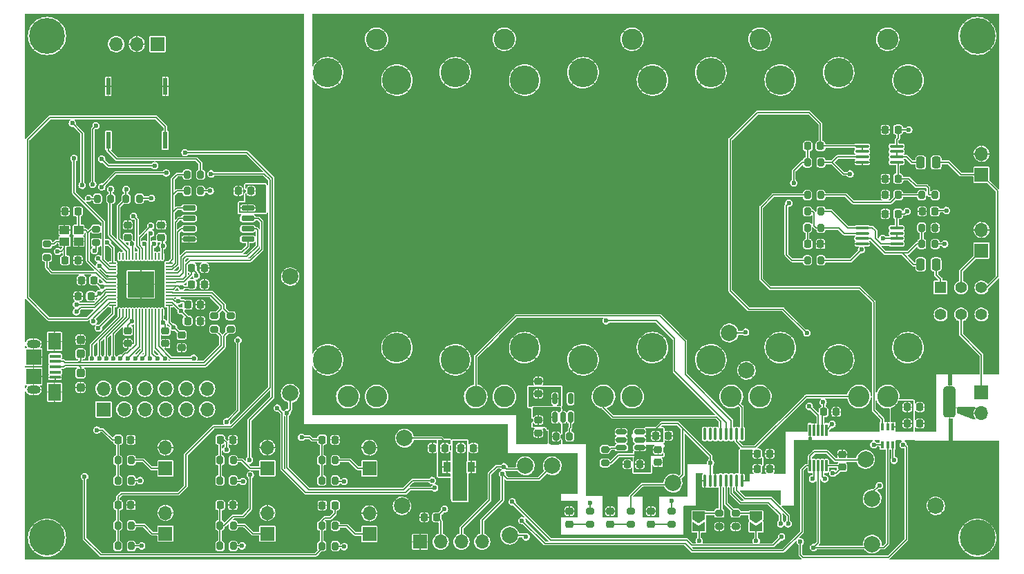
<source format=gtl>
G04 #@! TF.GenerationSoftware,KiCad,Pcbnew,(6.0.5)*
G04 #@! TF.CreationDate,2023-10-06T10:58:17-04:00*
G04 #@! TF.ProjectId,v1,76312e6b-6963-4616-945f-706362585858,rev?*
G04 #@! TF.SameCoordinates,Original*
G04 #@! TF.FileFunction,Copper,L1,Top*
G04 #@! TF.FilePolarity,Positive*
%FSLAX46Y46*%
G04 Gerber Fmt 4.6, Leading zero omitted, Abs format (unit mm)*
G04 Created by KiCad (PCBNEW (6.0.5)) date 2023-10-06 10:58:17*
%MOMM*%
%LPD*%
G01*
G04 APERTURE LIST*
G04 Aperture macros list*
%AMRoundRect*
0 Rectangle with rounded corners*
0 $1 Rounding radius*
0 $2 $3 $4 $5 $6 $7 $8 $9 X,Y pos of 4 corners*
0 Add a 4 corners polygon primitive as box body*
4,1,4,$2,$3,$4,$5,$6,$7,$8,$9,$2,$3,0*
0 Add four circle primitives for the rounded corners*
1,1,$1+$1,$2,$3*
1,1,$1+$1,$4,$5*
1,1,$1+$1,$6,$7*
1,1,$1+$1,$8,$9*
0 Add four rect primitives between the rounded corners*
20,1,$1+$1,$2,$3,$4,$5,0*
20,1,$1+$1,$4,$5,$6,$7,0*
20,1,$1+$1,$6,$7,$8,$9,0*
20,1,$1+$1,$8,$9,$2,$3,0*%
%AMFreePoly0*
4,1,6,1.000000,0.000000,0.500000,-0.750000,-0.500000,-0.750000,-0.500000,0.750000,0.500000,0.750000,1.000000,0.000000,1.000000,0.000000,$1*%
%AMFreePoly1*
4,1,6,0.500000,-0.750000,-0.650000,-0.750000,-0.150000,0.000000,-0.650000,0.750000,0.500000,0.750000,0.500000,-0.750000,0.500000,-0.750000,$1*%
%AMFreePoly2*
4,1,9,3.862500,-0.866500,0.737500,-0.866500,0.737500,-0.450000,-0.737500,-0.450000,-0.737500,0.450000,0.737500,0.450000,0.737500,0.866500,3.862500,0.866500,3.862500,-0.866500,3.862500,-0.866500,$1*%
G04 Aperture macros list end*
G04 #@! TA.AperFunction,SMDPad,CuDef*
%ADD10RoundRect,0.250000X0.250000X0.475000X-0.250000X0.475000X-0.250000X-0.475000X0.250000X-0.475000X0*%
G04 #@! TD*
G04 #@! TA.AperFunction,SMDPad,CuDef*
%ADD11RoundRect,0.250000X-0.250000X-0.475000X0.250000X-0.475000X0.250000X0.475000X-0.250000X0.475000X0*%
G04 #@! TD*
G04 #@! TA.AperFunction,SMDPad,CuDef*
%ADD12RoundRect,0.200000X-0.200000X-0.275000X0.200000X-0.275000X0.200000X0.275000X-0.200000X0.275000X0*%
G04 #@! TD*
G04 #@! TA.AperFunction,SMDPad,CuDef*
%ADD13RoundRect,0.225000X0.225000X0.250000X-0.225000X0.250000X-0.225000X-0.250000X0.225000X-0.250000X0*%
G04 #@! TD*
G04 #@! TA.AperFunction,SMDPad,CuDef*
%ADD14RoundRect,0.200000X0.200000X0.275000X-0.200000X0.275000X-0.200000X-0.275000X0.200000X-0.275000X0*%
G04 #@! TD*
G04 #@! TA.AperFunction,SMDPad,CuDef*
%ADD15C,2.000000*%
G04 #@! TD*
G04 #@! TA.AperFunction,ComponentPad*
%ADD16R,1.700000X1.700000*%
G04 #@! TD*
G04 #@! TA.AperFunction,ComponentPad*
%ADD17O,1.700000X1.700000*%
G04 #@! TD*
G04 #@! TA.AperFunction,SMDPad,CuDef*
%ADD18RoundRect,0.225000X0.250000X-0.225000X0.250000X0.225000X-0.250000X0.225000X-0.250000X-0.225000X0*%
G04 #@! TD*
G04 #@! TA.AperFunction,SMDPad,CuDef*
%ADD19RoundRect,0.225000X-0.225000X-0.250000X0.225000X-0.250000X0.225000X0.250000X-0.225000X0.250000X0*%
G04 #@! TD*
G04 #@! TA.AperFunction,SMDPad,CuDef*
%ADD20RoundRect,0.200000X0.275000X-0.200000X0.275000X0.200000X-0.275000X0.200000X-0.275000X-0.200000X0*%
G04 #@! TD*
G04 #@! TA.AperFunction,ComponentPad*
%ADD21C,4.400000*%
G04 #@! TD*
G04 #@! TA.AperFunction,SMDPad,CuDef*
%ADD22RoundRect,0.218750X-0.256250X0.218750X-0.256250X-0.218750X0.256250X-0.218750X0.256250X0.218750X0*%
G04 #@! TD*
G04 #@! TA.AperFunction,SMDPad,CuDef*
%ADD23RoundRect,0.200000X-0.275000X0.200000X-0.275000X-0.200000X0.275000X-0.200000X0.275000X0.200000X0*%
G04 #@! TD*
G04 #@! TA.AperFunction,SMDPad,CuDef*
%ADD24RoundRect,0.225000X-0.250000X0.225000X-0.250000X-0.225000X0.250000X-0.225000X0.250000X0.225000X0*%
G04 #@! TD*
G04 #@! TA.AperFunction,SMDPad,CuDef*
%ADD25RoundRect,0.381000X-0.381000X0.762000X-0.381000X-0.762000X0.381000X-0.762000X0.381000X0.762000X0*%
G04 #@! TD*
G04 #@! TA.AperFunction,SMDPad,CuDef*
%ADD26O,0.200000X0.875000*%
G04 #@! TD*
G04 #@! TA.AperFunction,SMDPad,CuDef*
%ADD27O,0.875000X0.200000*%
G04 #@! TD*
G04 #@! TA.AperFunction,SMDPad,CuDef*
%ADD28R,3.200000X3.200000*%
G04 #@! TD*
G04 #@! TA.AperFunction,SMDPad,CuDef*
%ADD29R,0.558800X2.108200*%
G04 #@! TD*
G04 #@! TA.AperFunction,SMDPad,CuDef*
%ADD30RoundRect,0.100000X-0.100000X0.637500X-0.100000X-0.637500X0.100000X-0.637500X0.100000X0.637500X0*%
G04 #@! TD*
G04 #@! TA.AperFunction,SMDPad,CuDef*
%ADD31RoundRect,0.150000X0.150000X-0.512500X0.150000X0.512500X-0.150000X0.512500X-0.150000X-0.512500X0*%
G04 #@! TD*
G04 #@! TA.AperFunction,ComponentPad*
%ADD32R,1.400000X1.400000*%
G04 #@! TD*
G04 #@! TA.AperFunction,ComponentPad*
%ADD33C,1.400000*%
G04 #@! TD*
G04 #@! TA.AperFunction,SMDPad,CuDef*
%ADD34RoundRect,0.100000X-0.712500X-0.100000X0.712500X-0.100000X0.712500X0.100000X-0.712500X0.100000X0*%
G04 #@! TD*
G04 #@! TA.AperFunction,SMDPad,CuDef*
%ADD35RoundRect,0.150000X-0.650000X-0.150000X0.650000X-0.150000X0.650000X0.150000X-0.650000X0.150000X0*%
G04 #@! TD*
G04 #@! TA.AperFunction,SMDPad,CuDef*
%ADD36R,1.150000X1.000000*%
G04 #@! TD*
G04 #@! TA.AperFunction,SMDPad,CuDef*
%ADD37R,0.400000X0.900000*%
G04 #@! TD*
G04 #@! TA.AperFunction,SMDPad,CuDef*
%ADD38RoundRect,0.150000X-0.512500X-0.150000X0.512500X-0.150000X0.512500X0.150000X-0.512500X0.150000X0*%
G04 #@! TD*
G04 #@! TA.AperFunction,SMDPad,CuDef*
%ADD39FreePoly0,270.000000*%
G04 #@! TD*
G04 #@! TA.AperFunction,SMDPad,CuDef*
%ADD40FreePoly1,270.000000*%
G04 #@! TD*
G04 #@! TA.AperFunction,SMDPad,CuDef*
%ADD41RoundRect,0.237500X-0.237500X0.287500X-0.237500X-0.287500X0.237500X-0.287500X0.237500X0.287500X0*%
G04 #@! TD*
G04 #@! TA.AperFunction,SMDPad,CuDef*
%ADD42R,0.300000X1.400000*%
G04 #@! TD*
G04 #@! TA.AperFunction,SMDPad,CuDef*
%ADD43R,1.360000X0.400000*%
G04 #@! TD*
G04 #@! TA.AperFunction,ComponentPad*
%ADD44O,1.700000X1.000000*%
G04 #@! TD*
G04 #@! TA.AperFunction,SMDPad,CuDef*
%ADD45R,1.900000X1.950000*%
G04 #@! TD*
G04 #@! TA.AperFunction,SMDPad,CuDef*
%ADD46R,1.600000X2.100000*%
G04 #@! TD*
G04 #@! TA.AperFunction,SMDPad,CuDef*
%ADD47R,0.900000X1.300000*%
G04 #@! TD*
G04 #@! TA.AperFunction,SMDPad,CuDef*
%ADD48FreePoly2,270.000000*%
G04 #@! TD*
G04 #@! TA.AperFunction,SMDPad,CuDef*
%ADD49RoundRect,0.237500X0.237500X-0.287500X0.237500X0.287500X-0.237500X0.287500X-0.237500X-0.287500X0*%
G04 #@! TD*
G04 #@! TA.AperFunction,ComponentPad*
%ADD50C,2.600000*%
G04 #@! TD*
G04 #@! TA.AperFunction,ComponentPad*
%ADD51C,3.600000*%
G04 #@! TD*
G04 #@! TA.AperFunction,ViaPad*
%ADD52C,0.600000*%
G04 #@! TD*
G04 #@! TA.AperFunction,Conductor*
%ADD53C,0.200000*%
G04 #@! TD*
G04 #@! TA.AperFunction,Conductor*
%ADD54C,0.150000*%
G04 #@! TD*
G04 #@! TA.AperFunction,Conductor*
%ADD55C,0.175000*%
G04 #@! TD*
G04 APERTURE END LIST*
D10*
X199450000Y-96000000D03*
X197550000Y-96000000D03*
D11*
X197550000Y-83500000D03*
X199450000Y-83500000D03*
D12*
X124175000Y-120000000D03*
X125825000Y-120000000D03*
D13*
X115500000Y-87000000D03*
X113950000Y-87000000D03*
D14*
X185325000Y-91500000D03*
X183675000Y-91500000D03*
D15*
X199400000Y-125600000D03*
D16*
X117500000Y-129000000D03*
D17*
X117500000Y-126460000D03*
D16*
X104040000Y-69000000D03*
D17*
X101500000Y-69000000D03*
X98960000Y-69000000D03*
D16*
X205000000Y-94318750D03*
D17*
X205000000Y-91778750D03*
D18*
X100400000Y-92712500D03*
X100400000Y-91162500D03*
D12*
X99175000Y-120000000D03*
X100825000Y-120000000D03*
D19*
X195905000Y-113500000D03*
X197455000Y-113500000D03*
D20*
X158862500Y-120325000D03*
X158862500Y-118675000D03*
D14*
X113325000Y-122500000D03*
X111675000Y-122500000D03*
D13*
X185275000Y-93500000D03*
X183725000Y-93500000D03*
D21*
X90500000Y-68000000D03*
D22*
X159500000Y-126252500D03*
X159500000Y-127827500D03*
D23*
X172875000Y-126487500D03*
X172875000Y-128137500D03*
D15*
X190800000Y-119900000D03*
D19*
X195905000Y-115500000D03*
X197455000Y-115500000D03*
D12*
X99175000Y-128000000D03*
X100825000Y-128000000D03*
D16*
X130000000Y-121000000D03*
D17*
X130000000Y-118460000D03*
D13*
X138275000Y-127000000D03*
X136725000Y-127000000D03*
D24*
X107000000Y-104662500D03*
X107000000Y-106212500D03*
D23*
X113000000Y-102287500D03*
X113000000Y-103937500D03*
D13*
X194775000Y-87500000D03*
X193225000Y-87500000D03*
D23*
X157000000Y-126215000D03*
X157000000Y-127865000D03*
D16*
X117500000Y-121000000D03*
D17*
X117500000Y-118460000D03*
D15*
X120300000Y-111800000D03*
D25*
X201106000Y-112100000D03*
X201106000Y-113600000D03*
D26*
X104600000Y-95000000D03*
X104200000Y-95000000D03*
X103800000Y-95000000D03*
X103400000Y-95000000D03*
X103000000Y-95000000D03*
X102600000Y-95000000D03*
X102200000Y-95000000D03*
X101800000Y-95000000D03*
X101400000Y-95000000D03*
X101000000Y-95000000D03*
X100600000Y-95000000D03*
X100200000Y-95000000D03*
X99800000Y-95000000D03*
X99400000Y-95000000D03*
D27*
X98562500Y-95837500D03*
X98562500Y-96237500D03*
X98562500Y-96637500D03*
X98562500Y-97037500D03*
X98562500Y-97437500D03*
X98562500Y-97837500D03*
X98562500Y-98237500D03*
X98562500Y-98637500D03*
X98562500Y-99037500D03*
X98562500Y-99437500D03*
X98562500Y-99837500D03*
X98562500Y-100237500D03*
X98562500Y-100637500D03*
X98562500Y-101037500D03*
D26*
X99400000Y-101875000D03*
X99800000Y-101875000D03*
X100200000Y-101875000D03*
X100600000Y-101875000D03*
X101000000Y-101875000D03*
X101400000Y-101875000D03*
X101800000Y-101875000D03*
X102200000Y-101875000D03*
X102600000Y-101875000D03*
X103000000Y-101875000D03*
X103400000Y-101875000D03*
X103800000Y-101875000D03*
X104200000Y-101875000D03*
X104600000Y-101875000D03*
D27*
X105437500Y-101037500D03*
X105437500Y-100637500D03*
X105437500Y-100237500D03*
X105437500Y-99837500D03*
X105437500Y-99437500D03*
X105437500Y-99037500D03*
X105437500Y-98637500D03*
X105437500Y-98237500D03*
X105437500Y-97837500D03*
X105437500Y-97437500D03*
X105437500Y-97037500D03*
X105437500Y-96637500D03*
X105437500Y-96237500D03*
X105437500Y-95837500D03*
D28*
X102000000Y-98437500D03*
D29*
X105000000Y-74199300D03*
X105000000Y-80800700D03*
D16*
X136200000Y-130000000D03*
D17*
X138740000Y-130000000D03*
X141280000Y-130000000D03*
X143820000Y-130000000D03*
D30*
X175650000Y-116775000D03*
X175000000Y-116775000D03*
X174350000Y-116775000D03*
X173700000Y-116775000D03*
X173050000Y-116775000D03*
X172400000Y-116775000D03*
X171750000Y-116775000D03*
X171100000Y-116775000D03*
X171100000Y-122500000D03*
X171750000Y-122500000D03*
X172400000Y-122500000D03*
X173050000Y-122500000D03*
X173700000Y-122500000D03*
X174350000Y-122500000D03*
X175000000Y-122500000D03*
X175650000Y-122500000D03*
D12*
X197675000Y-87500000D03*
X199325000Y-87500000D03*
D15*
X174100000Y-104400000D03*
D12*
X183675000Y-83500000D03*
X185325000Y-83500000D03*
X111675000Y-120000000D03*
X113325000Y-120000000D03*
D16*
X97420000Y-113775000D03*
D17*
X97420000Y-111235000D03*
X99960000Y-113775000D03*
X99960000Y-111235000D03*
X102500000Y-113775000D03*
X102500000Y-111235000D03*
X105040000Y-113775000D03*
X105040000Y-111235000D03*
X107580000Y-113775000D03*
X107580000Y-111235000D03*
X110120000Y-113775000D03*
X110120000Y-111235000D03*
D16*
X205000000Y-85000000D03*
D17*
X205000000Y-82460000D03*
D12*
X152875000Y-117100000D03*
X154525000Y-117100000D03*
D16*
X130000000Y-129040000D03*
D17*
X130000000Y-126500000D03*
D15*
X134300000Y-117300000D03*
D13*
X96275000Y-97937500D03*
X94725000Y-97937500D03*
D31*
X152750000Y-114737500D03*
X153700000Y-114737500D03*
X154650000Y-114737500D03*
X154650000Y-112462500D03*
X152750000Y-112462500D03*
D32*
X200000000Y-98850000D03*
D33*
X202500000Y-98850000D03*
X205000000Y-98850000D03*
X200000000Y-102150000D03*
X202500000Y-102150000D03*
X205000000Y-102150000D03*
D14*
X185325000Y-95500000D03*
X183675000Y-95500000D03*
D20*
X96500000Y-93325000D03*
X96500000Y-91675000D03*
D13*
X94275000Y-89500000D03*
X92725000Y-89500000D03*
D34*
X190387500Y-91525000D03*
X190387500Y-92175000D03*
X190387500Y-92825000D03*
X190387500Y-93475000D03*
X194612500Y-93475000D03*
X194612500Y-92825000D03*
X194612500Y-92175000D03*
X194612500Y-91525000D03*
D12*
X197675000Y-91500000D03*
X199325000Y-91500000D03*
D16*
X205000000Y-111725000D03*
D17*
X205000000Y-114265000D03*
D15*
X147200000Y-129200000D03*
D35*
X107900000Y-89095000D03*
X107900000Y-90365000D03*
X107900000Y-91635000D03*
X107900000Y-92905000D03*
X115100000Y-92905000D03*
X115100000Y-91635000D03*
X115100000Y-90365000D03*
X115100000Y-89095000D03*
D36*
X92625000Y-93200000D03*
X94375000Y-93200000D03*
X94375000Y-91800000D03*
X92625000Y-91800000D03*
D12*
X183675000Y-87500000D03*
X185325000Y-87500000D03*
D14*
X199325000Y-93500000D03*
X197675000Y-93500000D03*
D24*
X150700000Y-115100000D03*
X150700000Y-116650000D03*
D37*
X192850000Y-118100000D03*
X193500000Y-118100000D03*
X194150000Y-118100000D03*
X194150000Y-115900000D03*
X193500000Y-115900000D03*
X192850000Y-115900000D03*
D15*
X167200000Y-122800000D03*
D23*
X111000000Y-102287500D03*
X111000000Y-103937500D03*
D15*
X191600000Y-130300000D03*
D24*
X105000000Y-104162500D03*
X105000000Y-105712500D03*
D19*
X111725000Y-117500000D03*
X113275000Y-117500000D03*
X108225000Y-96437500D03*
X109775000Y-96437500D03*
X99225000Y-125500000D03*
X100775000Y-125500000D03*
D12*
X107675000Y-87000000D03*
X109325000Y-87000000D03*
D18*
X150700000Y-111875000D03*
X150700000Y-110325000D03*
D19*
X111725000Y-125500000D03*
X113275000Y-125500000D03*
X197725000Y-89500000D03*
X199275000Y-89500000D03*
D13*
X194775000Y-89800000D03*
X193225000Y-89800000D03*
D15*
X149100000Y-120700000D03*
D22*
X154500000Y-126252500D03*
X154500000Y-127827500D03*
D34*
X194612500Y-81525000D03*
X194612500Y-82175000D03*
X194612500Y-82825000D03*
X194612500Y-83475000D03*
X190387500Y-83475000D03*
X190387500Y-82825000D03*
X190387500Y-82175000D03*
X190387500Y-81525000D03*
D23*
X162000000Y-126215000D03*
X162000000Y-127865000D03*
D38*
X160862500Y-116550000D03*
X160862500Y-117500000D03*
X160862500Y-118450000D03*
X163137500Y-118450000D03*
X163137500Y-117500000D03*
X163137500Y-116550000D03*
D14*
X125825000Y-122500000D03*
X124175000Y-122500000D03*
X100825000Y-130500000D03*
X99175000Y-130500000D03*
D19*
X107725000Y-102937500D03*
X109275000Y-102937500D03*
D39*
X177375000Y-126775000D03*
D40*
X177375000Y-128225000D03*
D39*
X170375000Y-126775000D03*
D40*
X170375000Y-128225000D03*
D13*
X139275000Y-118500000D03*
X137725000Y-118500000D03*
D12*
X107675000Y-85000000D03*
X109325000Y-85000000D03*
D15*
X120300000Y-97500000D03*
D24*
X165362500Y-118725000D03*
X165362500Y-120275000D03*
D19*
X177525000Y-119200000D03*
X179075000Y-119200000D03*
D13*
X95875000Y-99900000D03*
X94325000Y-99900000D03*
D19*
X124225000Y-117500000D03*
X125775000Y-117500000D03*
X177525000Y-121062500D03*
X179075000Y-121062500D03*
D16*
X105000000Y-121000000D03*
D17*
X105000000Y-118460000D03*
D41*
X94600000Y-109325000D03*
X94600000Y-111075000D03*
D22*
X164500000Y-126252500D03*
X164500000Y-127827500D03*
D19*
X108225000Y-98437500D03*
X109775000Y-98437500D03*
D29*
X98000000Y-74199300D03*
X98000000Y-80800700D03*
D13*
X125775000Y-125540000D03*
X124225000Y-125540000D03*
D42*
X186000000Y-116300000D03*
X185500000Y-116300000D03*
X185000000Y-116300000D03*
X184500000Y-116300000D03*
X184000000Y-116300000D03*
X184000000Y-120700000D03*
X184500000Y-120700000D03*
X185000000Y-120700000D03*
X185500000Y-120700000D03*
X186000000Y-120700000D03*
D16*
X105000000Y-129000000D03*
D17*
X105000000Y-126460000D03*
D43*
X91500000Y-107250000D03*
X91500000Y-107900000D03*
X91500000Y-108550000D03*
X91500000Y-109200000D03*
X91500000Y-109850000D03*
D44*
X88850000Y-105725000D03*
D45*
X88850000Y-109725000D03*
D44*
X88850000Y-111375000D03*
D46*
X91400000Y-105450000D03*
D45*
X88850000Y-107375000D03*
D46*
X91400000Y-111650000D03*
D19*
X183725000Y-81500000D03*
X185275000Y-81500000D03*
D23*
X167000000Y-126215000D03*
X167000000Y-127865000D03*
D21*
X90500000Y-129500000D03*
D15*
X176200000Y-109000000D03*
D21*
X204500000Y-68000000D03*
D14*
X185325000Y-89500000D03*
X183675000Y-89500000D03*
D13*
X163137500Y-120500000D03*
X161587500Y-120500000D03*
D12*
X111675000Y-128000000D03*
X113325000Y-128000000D03*
D14*
X113325000Y-130500000D03*
X111675000Y-130500000D03*
X100825000Y-122500000D03*
X99175000Y-122500000D03*
D19*
X107725000Y-100937500D03*
X109275000Y-100937500D03*
D18*
X104500000Y-92712500D03*
X104500000Y-91162500D03*
D23*
X174875000Y-126487500D03*
X174875000Y-128137500D03*
D15*
X134000000Y-125600000D03*
X191600000Y-124700000D03*
D19*
X99225000Y-117500000D03*
X100775000Y-117500000D03*
D23*
X90500000Y-93500000D03*
X90500000Y-95150000D03*
D19*
X185654000Y-114079000D03*
X187204000Y-114079000D03*
X92725000Y-95500000D03*
X94275000Y-95500000D03*
D13*
X194775000Y-85500000D03*
X193225000Y-85500000D03*
D47*
X142500000Y-120850000D03*
D48*
X141000000Y-120937500D03*
D47*
X139500000Y-120850000D03*
D18*
X187929000Y-120854000D03*
X187929000Y-119304000D03*
D19*
X165087500Y-117000000D03*
X166637500Y-117000000D03*
D24*
X100400000Y-104125000D03*
X100400000Y-105675000D03*
D19*
X141225000Y-118500000D03*
X142775000Y-118500000D03*
D49*
X94600000Y-106975000D03*
X94600000Y-105225000D03*
D14*
X125825000Y-130540000D03*
X124175000Y-130540000D03*
D12*
X124175000Y-128040000D03*
X125825000Y-128040000D03*
X100175000Y-87937500D03*
X101825000Y-87937500D03*
D13*
X194775000Y-79500000D03*
X193225000Y-79500000D03*
D14*
X98325000Y-87937500D03*
X96675000Y-87937500D03*
D21*
X204500000Y-129500000D03*
D15*
X152400000Y-120700000D03*
D50*
X162187500Y-112200000D03*
X158687500Y-112200000D03*
D51*
X164687500Y-73400000D03*
X156187500Y-72500000D03*
X156187500Y-107700000D03*
X164687500Y-106200000D03*
D50*
X162187500Y-68400000D03*
X130875000Y-112200000D03*
X127375000Y-112200000D03*
D51*
X133375000Y-73400000D03*
X124875000Y-72500000D03*
D50*
X130875000Y-68400000D03*
D51*
X124875000Y-107700000D03*
X133375000Y-106200000D03*
D50*
X177843750Y-112200000D03*
X174343750Y-112200000D03*
X177843750Y-68400000D03*
D51*
X171843750Y-107700000D03*
X180343750Y-73400000D03*
X180343750Y-106200000D03*
X171843750Y-72500000D03*
D50*
X193500000Y-112200000D03*
X190000000Y-112200000D03*
X193500000Y-68400000D03*
D51*
X196000000Y-106200000D03*
X187500000Y-107700000D03*
X187500000Y-72500000D03*
X196000000Y-73400000D03*
D50*
X146531250Y-112200000D03*
X143031250Y-112200000D03*
D51*
X140531250Y-107700000D03*
X140531250Y-72500000D03*
X149031250Y-106200000D03*
D50*
X146531250Y-68400000D03*
D51*
X149031250Y-73400000D03*
D52*
X189100000Y-93900000D03*
X191900000Y-89600000D03*
X195900000Y-89500000D03*
X192900000Y-92800000D03*
X190300000Y-94200000D03*
X172700000Y-121100000D03*
X141000000Y-119600000D03*
X164200000Y-119400000D03*
X152000000Y-116000000D03*
X105800000Y-106500000D03*
X114400000Y-117500000D03*
X170700000Y-123900000D03*
X200800000Y-128000000D03*
X101000000Y-99500000D03*
X184000000Y-117800000D03*
X110500000Y-100900000D03*
X143000000Y-119600000D03*
X103000000Y-99500000D03*
X102000000Y-98500000D03*
X187900000Y-118100000D03*
X92700000Y-88200000D03*
X105000000Y-72200000D03*
X94600000Y-103800000D03*
X174900000Y-129700000D03*
X93000000Y-109800000D03*
X94400000Y-94400000D03*
X104500000Y-90000000D03*
X93600000Y-97900000D03*
X93400000Y-99900000D03*
X91200000Y-91800000D03*
X103000000Y-97500000D03*
X99200000Y-105700000D03*
X123900000Y-126700000D03*
X100000000Y-90000000D03*
X109300000Y-104100000D03*
X91800000Y-113700000D03*
X112500000Y-87000000D03*
X136600000Y-118500000D03*
X107900000Y-93600000D03*
X110700000Y-96800000D03*
X102000000Y-99500000D03*
X102000000Y-97500000D03*
X172900000Y-129800000D03*
X114300000Y-125500000D03*
X110700000Y-98400000D03*
X94600000Y-112500000D03*
X98000000Y-72100000D03*
X103000000Y-98500000D03*
X101000000Y-98500000D03*
X101900000Y-117600000D03*
X101000000Y-97500000D03*
X204300000Y-124200000D03*
X91800000Y-103600000D03*
X108200000Y-106200000D03*
X139200000Y-126000000D03*
X97300000Y-98700000D03*
X157000000Y-125200000D03*
X106000000Y-103700000D03*
X126900000Y-130600000D03*
X100875500Y-103000000D03*
X104700000Y-93700000D03*
X116700000Y-88000000D03*
X186800000Y-121600000D03*
X101900000Y-122500000D03*
X170400000Y-129900000D03*
X103300000Y-87900000D03*
X106900000Y-101700000D03*
X126900000Y-122600000D03*
X110500000Y-87000000D03*
X104724500Y-103100000D03*
X95600000Y-87900000D03*
X107000000Y-98800000D03*
X139600000Y-119500000D03*
X102100000Y-130500000D03*
X114500000Y-122600000D03*
X100900000Y-93500000D03*
X114400000Y-130500000D03*
X177400000Y-129900000D03*
X138800000Y-119500000D03*
X108800000Y-97400000D03*
X106600000Y-100500000D03*
X96900000Y-99600000D03*
X96300000Y-94300000D03*
X91800000Y-94400000D03*
X149900000Y-113000000D03*
X176100000Y-104300000D03*
X196100000Y-79500000D03*
X167000000Y-125000000D03*
X151500000Y-113000000D03*
X194500000Y-114000000D03*
X176425000Y-120500000D03*
X200500000Y-93500000D03*
X194400000Y-114900000D03*
X150700000Y-113000000D03*
X151700000Y-111400000D03*
X185600000Y-112900000D03*
X153900000Y-113600000D03*
X167700000Y-118500000D03*
X188500000Y-114000000D03*
X193300000Y-114400000D03*
X191800000Y-79400000D03*
X180300000Y-119200000D03*
X198500000Y-113500000D03*
X196500000Y-81500000D03*
X198500000Y-115500000D03*
X165300000Y-121400000D03*
X169100000Y-118100000D03*
X191900000Y-85500000D03*
X160400000Y-120800000D03*
X191900000Y-87500000D03*
X159400000Y-116400000D03*
X180300000Y-121000000D03*
X171800000Y-120300000D03*
X186700000Y-115600000D03*
X93800000Y-83000000D03*
X115300000Y-120000000D03*
X103700000Y-83900000D03*
X107400000Y-82300000D03*
X97200000Y-83100000D03*
X115400000Y-121800000D03*
X95100000Y-122000000D03*
X96800000Y-95300000D03*
X110600000Y-84900000D03*
X105100000Y-84800000D03*
X97200000Y-86500000D03*
X97900000Y-93300000D03*
X96600000Y-116300000D03*
X96929122Y-96170878D03*
X112500000Y-118700000D03*
X96200000Y-103000000D03*
X112500000Y-115300000D03*
X113900000Y-105300000D03*
X96800000Y-103800000D03*
X121700000Y-117200000D03*
X182000000Y-86000000D03*
X181400000Y-88500000D03*
X188900000Y-84900000D03*
X200700000Y-89400000D03*
X94100000Y-101800000D03*
X93600000Y-78700000D03*
X94800000Y-86300000D03*
X96100000Y-86200000D03*
X94100000Y-100900000D03*
X96500000Y-79000000D03*
X181300000Y-127800000D03*
X146500000Y-120800000D03*
X100200000Y-86800000D03*
X180400000Y-127800000D03*
X146300000Y-121700000D03*
X98300000Y-86800000D03*
X96000000Y-107500000D03*
X96900000Y-107500000D03*
X97742055Y-107500000D03*
X98600000Y-107500000D03*
X99500000Y-107500000D03*
X100400000Y-107525500D03*
X101300000Y-107500000D03*
X102200000Y-107500000D03*
X103100000Y-107525500D03*
X104000000Y-107525500D03*
X104960527Y-107525500D03*
X108500000Y-107500000D03*
X184400000Y-130700000D03*
X103600000Y-93500000D03*
X192500000Y-123100000D03*
X194300000Y-120000000D03*
X185800000Y-122300000D03*
X103200000Y-92200000D03*
X102400000Y-93500000D03*
X184300000Y-122300000D03*
X149200000Y-129400000D03*
X103200000Y-91300000D03*
X148700000Y-127400000D03*
X119900000Y-114200000D03*
X137700000Y-122500000D03*
X159000000Y-102900000D03*
X101100000Y-90100000D03*
X191800000Y-118100000D03*
X147500000Y-125100000D03*
X180500000Y-129400000D03*
X182800000Y-130000000D03*
X195400000Y-118100000D03*
X118700000Y-113600000D03*
X138000000Y-123400000D03*
X183600000Y-104400000D03*
X183900000Y-113400000D03*
D53*
X199450000Y-97250000D02*
X199450000Y-96000000D01*
X200000000Y-97800000D02*
X199450000Y-97250000D01*
X200000000Y-98850000D02*
X200000000Y-97800000D01*
X197550000Y-96000000D02*
X196700000Y-96000000D01*
X196000000Y-94600000D02*
X195300000Y-94600000D01*
X196700000Y-96000000D02*
X195300000Y-94600000D01*
X195300000Y-94600000D02*
X193200000Y-94600000D01*
X197675000Y-91500000D02*
X197675000Y-93500000D01*
X195825000Y-82825000D02*
X194612500Y-82825000D01*
X196500000Y-83500000D02*
X195825000Y-82825000D01*
X197550000Y-83500000D02*
X196500000Y-83500000D01*
D54*
X201000000Y-83500000D02*
X199450000Y-83500000D01*
X202500000Y-85000000D02*
X201000000Y-83500000D01*
X205000000Y-85000000D02*
X202500000Y-85000000D01*
D53*
X192000000Y-91900000D02*
X191625000Y-91525000D01*
X192000000Y-92800000D02*
X192000000Y-91900000D01*
X192675000Y-93475000D02*
X192000000Y-92800000D01*
X194612500Y-93475000D02*
X192675000Y-93475000D01*
X191625000Y-91525000D02*
X190387500Y-91525000D01*
X195600000Y-89800000D02*
X195900000Y-89500000D01*
X194775000Y-89800000D02*
X195600000Y-89800000D01*
X194612500Y-89962500D02*
X194775000Y-89800000D01*
X194612500Y-91525000D02*
X194612500Y-89962500D01*
X191425000Y-92825000D02*
X190387500Y-92825000D01*
X193200000Y-94600000D02*
X191425000Y-92825000D01*
X197100000Y-93500000D02*
X196000000Y-94600000D01*
X197675000Y-93500000D02*
X197100000Y-93500000D01*
X192900000Y-92800000D02*
X194587500Y-92800000D01*
X189000000Y-95500000D02*
X190300000Y-94200000D01*
X185325000Y-95500000D02*
X189000000Y-95500000D01*
X194587500Y-92800000D02*
X194612500Y-92825000D01*
X194612500Y-92175000D02*
X194612500Y-92825000D01*
X186600000Y-89500000D02*
X185325000Y-89500000D01*
X188625000Y-91525000D02*
X186600000Y-89500000D01*
X190387500Y-91525000D02*
X188625000Y-91525000D01*
X187500000Y-91500000D02*
X185325000Y-91500000D01*
X188175000Y-92175000D02*
X187500000Y-91500000D01*
X190387500Y-92175000D02*
X188175000Y-92175000D01*
X172400000Y-121400000D02*
X172700000Y-121100000D01*
X172400000Y-122500000D02*
X172400000Y-121400000D01*
D54*
X205000000Y-107100000D02*
X202500000Y-104600000D01*
X205000000Y-111725000D02*
X205000000Y-107100000D01*
X202500000Y-104600000D02*
X202500000Y-102150000D01*
X160500000Y-119400000D02*
X164200000Y-119400000D01*
X159575000Y-120325000D02*
X160500000Y-119400000D01*
X158862500Y-120325000D02*
X159575000Y-120325000D01*
X100875500Y-103000000D02*
X101000000Y-102875500D01*
X96975000Y-98637500D02*
X98562500Y-98637500D01*
X138740000Y-130000000D02*
X138740000Y-127465000D01*
X125885000Y-130600000D02*
X125825000Y-130540000D01*
X107000000Y-98800000D02*
X107862500Y-98800000D01*
X105437500Y-98637500D02*
X106362500Y-98637500D01*
X177400000Y-128250000D02*
X177375000Y-128225000D01*
X104600000Y-101875000D02*
X104600000Y-102975500D01*
X96275000Y-97937500D02*
X96975000Y-98637500D01*
X106725000Y-98800000D02*
X107000000Y-98800000D01*
X101000000Y-95000000D02*
X101000000Y-93312500D01*
X107000000Y-104662500D02*
X105437500Y-103100000D01*
X101000000Y-102875500D02*
X101000000Y-101875000D01*
X110500000Y-87000000D02*
X109325000Y-87000000D01*
X187775000Y-120700000D02*
X186000000Y-120700000D01*
X157000000Y-125200000D02*
X157000000Y-126215000D01*
X138275000Y-127000000D02*
X138275000Y-126925000D01*
X170400000Y-128250000D02*
X170375000Y-128225000D01*
X105000000Y-103375500D02*
X104724500Y-103100000D01*
X107725000Y-102525000D02*
X107725000Y-102937500D01*
X187929000Y-120854000D02*
X187775000Y-120700000D01*
X113425000Y-122600000D02*
X113325000Y-122500000D01*
X102100000Y-130500000D02*
X100825000Y-130500000D01*
X95637500Y-87937500D02*
X95600000Y-87900000D01*
X134300000Y-117300000D02*
X138800000Y-117300000D01*
X138275000Y-126925000D02*
X139200000Y-126000000D01*
X105962500Y-99037500D02*
X106362500Y-98637500D01*
X114500000Y-122600000D02*
X113425000Y-122600000D01*
X138740000Y-127465000D02*
X138275000Y-127000000D01*
X138800000Y-117300000D02*
X139275000Y-117775000D01*
X101000000Y-93312500D02*
X100400000Y-92712500D01*
X104600000Y-95000000D02*
X104600000Y-92812500D01*
X96675000Y-87937500D02*
X95637500Y-87937500D01*
X105437500Y-103100000D02*
X105437500Y-101037500D01*
X103300000Y-87900000D02*
X101862500Y-87900000D01*
X105000000Y-104162500D02*
X105000000Y-103375500D01*
X100400000Y-103475500D02*
X100875500Y-103000000D01*
X186800000Y-121600000D02*
X187183000Y-121600000D01*
X101862500Y-87900000D02*
X101825000Y-87937500D01*
X170400000Y-129900000D02*
X170400000Y-128250000D01*
X101900000Y-122500000D02*
X100825000Y-122500000D01*
X187183000Y-121600000D02*
X187929000Y-120854000D01*
X100400000Y-104125000D02*
X100400000Y-103475500D01*
X139275000Y-117775000D02*
X139275000Y-118500000D01*
X126900000Y-130600000D02*
X125885000Y-130600000D01*
X125925000Y-122600000D02*
X125825000Y-122500000D01*
X107862500Y-98800000D02*
X108225000Y-98437500D01*
X104600000Y-92812500D02*
X104500000Y-92712500D01*
X106562500Y-98637500D02*
X106725000Y-98800000D01*
X105837500Y-100637500D02*
X107725000Y-102525000D01*
X177400000Y-129900000D02*
X177400000Y-128250000D01*
X126900000Y-122600000D02*
X125925000Y-122600000D01*
X106362500Y-98637500D02*
X106562500Y-98637500D01*
X114400000Y-130500000D02*
X113325000Y-130500000D01*
X105437500Y-99037500D02*
X105962500Y-99037500D01*
X105437500Y-100637500D02*
X105837500Y-100637500D01*
X104600000Y-102975500D02*
X104724500Y-103100000D01*
X189300000Y-88400000D02*
X193875000Y-88400000D01*
X185325000Y-87500000D02*
X188400000Y-87500000D01*
X193875000Y-88400000D02*
X194775000Y-87500000D01*
X194775000Y-87500000D02*
X197675000Y-87500000D01*
X188400000Y-87500000D02*
X189300000Y-88400000D01*
X108800000Y-97012500D02*
X108225000Y-96437500D01*
X96600000Y-99900000D02*
X95875000Y-99900000D01*
X106276414Y-98237500D02*
X106375935Y-98137980D01*
X105437500Y-100237500D02*
X105861086Y-100237500D01*
X108225000Y-97212500D02*
X108225000Y-96437500D01*
X107299520Y-98137980D02*
X108225000Y-97212500D01*
X105437500Y-98237500D02*
X106276414Y-98237500D01*
X107287500Y-100500000D02*
X107725000Y-100937500D01*
X97141772Y-99600000D02*
X97704272Y-99037500D01*
X106375935Y-98137980D02*
X107299520Y-98137980D01*
X105861086Y-100237500D02*
X106123586Y-100500000D01*
X96900000Y-99600000D02*
X97141772Y-99600000D01*
X97704272Y-99037500D02*
X98562500Y-99037500D01*
X106600000Y-100500000D02*
X107287500Y-100500000D01*
X106123586Y-100500000D02*
X106600000Y-100500000D01*
X108800000Y-97400000D02*
X108800000Y-97012500D01*
X96900000Y-99600000D02*
X96600000Y-99900000D01*
X94375000Y-89600000D02*
X94275000Y-89500000D01*
X94375000Y-91800000D02*
X94375000Y-89600000D01*
X98562500Y-97837500D02*
X97761086Y-97837500D01*
X95925000Y-91675000D02*
X96500000Y-91675000D01*
X95500000Y-92100000D02*
X95200000Y-91800000D01*
X97761086Y-97837500D02*
X95500000Y-95576414D01*
X95500000Y-95576414D02*
X95500000Y-92100000D01*
X95500000Y-92100000D02*
X95925000Y-91675000D01*
X95200000Y-91800000D02*
X94375000Y-91800000D01*
X96500000Y-93325000D02*
X96500000Y-94100000D01*
X91600000Y-93200000D02*
X92625000Y-93200000D01*
X92625000Y-95400000D02*
X92625000Y-94025000D01*
X91800000Y-94400000D02*
X92250000Y-94400000D01*
X90500000Y-93500000D02*
X91300000Y-93500000D01*
X91300000Y-93500000D02*
X91600000Y-93200000D01*
X92625000Y-94025000D02*
X92625000Y-93200000D01*
X92725000Y-95500000D02*
X92625000Y-95400000D01*
X96500000Y-94100000D02*
X96300000Y-94300000D01*
X92250000Y-94400000D02*
X92625000Y-94025000D01*
X185500000Y-116300000D02*
X185500000Y-114233000D01*
X196100000Y-79500000D02*
X194775000Y-79500000D01*
X185654000Y-114079000D02*
X185654000Y-112954000D01*
X185500000Y-114233000D02*
X185654000Y-114079000D01*
X194800000Y-79525000D02*
X194775000Y-79500000D01*
X194612500Y-80687500D02*
X194800000Y-80500000D01*
X185654000Y-112954000D02*
X185600000Y-112900000D01*
X199325000Y-93500000D02*
X200500000Y-93500000D01*
X194800000Y-80500000D02*
X194800000Y-79525000D01*
X176100000Y-104300000D02*
X176000000Y-104400000D01*
X167000000Y-126215000D02*
X167000000Y-125000000D01*
X176000000Y-104400000D02*
X174100000Y-104400000D01*
X194612500Y-81525000D02*
X194612500Y-80687500D01*
X163400000Y-123000000D02*
X162000000Y-124400000D01*
X168350000Y-116050000D02*
X171800000Y-119500000D01*
X167200000Y-123000000D02*
X163400000Y-123000000D01*
X168400000Y-121800000D02*
X167200000Y-123000000D01*
X167800000Y-115500000D02*
X168350000Y-116050000D01*
X171800000Y-120300000D02*
X171750000Y-120350000D01*
X162000000Y-124400000D02*
X162000000Y-126215000D01*
X168400000Y-116100000D02*
X168400000Y-121800000D01*
X165800000Y-115500000D02*
X167800000Y-115500000D01*
X168350000Y-116050000D02*
X168400000Y-116100000D01*
X165087500Y-117000000D02*
X165087500Y-116212500D01*
X171800000Y-119500000D02*
X171800000Y-120300000D01*
X186000000Y-116300000D02*
X186700000Y-115600000D01*
X171750000Y-120350000D02*
X171750000Y-122500000D01*
X165087500Y-116212500D02*
X165800000Y-115500000D01*
X115400000Y-121800000D02*
X115400000Y-126000000D01*
X98562500Y-96237500D02*
X98166060Y-96237500D01*
X97375489Y-95446929D02*
X97375489Y-90775489D01*
X93800000Y-87200000D02*
X93800000Y-83000000D01*
X118100000Y-85400000D02*
X118100000Y-112300000D01*
X113300000Y-126900000D02*
X112200000Y-128000000D01*
X97200000Y-83100000D02*
X98000000Y-83900000D01*
X115300000Y-115100000D02*
X115300000Y-120000000D01*
X112200000Y-128000000D02*
X111675000Y-128000000D01*
X115400000Y-126000000D02*
X114500000Y-126900000D01*
X98000000Y-83900000D02*
X103700000Y-83900000D01*
X114500000Y-126900000D02*
X113300000Y-126900000D01*
X111675000Y-130500000D02*
X111675000Y-125550000D01*
X97375489Y-90775489D02*
X93800000Y-87200000D01*
X107400000Y-82300000D02*
X115000000Y-82300000D01*
X115000000Y-82300000D02*
X118100000Y-85400000D01*
X115400000Y-115000000D02*
X115300000Y-115100000D01*
X111675000Y-125550000D02*
X111725000Y-125500000D01*
X98166060Y-96237500D02*
X97375489Y-95446929D01*
X118100000Y-112300000D02*
X115400000Y-115000000D01*
X124500000Y-127100000D02*
X124175000Y-127425000D01*
X97100000Y-131600000D02*
X123400000Y-131600000D01*
X98137500Y-96637500D02*
X96800000Y-95300000D01*
X124175000Y-127425000D02*
X124175000Y-128040000D01*
X124175000Y-130540000D02*
X124175000Y-128040000D01*
X98562500Y-96637500D02*
X98137500Y-96637500D01*
X123400000Y-131600000D02*
X124175000Y-130825000D01*
X125200000Y-127100000D02*
X124500000Y-127100000D01*
X125775000Y-126525000D02*
X125200000Y-127100000D01*
X95100000Y-122000000D02*
X95100000Y-129600000D01*
X125775000Y-125540000D02*
X125775000Y-126525000D01*
X95100000Y-129600000D02*
X97100000Y-131600000D01*
X124175000Y-130825000D02*
X124175000Y-130540000D01*
X99175000Y-125550000D02*
X99225000Y-125500000D01*
X107500000Y-123200000D02*
X106600000Y-124100000D01*
X99200000Y-124500000D02*
X99200000Y-125475000D01*
X110900000Y-115900000D02*
X107500000Y-119300000D01*
X107500000Y-119300000D02*
X107500000Y-123200000D01*
X117800000Y-85600000D02*
X117800000Y-111100000D01*
X99175000Y-130500000D02*
X99175000Y-125550000D01*
X99200000Y-125475000D02*
X99225000Y-125500000D01*
X110600000Y-84900000D02*
X117100000Y-84900000D01*
X117100000Y-84900000D02*
X117800000Y-85600000D01*
X117800000Y-111100000D02*
X113000000Y-115900000D01*
X97200000Y-86500000D02*
X98900000Y-84800000D01*
X106600000Y-124100000D02*
X99600000Y-124100000D01*
X98900000Y-84800000D02*
X105100000Y-84800000D01*
X99600000Y-124100000D02*
X99200000Y-124500000D01*
X98562500Y-93962500D02*
X97900000Y-93300000D01*
X113000000Y-115900000D02*
X110900000Y-115900000D01*
X98562500Y-95837500D02*
X98562500Y-93962500D01*
X99175000Y-122500000D02*
X99175000Y-117550000D01*
X96600000Y-116300000D02*
X97300000Y-116300000D01*
X99175000Y-117550000D02*
X99225000Y-117500000D01*
X96929122Y-96170878D02*
X97795744Y-97037500D01*
X97300000Y-116300000D02*
X98500000Y-117500000D01*
X97795744Y-97037500D02*
X98562500Y-97037500D01*
X98500000Y-117500000D02*
X99225000Y-117500000D01*
X98562500Y-100637500D02*
X98166060Y-100637500D01*
X112200000Y-117500000D02*
X111725000Y-117500000D01*
X98166060Y-100637500D02*
X96200000Y-102603560D01*
X112500000Y-117800000D02*
X112200000Y-117500000D01*
X113900000Y-105300000D02*
X113900000Y-113900000D01*
X111725000Y-117500000D02*
X111725000Y-122450000D01*
X113900000Y-113900000D02*
X112500000Y-115300000D01*
X112500000Y-118700000D02*
X112500000Y-117800000D01*
X96200000Y-102603560D02*
X96200000Y-103000000D01*
X111725000Y-122450000D02*
X111675000Y-122500000D01*
X98562500Y-101037500D02*
X98562500Y-102037500D01*
X124225000Y-117500000D02*
X123000000Y-117500000D01*
X122700000Y-117200000D02*
X121700000Y-117200000D01*
X123000000Y-117500000D02*
X122700000Y-117200000D01*
X124175000Y-117550000D02*
X124175000Y-122500000D01*
X124225000Y-117500000D02*
X124175000Y-117550000D01*
X98562500Y-102037500D02*
X96800000Y-103800000D01*
X198300000Y-86400000D02*
X197000000Y-86400000D01*
X196100000Y-85500000D02*
X194775000Y-85500000D01*
X199325000Y-87500000D02*
X198600000Y-87500000D01*
X194775000Y-83637500D02*
X194612500Y-83475000D01*
X194775000Y-85500000D02*
X194775000Y-83637500D01*
X198600000Y-87500000D02*
X198500000Y-87400000D01*
X198500000Y-86600000D02*
X198300000Y-86400000D01*
X197000000Y-86400000D02*
X196100000Y-85500000D01*
X198500000Y-87400000D02*
X198500000Y-86600000D01*
X183675000Y-95500000D02*
X181800000Y-95500000D01*
X181800000Y-95500000D02*
X181100000Y-94800000D01*
X181100000Y-88800000D02*
X181400000Y-88500000D01*
X183725000Y-81500000D02*
X183725000Y-83450000D01*
X181100000Y-94800000D02*
X181100000Y-88800000D01*
X183000000Y-83500000D02*
X183675000Y-83500000D01*
X182000000Y-84500000D02*
X183000000Y-83500000D01*
X183725000Y-83450000D02*
X183675000Y-83500000D01*
X182000000Y-86000000D02*
X182000000Y-84500000D01*
X200700000Y-89400000D02*
X199375000Y-89400000D01*
X186700000Y-83500000D02*
X187375000Y-82825000D01*
X188100000Y-84900000D02*
X188900000Y-84900000D01*
X187375000Y-82825000D02*
X190387500Y-82825000D01*
X185325000Y-83500000D02*
X186700000Y-83500000D01*
X199375000Y-89400000D02*
X199275000Y-89500000D01*
X186700000Y-83500000D02*
X188100000Y-84900000D01*
X162000000Y-127865000D02*
X159537500Y-127865000D01*
X159537500Y-127865000D02*
X159500000Y-127827500D01*
X194612500Y-82175000D02*
X194612500Y-82825000D01*
X164537500Y-127865000D02*
X164500000Y-127827500D01*
X167000000Y-127865000D02*
X164537500Y-127865000D01*
X154537500Y-127865000D02*
X154500000Y-127827500D01*
X157000000Y-127865000D02*
X154537500Y-127865000D01*
X202500000Y-96818750D02*
X205000000Y-94318750D01*
X202500000Y-98850000D02*
X202500000Y-96818750D01*
X205000000Y-98850000D02*
X205650000Y-98850000D01*
X205650000Y-98850000D02*
X207000000Y-97500000D01*
X207000000Y-87000000D02*
X205000000Y-85000000D01*
X207000000Y-97500000D02*
X207000000Y-87000000D01*
D55*
X94600000Y-106975000D02*
X94600000Y-107800000D01*
X111837500Y-105932690D02*
X111837500Y-104775000D01*
X94600000Y-107800000D02*
X94337500Y-108062500D01*
X92520001Y-107900000D02*
X92682501Y-108062500D01*
X111837500Y-104775000D02*
X111000000Y-103937500D01*
X92682501Y-108062500D02*
X94337500Y-108062500D01*
X91500000Y-107900000D02*
X92520001Y-107900000D01*
X94337500Y-108062500D02*
X109707690Y-108062500D01*
X109707690Y-108062500D02*
X111837500Y-105932690D01*
X109842310Y-108387500D02*
X112162500Y-106067310D01*
X94600000Y-108600000D02*
X94387500Y-108387500D01*
X92520001Y-108550000D02*
X92682501Y-108387500D01*
X94387500Y-108387500D02*
X109842310Y-108387500D01*
X94600000Y-109325000D02*
X94600000Y-108600000D01*
X112162500Y-106067310D02*
X112162500Y-104775000D01*
X112162500Y-104775000D02*
X113000000Y-103937500D01*
X92682501Y-108387500D02*
X94387500Y-108387500D01*
X91500000Y-108550000D02*
X92520001Y-108550000D01*
D54*
X95400000Y-101300000D02*
X94600000Y-101300000D01*
X98562500Y-99837500D02*
X97827858Y-99837500D01*
X94800000Y-79900000D02*
X93600000Y-78700000D01*
X94800000Y-86300000D02*
X94800000Y-79900000D01*
X97606744Y-100058613D02*
X96365357Y-101300000D01*
X97827858Y-99837500D02*
X97606744Y-100058613D01*
X96365357Y-101300000D02*
X95400000Y-101300000D01*
X94600000Y-101300000D02*
X94100000Y-101800000D01*
X98562500Y-99437500D02*
X97727858Y-99437500D01*
X96100000Y-79400000D02*
X96500000Y-79000000D01*
X97727858Y-99437500D02*
X97482679Y-99682679D01*
X96100000Y-86200000D02*
X96100000Y-79400000D01*
X96341772Y-100900000D02*
X94100000Y-100900000D01*
X97482679Y-99759093D02*
X96341772Y-100900000D01*
X97482679Y-99682679D02*
X97482679Y-99759093D01*
X99275489Y-88837011D02*
X100175000Y-87937500D01*
X100600000Y-94200000D02*
X99275489Y-92875489D01*
X146500000Y-120800000D02*
X146800000Y-121100000D01*
X175000000Y-123700000D02*
X176000000Y-124700000D01*
X144700000Y-124900000D02*
X141280000Y-128320000D01*
X99275489Y-92875489D02*
X99275489Y-88837011D01*
X175000000Y-122500000D02*
X175000000Y-123700000D01*
X145600000Y-120800000D02*
X144700000Y-121700000D01*
X148700000Y-121100000D02*
X149100000Y-120700000D01*
X100175000Y-87937500D02*
X100175000Y-86825000D01*
X179200000Y-124700000D02*
X181300000Y-126800000D01*
X144700000Y-121700000D02*
X144700000Y-124900000D01*
X146800000Y-121100000D02*
X148700000Y-121100000D01*
X141280000Y-128320000D02*
X141280000Y-130000000D01*
X146500000Y-120800000D02*
X145600000Y-120800000D01*
X181300000Y-126800000D02*
X181300000Y-127800000D01*
X100175000Y-86825000D02*
X100200000Y-86800000D01*
X100600000Y-95000000D02*
X100600000Y-94200000D01*
X176000000Y-124700000D02*
X179200000Y-124700000D01*
X98200000Y-92412500D02*
X98200000Y-88062500D01*
X98200000Y-92412500D02*
X100200000Y-94412500D01*
X150800000Y-122300000D02*
X146900000Y-122300000D01*
X98300000Y-86800000D02*
X98300000Y-87912500D01*
X98300000Y-87912500D02*
X98325000Y-87937500D01*
X100200000Y-94412500D02*
X100200000Y-95000000D01*
X152400000Y-120700000D02*
X150800000Y-122300000D01*
X146300000Y-124900000D02*
X146300000Y-121700000D01*
X98200000Y-88062500D02*
X98325000Y-87937500D01*
X174350000Y-122500000D02*
X174350000Y-124050000D01*
X178900000Y-125200000D02*
X180400000Y-126700000D01*
X180400000Y-126700000D02*
X180400000Y-127800000D01*
X143820000Y-130000000D02*
X143820000Y-127380000D01*
X174350000Y-124050000D02*
X175500000Y-125200000D01*
X175500000Y-125200000D02*
X178900000Y-125200000D01*
X146900000Y-122300000D02*
X146300000Y-121700000D01*
X143820000Y-127380000D02*
X146300000Y-124900000D01*
X114700000Y-128000000D02*
X113325000Y-128000000D01*
X115700000Y-129000000D02*
X114700000Y-128000000D01*
X117500000Y-129000000D02*
X115700000Y-129000000D01*
X100825000Y-128000000D02*
X102400000Y-128000000D01*
X103400000Y-129000000D02*
X105000000Y-129000000D01*
X102400000Y-128000000D02*
X103400000Y-129000000D01*
X127240000Y-128040000D02*
X125825000Y-128040000D01*
X130000000Y-129040000D02*
X128240000Y-129040000D01*
X128240000Y-129040000D02*
X127240000Y-128040000D01*
X105000000Y-121000000D02*
X103300000Y-121000000D01*
X102300000Y-120000000D02*
X100825000Y-120000000D01*
X103300000Y-121000000D02*
X102300000Y-120000000D01*
X113325000Y-120000000D02*
X114400000Y-120000000D01*
X115400000Y-121000000D02*
X117500000Y-121000000D01*
X114400000Y-120000000D02*
X115400000Y-121000000D01*
X127600000Y-120000000D02*
X125825000Y-120000000D01*
X128600000Y-121000000D02*
X127600000Y-120000000D01*
X130000000Y-121000000D02*
X128600000Y-121000000D01*
X96000000Y-107500000D02*
X96000000Y-105815328D01*
X99400000Y-102415328D02*
X99400000Y-101875000D01*
X96000000Y-105815328D02*
X99400000Y-102415328D01*
X99800000Y-102438914D02*
X99800000Y-101875000D01*
X96900000Y-105338915D02*
X99800000Y-102438914D01*
X96900000Y-107500000D02*
X96900000Y-105338915D01*
X100200000Y-102462500D02*
X97742055Y-104920445D01*
X97742055Y-104920445D02*
X97742055Y-107500000D01*
X100200000Y-101875000D02*
X100200000Y-102462500D01*
X98600000Y-104500000D02*
X100600000Y-102500000D01*
X100600000Y-102500000D02*
X100600000Y-101875000D01*
X98600000Y-107500000D02*
X98600000Y-104500000D01*
X100100000Y-106900000D02*
X99500000Y-107500000D01*
X101400000Y-101875000D02*
X101400000Y-105800000D01*
X101400000Y-105800000D02*
X100300000Y-106900000D01*
X100300000Y-106900000D02*
X100100000Y-106900000D01*
X101800000Y-106125500D02*
X100400000Y-107525500D01*
X101800000Y-101875000D02*
X101800000Y-106125500D01*
X102200000Y-106600000D02*
X101300000Y-107500000D01*
X102200000Y-101875000D02*
X102200000Y-106600000D01*
X102600000Y-101875000D02*
X102600000Y-107100000D01*
X102600000Y-107100000D02*
X102200000Y-107500000D01*
X103000000Y-107425500D02*
X103100000Y-107525500D01*
X103000000Y-101875000D02*
X103000000Y-107425500D01*
X103400000Y-106925500D02*
X104000000Y-107525500D01*
X103400000Y-101875000D02*
X103400000Y-106925500D01*
X105000000Y-107500000D02*
X104974500Y-107525500D01*
X103800000Y-101875000D02*
X103800000Y-106300000D01*
X103800000Y-106300000D02*
X105000000Y-107500000D01*
X104974500Y-107525500D02*
X104960527Y-107525500D01*
X104200000Y-101875000D02*
X104200000Y-106023217D01*
X104200000Y-106023217D02*
X105676783Y-107500000D01*
X105676783Y-107500000D02*
X108500000Y-107500000D01*
X173050000Y-122500000D02*
X173050000Y-126312500D01*
X173050000Y-126312500D02*
X172875000Y-126487500D01*
X170375000Y-126775000D02*
X170662500Y-126487500D01*
X170662500Y-126487500D02*
X172875000Y-126487500D01*
X173700000Y-125312500D02*
X173700000Y-122500000D01*
X177087500Y-126487500D02*
X174875000Y-126487500D01*
X174875000Y-126487500D02*
X173700000Y-125312500D01*
X177375000Y-126775000D02*
X177087500Y-126487500D01*
D55*
X105437500Y-99437500D02*
X105875000Y-99437500D01*
X105875000Y-99437500D02*
X105912500Y-99475000D01*
X105912500Y-99475000D02*
X110704810Y-99475000D01*
X112162500Y-100932690D02*
X112162500Y-101450000D01*
X112162500Y-101450000D02*
X113000000Y-102287500D01*
X110704810Y-99475000D02*
X112162500Y-100932690D01*
X105912500Y-99800000D02*
X110570190Y-99800000D01*
X105437500Y-99837500D02*
X105875000Y-99837500D01*
X111837500Y-101067310D02*
X111837500Y-101450000D01*
X111837500Y-101450000D02*
X111000000Y-102287500D01*
X105875000Y-99837500D02*
X105912500Y-99800000D01*
X110570190Y-99800000D02*
X111837500Y-101067310D01*
D54*
X193000000Y-130700000D02*
X184400000Y-130700000D01*
X193500000Y-118100000D02*
X193500000Y-130200000D01*
X193500000Y-130200000D02*
X193000000Y-130700000D01*
X184400000Y-130700000D02*
X185000000Y-130100000D01*
X185000000Y-130100000D02*
X185000000Y-120700000D01*
X103400000Y-95000000D02*
X103400000Y-93700000D01*
X103400000Y-93700000D02*
X103600000Y-93500000D01*
X103000000Y-95000000D02*
X103000000Y-92400000D01*
X103000000Y-92400000D02*
X103200000Y-92200000D01*
X191600000Y-124700000D02*
X191600000Y-124000000D01*
X194150000Y-119850000D02*
X194300000Y-120000000D01*
X194150000Y-118100000D02*
X194150000Y-119850000D01*
X185500000Y-122000000D02*
X185800000Y-122300000D01*
X185500000Y-120700000D02*
X185500000Y-122000000D01*
X191600000Y-124000000D02*
X192500000Y-123100000D01*
X154525000Y-117100000D02*
X154525000Y-116125000D01*
X154525000Y-116125000D02*
X154650000Y-116000000D01*
X154650000Y-116000000D02*
X154650000Y-114737500D01*
X184500000Y-122100000D02*
X184300000Y-122300000D01*
X149000000Y-129200000D02*
X147200000Y-129200000D01*
X102600000Y-93700000D02*
X102600000Y-95000000D01*
X149200000Y-129400000D02*
X149000000Y-129200000D01*
X184500000Y-120700000D02*
X184500000Y-122100000D01*
X102400000Y-93500000D02*
X102600000Y-93700000D01*
X183000000Y-128800000D02*
X183000000Y-121200000D01*
D53*
X187103520Y-120003520D02*
X186100000Y-119000000D01*
D54*
X168700000Y-130200000D02*
X169600000Y-131100000D01*
X103200000Y-91300000D02*
X101800000Y-92700000D01*
X183500000Y-120700000D02*
X184000000Y-120700000D01*
X135300000Y-122500000D02*
X137700000Y-122500000D01*
X120300000Y-111800000D02*
X120300000Y-113800000D01*
D53*
X190696480Y-120003520D02*
X187103520Y-120003520D01*
D54*
X183000000Y-121200000D02*
X183500000Y-120700000D01*
D53*
X184500000Y-119000000D02*
X184000000Y-119500000D01*
X186100000Y-119000000D02*
X184500000Y-119000000D01*
D54*
X101800000Y-93641772D02*
X102200000Y-94041772D01*
X119900000Y-114200000D02*
X119900000Y-120900000D01*
D53*
X190800000Y-119900000D02*
X190696480Y-120003520D01*
D54*
X169600000Y-131100000D02*
X180700000Y-131100000D01*
X134600000Y-123200000D02*
X135300000Y-122500000D01*
X101800000Y-92700000D02*
X101800000Y-93641772D01*
X148700000Y-127400000D02*
X151500000Y-130200000D01*
X102200000Y-94041772D02*
X102200000Y-95000000D01*
X151500000Y-130200000D02*
X168700000Y-130200000D01*
X134200000Y-123600000D02*
X134600000Y-123200000D01*
X122600000Y-123600000D02*
X134200000Y-123600000D01*
D53*
X184000000Y-119500000D02*
X184000000Y-120700000D01*
D54*
X120300000Y-113800000D02*
X119900000Y-114200000D01*
X180700000Y-131100000D02*
X183000000Y-128800000D01*
X119900000Y-120900000D02*
X122600000Y-123600000D01*
X158862500Y-118675000D02*
X159425000Y-118675000D01*
X159600000Y-118500000D02*
X160812500Y-118500000D01*
X159425000Y-118675000D02*
X159600000Y-118500000D01*
X160812500Y-118500000D02*
X160862500Y-118450000D01*
X106400000Y-85000000D02*
X105900960Y-85499040D01*
X105900960Y-89599040D02*
X106405000Y-89095000D01*
X106400000Y-87000000D02*
X107675000Y-87000000D01*
X106405000Y-89095000D02*
X107900000Y-89095000D01*
X105900960Y-87499040D02*
X106400000Y-87000000D01*
X105900960Y-95374040D02*
X105900960Y-89599040D01*
X105900960Y-85499040D02*
X105900960Y-88100960D01*
X105900960Y-89599040D02*
X105900960Y-88100960D01*
X107675000Y-85000000D02*
X106400000Y-85000000D01*
X105900960Y-88100960D02*
X105900960Y-87499040D01*
X105437500Y-95837500D02*
X105900960Y-95374040D01*
X109300000Y-84975000D02*
X109300000Y-83600000D01*
X98000000Y-82077139D02*
X98000000Y-80800700D01*
X109325000Y-85000000D02*
X109300000Y-84975000D01*
X109300000Y-83600000D02*
X108800000Y-83100000D01*
X99022861Y-83100000D02*
X98000000Y-82077139D01*
X108800000Y-83100000D02*
X99022861Y-83100000D01*
X91100000Y-97000000D02*
X90500000Y-96400000D01*
X90500000Y-96400000D02*
X90500000Y-95150000D01*
X97737500Y-98237500D02*
X96500000Y-97000000D01*
X98562500Y-98237500D02*
X97737500Y-98237500D01*
X96500000Y-97000000D02*
X91100000Y-97000000D01*
X175650000Y-116775000D02*
X175650000Y-113506250D01*
X175650000Y-113506250D02*
X174343750Y-112200000D01*
X175000000Y-116775000D02*
X175000000Y-117700000D01*
X175000000Y-117700000D02*
X175700000Y-118400000D01*
X177300000Y-118400000D02*
X183500000Y-112200000D01*
X183500000Y-112200000D02*
X190000000Y-112200000D01*
X175700000Y-118400000D02*
X177300000Y-118400000D01*
X168700000Y-105400000D02*
X165600000Y-102300000D01*
X174350000Y-115150000D02*
X168700000Y-109500000D01*
X148000000Y-102300000D02*
X143031250Y-107268750D01*
X143031250Y-107268750D02*
X143031250Y-112200000D01*
X168700000Y-109500000D02*
X168700000Y-105400000D01*
X165600000Y-102300000D02*
X148000000Y-102300000D01*
X174350000Y-116775000D02*
X174350000Y-115150000D01*
X167400000Y-105100000D02*
X167400000Y-109100000D01*
X167400000Y-109100000D02*
X173700000Y-115400000D01*
X173700000Y-115400000D02*
X173700000Y-116775000D01*
X165200000Y-102900000D02*
X167400000Y-105100000D01*
X159000000Y-102900000D02*
X165200000Y-102900000D01*
X173050000Y-115250000D02*
X172497338Y-114697338D01*
X158687500Y-113587500D02*
X158687500Y-112200000D01*
X172497338Y-114697338D02*
X159797338Y-114697338D01*
X159797338Y-114697338D02*
X158687500Y-113587500D01*
X173050000Y-116775000D02*
X173050000Y-115250000D01*
X105000000Y-80800700D02*
X105000000Y-79100000D01*
X90700000Y-102700000D02*
X95451780Y-102700000D01*
X88100000Y-80700000D02*
X88100000Y-100100000D01*
X103900000Y-78000000D02*
X90800000Y-78000000D01*
X90800000Y-78000000D02*
X88100000Y-80700000D01*
X88100000Y-100100000D02*
X90700000Y-102700000D01*
X97914280Y-100237500D02*
X98562500Y-100237500D01*
X95451780Y-102700000D02*
X97914280Y-100237500D01*
X105000000Y-79100000D02*
X103900000Y-78000000D01*
X180524511Y-129400000D02*
X180500000Y-129400000D01*
X195500000Y-118100000D02*
X195400000Y-118100000D01*
X119300000Y-121100000D02*
X122200000Y-124000000D01*
X147500000Y-125100000D02*
X152200000Y-129800000D01*
X195800000Y-118400000D02*
X195500000Y-118100000D01*
X193600000Y-131900000D02*
X195200000Y-130300000D01*
X179500000Y-130424511D02*
X180524511Y-129400000D01*
X195800000Y-129700000D02*
X195800000Y-118400000D01*
X101800000Y-94065358D02*
X101800000Y-95000000D01*
X195200000Y-130300000D02*
X195800000Y-129700000D01*
X169524511Y-130424511D02*
X179500000Y-130424511D01*
X134959484Y-123470431D02*
X137929569Y-123470431D01*
X119300000Y-114200000D02*
X119300000Y-121100000D01*
X183100000Y-131900000D02*
X184600000Y-131900000D01*
X134429915Y-124000000D02*
X134959484Y-123470431D01*
X184600000Y-131900000D02*
X193600000Y-131900000D01*
X191800000Y-118100000D02*
X192850000Y-118100000D01*
X182800000Y-130000000D02*
X182800000Y-131600000D01*
X101100000Y-90100000D02*
X101500480Y-90500480D01*
X101500480Y-90500480D02*
X101500480Y-93765837D01*
X118700000Y-113600000D02*
X119300000Y-114200000D01*
X152200000Y-129800000D02*
X168900000Y-129800000D01*
X122200000Y-124000000D02*
X134429915Y-124000000D01*
X101500480Y-93765837D02*
X101800000Y-94065358D01*
X168900000Y-129800000D02*
X169524511Y-130424511D01*
X137929569Y-123470431D02*
X138000000Y-123400000D01*
X182800000Y-131600000D02*
X183100000Y-131900000D01*
X108000000Y-95500000D02*
X115423585Y-95500000D01*
X107500000Y-96000000D02*
X108000000Y-95500000D01*
X115423585Y-95500000D02*
X116799520Y-94124065D01*
X116799520Y-90799520D02*
X116365000Y-90365000D01*
X107500000Y-97500000D02*
X107500000Y-96000000D01*
X107162500Y-97837500D02*
X107500000Y-97500000D01*
X116365000Y-90365000D02*
X115100000Y-90365000D01*
X116799520Y-94124065D02*
X116799520Y-90799520D01*
X105437500Y-97837500D02*
X107162500Y-97837500D01*
X107538207Y-95000000D02*
X115000000Y-95000000D01*
X105437500Y-97437500D02*
X106762980Y-97437500D01*
X116135000Y-91635000D02*
X115100000Y-91635000D01*
X106762980Y-97437500D02*
X107200480Y-97000000D01*
X107200480Y-95337727D02*
X107538207Y-95000000D01*
X116300000Y-91800000D02*
X116135000Y-91635000D01*
X116300000Y-93700000D02*
X116300000Y-91800000D01*
X107200480Y-97000000D02*
X107200480Y-95337727D01*
X115000000Y-95000000D02*
X116300000Y-93700000D01*
X106900960Y-96599040D02*
X106900960Y-95099040D01*
X114400000Y-94500000D02*
X115100000Y-93800000D01*
X115100000Y-93800000D02*
X115100000Y-92905000D01*
X105437500Y-97037500D02*
X106462500Y-97037500D01*
X106462500Y-97037500D02*
X106900960Y-96599040D01*
X107500000Y-94500000D02*
X114400000Y-94500000D01*
X106900960Y-95099040D02*
X107500000Y-94500000D01*
X106901540Y-91635000D02*
X107900000Y-91635000D01*
X106500000Y-95995025D02*
X106500000Y-92036540D01*
X105857525Y-96637500D02*
X106500000Y-95995025D01*
X105437500Y-96637500D02*
X105857525Y-96637500D01*
X106500000Y-92036540D02*
X106901540Y-91635000D01*
X106200480Y-90836060D02*
X106671540Y-90365000D01*
X105833940Y-96237500D02*
X106200480Y-95870960D01*
X105437500Y-96237500D02*
X105833940Y-96237500D01*
X106671540Y-90365000D02*
X107900000Y-90365000D01*
X106200480Y-95870960D02*
X106200480Y-90836060D01*
X179500000Y-87500000D02*
X183675000Y-87500000D01*
X192850000Y-115900000D02*
X192850000Y-114950000D01*
X191800000Y-100600000D02*
X190100000Y-98900000D01*
X192850000Y-114950000D02*
X191800000Y-113900000D01*
X179100000Y-98900000D02*
X178000000Y-97800000D01*
X178000000Y-97800000D02*
X178000000Y-89000000D01*
X178000000Y-89000000D02*
X179500000Y-87500000D01*
X190100000Y-98900000D02*
X179100000Y-98900000D01*
X191800000Y-113900000D02*
X191800000Y-100600000D01*
X184500000Y-91300000D02*
X184700000Y-91500000D01*
X184700000Y-91500000D02*
X185325000Y-91500000D01*
X183675000Y-89500000D02*
X184300000Y-89500000D01*
X184500000Y-89700000D02*
X184500000Y-91300000D01*
X184300000Y-89500000D02*
X184500000Y-89700000D01*
X185275000Y-81500000D02*
X190362500Y-81500000D01*
X185275000Y-78775000D02*
X185275000Y-81500000D01*
X183900000Y-77400000D02*
X185275000Y-78775000D01*
X180700000Y-101500000D02*
X176500000Y-101500000D01*
X190387500Y-82175000D02*
X190387500Y-81525000D01*
X190362500Y-81500000D02*
X190387500Y-81525000D01*
X183600000Y-104400000D02*
X180700000Y-101500000D01*
X185000000Y-114500000D02*
X183900000Y-113400000D01*
X177500000Y-77400000D02*
X183900000Y-77400000D01*
X185000000Y-116300000D02*
X185000000Y-114500000D01*
X176500000Y-101500000D02*
X174200000Y-99200000D01*
X174200000Y-80700000D02*
X177500000Y-77400000D01*
X174200000Y-99200000D02*
X174200000Y-80700000D01*
X183675000Y-91500000D02*
X183675000Y-93450000D01*
X183675000Y-93450000D02*
X183725000Y-93500000D01*
G04 #@! TA.AperFunction,Conductor*
G36*
X141981255Y-117618745D02*
G01*
X142000000Y-117664000D01*
X142000000Y-120018197D01*
X141981255Y-120063452D01*
X141971558Y-120071409D01*
X141941496Y-120091496D01*
X141908233Y-120141278D01*
X141899500Y-120185180D01*
X141899500Y-121514820D01*
X141908233Y-121558722D01*
X141941496Y-121608504D01*
X141946740Y-121612008D01*
X141971556Y-121628589D01*
X141998770Y-121669317D01*
X142000000Y-121681803D01*
X142000000Y-124936000D01*
X141981255Y-124981255D01*
X141936000Y-125000000D01*
X140264000Y-125000000D01*
X140218745Y-124981255D01*
X140200000Y-124936000D01*
X140200000Y-118781317D01*
X140645000Y-118781317D01*
X140645339Y-118785956D01*
X140654547Y-118848504D01*
X140657463Y-118857889D01*
X140705026Y-118954761D01*
X140711103Y-118963249D01*
X140787257Y-119039271D01*
X140795753Y-119045331D01*
X140892717Y-119092728D01*
X140902089Y-119095625D01*
X140964064Y-119104667D01*
X140968662Y-119105000D01*
X141147271Y-119105000D01*
X141156272Y-119101272D01*
X141160000Y-119092271D01*
X141290000Y-119092271D01*
X141293728Y-119101272D01*
X141302729Y-119105000D01*
X141481317Y-119105000D01*
X141485956Y-119104661D01*
X141548504Y-119095453D01*
X141557889Y-119092537D01*
X141654761Y-119044974D01*
X141663249Y-119038897D01*
X141739271Y-118962743D01*
X141745331Y-118954247D01*
X141792728Y-118857283D01*
X141795625Y-118847911D01*
X141804667Y-118785936D01*
X141805000Y-118781338D01*
X141805000Y-118577729D01*
X141801272Y-118568728D01*
X141792271Y-118565000D01*
X141302729Y-118565000D01*
X141293728Y-118568728D01*
X141290000Y-118577729D01*
X141290000Y-119092271D01*
X141160000Y-119092271D01*
X141160000Y-118577729D01*
X141156272Y-118568728D01*
X141147271Y-118565000D01*
X140657729Y-118565000D01*
X140648728Y-118568728D01*
X140645000Y-118577729D01*
X140645000Y-118781317D01*
X140200000Y-118781317D01*
X140200000Y-118422271D01*
X140645000Y-118422271D01*
X140648728Y-118431272D01*
X140657729Y-118435000D01*
X141147271Y-118435000D01*
X141156272Y-118431272D01*
X141160000Y-118422271D01*
X141290000Y-118422271D01*
X141293728Y-118431272D01*
X141302729Y-118435000D01*
X141792271Y-118435000D01*
X141801272Y-118431272D01*
X141805000Y-118422271D01*
X141805000Y-118218683D01*
X141804661Y-118214044D01*
X141795453Y-118151496D01*
X141792537Y-118142111D01*
X141744974Y-118045239D01*
X141738897Y-118036751D01*
X141662743Y-117960729D01*
X141654247Y-117954669D01*
X141557283Y-117907272D01*
X141547911Y-117904375D01*
X141485936Y-117895333D01*
X141481338Y-117895000D01*
X141302729Y-117895000D01*
X141293728Y-117898728D01*
X141290000Y-117907729D01*
X141290000Y-118422271D01*
X141160000Y-118422271D01*
X141160000Y-117907729D01*
X141156272Y-117898728D01*
X141147271Y-117895000D01*
X140968683Y-117895000D01*
X140964044Y-117895339D01*
X140901496Y-117904547D01*
X140892111Y-117907463D01*
X140795239Y-117955026D01*
X140786751Y-117961103D01*
X140710729Y-118037257D01*
X140704669Y-118045753D01*
X140657272Y-118142717D01*
X140654375Y-118152089D01*
X140645333Y-118214064D01*
X140645000Y-118218662D01*
X140645000Y-118422271D01*
X140200000Y-118422271D01*
X140200000Y-117664000D01*
X140218745Y-117618745D01*
X140264000Y-117600000D01*
X141936000Y-117600000D01*
X141981255Y-117618745D01*
G37*
G04 #@! TD.AperFunction*
G04 #@! TA.AperFunction,Conductor*
G36*
X198025262Y-117582293D02*
G01*
X201000000Y-117600000D01*
X201000000Y-117700000D01*
X201500000Y-117700000D01*
X201500000Y-117600000D01*
X207135500Y-117600000D01*
X207180755Y-117618745D01*
X207199500Y-117664000D01*
X207199500Y-132135500D01*
X207180755Y-132180755D01*
X207135500Y-132199500D01*
X193773916Y-132199500D01*
X193728661Y-132180755D01*
X193709916Y-132135500D01*
X193728661Y-132090245D01*
X193743346Y-132075560D01*
X193750983Y-132069038D01*
X193765882Y-132058213D01*
X193771323Y-132054260D01*
X193776231Y-132045759D01*
X193786402Y-132032504D01*
X194626005Y-131192901D01*
X202903626Y-131192901D01*
X202908273Y-131203156D01*
X203076966Y-131351096D01*
X203080286Y-131353644D01*
X203330762Y-131521007D01*
X203334374Y-131523092D01*
X203604563Y-131656335D01*
X203608411Y-131657929D01*
X203893684Y-131754766D01*
X203897707Y-131755844D01*
X204193166Y-131814614D01*
X204197309Y-131815160D01*
X204497910Y-131834862D01*
X204502090Y-131834862D01*
X204802691Y-131815160D01*
X204806834Y-131814614D01*
X205102293Y-131755844D01*
X205106316Y-131754766D01*
X205391589Y-131657929D01*
X205395437Y-131656335D01*
X205665626Y-131523092D01*
X205669238Y-131521007D01*
X205919714Y-131353644D01*
X205923034Y-131351096D01*
X206092547Y-131202437D01*
X206096311Y-131194806D01*
X206092345Y-131184269D01*
X204509000Y-129600924D01*
X204500000Y-129597196D01*
X204491000Y-129600924D01*
X202906881Y-131185043D01*
X202903626Y-131192901D01*
X194626005Y-131192901D01*
X195664827Y-130154079D01*
X195954096Y-129864809D01*
X195956527Y-129862503D01*
X195961710Y-129857836D01*
X195986509Y-129835507D01*
X195996737Y-129812534D01*
X196001529Y-129803709D01*
X196011562Y-129788260D01*
X196015226Y-129782618D01*
X196016762Y-129772919D01*
X196021506Y-129756903D01*
X196022763Y-129754079D01*
X196025500Y-129747932D01*
X196025500Y-129722786D01*
X196026288Y-129712774D01*
X196029170Y-129694578D01*
X196029170Y-129694577D01*
X196030222Y-129687935D01*
X196027681Y-129678450D01*
X196025500Y-129661888D01*
X196025500Y-129502090D01*
X202165138Y-129502090D01*
X202184840Y-129802691D01*
X202185386Y-129806834D01*
X202244156Y-130102293D01*
X202245234Y-130106316D01*
X202342071Y-130391589D01*
X202343665Y-130395437D01*
X202476905Y-130665620D01*
X202478999Y-130669246D01*
X202646353Y-130919709D01*
X202648905Y-130923035D01*
X202797563Y-131092547D01*
X202805194Y-131096311D01*
X202815731Y-131092345D01*
X204399076Y-129509000D01*
X204402804Y-129500000D01*
X204597196Y-129500000D01*
X204600924Y-129509000D01*
X206185043Y-131093119D01*
X206192901Y-131096374D01*
X206203156Y-131091727D01*
X206351095Y-130923035D01*
X206353647Y-130919709D01*
X206521001Y-130669246D01*
X206523095Y-130665620D01*
X206656335Y-130395437D01*
X206657929Y-130391589D01*
X206754766Y-130106316D01*
X206755844Y-130102293D01*
X206814614Y-129806834D01*
X206815160Y-129802691D01*
X206834862Y-129502090D01*
X206834862Y-129497910D01*
X206815160Y-129197309D01*
X206814614Y-129193166D01*
X206755844Y-128897707D01*
X206754766Y-128893684D01*
X206657929Y-128608411D01*
X206656335Y-128604563D01*
X206523095Y-128334380D01*
X206521001Y-128330754D01*
X206353647Y-128080291D01*
X206351095Y-128076965D01*
X206202437Y-127907453D01*
X206194806Y-127903689D01*
X206184269Y-127907655D01*
X204600924Y-129491000D01*
X204597196Y-129500000D01*
X204402804Y-129500000D01*
X204399076Y-129491000D01*
X202814957Y-127906881D01*
X202807099Y-127903626D01*
X202796844Y-127908273D01*
X202648905Y-128076965D01*
X202646353Y-128080291D01*
X202478999Y-128330754D01*
X202476905Y-128334380D01*
X202343665Y-128604563D01*
X202342071Y-128608411D01*
X202245234Y-128893684D01*
X202244156Y-128897707D01*
X202185386Y-129193166D01*
X202184840Y-129197309D01*
X202165138Y-129497910D01*
X202165138Y-129502090D01*
X196025500Y-129502090D01*
X196025500Y-127805194D01*
X202903689Y-127805194D01*
X202907655Y-127815731D01*
X204491000Y-129399076D01*
X204500000Y-129402804D01*
X204509000Y-129399076D01*
X206093119Y-127814957D01*
X206096374Y-127807099D01*
X206091727Y-127796844D01*
X205923034Y-127648904D01*
X205919714Y-127646356D01*
X205669238Y-127478993D01*
X205665626Y-127476908D01*
X205395437Y-127343665D01*
X205391589Y-127342071D01*
X205106316Y-127245234D01*
X205102293Y-127244156D01*
X204806834Y-127185386D01*
X204802691Y-127184840D01*
X204502090Y-127165138D01*
X204497910Y-127165138D01*
X204197309Y-127184840D01*
X204193166Y-127185386D01*
X203897707Y-127244156D01*
X203893684Y-127245234D01*
X203608411Y-127342071D01*
X203604563Y-127343665D01*
X203334380Y-127476905D01*
X203330754Y-127478999D01*
X203080291Y-127646353D01*
X203076965Y-127648905D01*
X202907453Y-127797563D01*
X202903689Y-127805194D01*
X196025500Y-127805194D01*
X196025500Y-126444288D01*
X198652775Y-126444288D01*
X198656683Y-126453551D01*
X198683716Y-126479886D01*
X198688266Y-126483571D01*
X198856062Y-126595688D01*
X198861192Y-126598474D01*
X199046623Y-126678141D01*
X199052174Y-126679945D01*
X199249017Y-126724486D01*
X199254799Y-126725247D01*
X199456468Y-126733171D01*
X199462290Y-126732866D01*
X199662021Y-126703906D01*
X199667699Y-126702543D01*
X199858806Y-126637671D01*
X199864138Y-126635297D01*
X200040227Y-126536683D01*
X200045033Y-126533379D01*
X200142482Y-126452333D01*
X200147018Y-126443712D01*
X200144870Y-126436794D01*
X199409000Y-125700924D01*
X199400000Y-125697196D01*
X199391000Y-125700924D01*
X198656408Y-126435516D01*
X198652775Y-126444288D01*
X196025500Y-126444288D01*
X196025500Y-125573222D01*
X198265740Y-125573222D01*
X198278939Y-125774603D01*
X198279852Y-125780368D01*
X198329531Y-125975978D01*
X198331480Y-125981482D01*
X198415968Y-126164750D01*
X198418896Y-126169821D01*
X198535363Y-126334619D01*
X198539165Y-126339071D01*
X198545161Y-126344913D01*
X198554438Y-126348614D01*
X198563128Y-126344948D01*
X199299076Y-125609000D01*
X199302804Y-125600000D01*
X199497196Y-125600000D01*
X199500924Y-125609000D01*
X200235193Y-126343269D01*
X200244193Y-126346997D01*
X200250882Y-126344226D01*
X200333379Y-126245033D01*
X200336683Y-126240227D01*
X200435297Y-126064138D01*
X200437671Y-126058806D01*
X200502543Y-125867699D01*
X200503906Y-125862021D01*
X200533016Y-125661258D01*
X200533335Y-125657505D01*
X200534792Y-125601885D01*
X200534669Y-125598127D01*
X200516106Y-125396113D01*
X200515041Y-125390366D01*
X200460261Y-125196131D01*
X200458168Y-125190680D01*
X200368910Y-125009680D01*
X200365854Y-125004694D01*
X200254358Y-124855383D01*
X200245985Y-124850402D01*
X200240003Y-124851921D01*
X199500924Y-125591000D01*
X199497196Y-125600000D01*
X199302804Y-125600000D01*
X199299076Y-125591000D01*
X198563813Y-124855737D01*
X198554813Y-124852009D01*
X198548641Y-124854566D01*
X198450058Y-124979618D01*
X198446876Y-124984517D01*
X198352913Y-125163113D01*
X198350673Y-125168521D01*
X198290830Y-125361245D01*
X198289612Y-125366974D01*
X198265893Y-125567376D01*
X198265740Y-125573222D01*
X196025500Y-125573222D01*
X196025500Y-124755485D01*
X198653980Y-124755485D01*
X198657946Y-124766022D01*
X199391000Y-125499076D01*
X199400000Y-125502804D01*
X199409000Y-125499076D01*
X200142936Y-124765140D01*
X200146380Y-124756824D01*
X200142107Y-124747054D01*
X200093004Y-124701664D01*
X200088362Y-124698102D01*
X199917685Y-124590413D01*
X199912486Y-124587763D01*
X199725035Y-124512978D01*
X199719434Y-124511320D01*
X199521502Y-124471949D01*
X199515692Y-124471338D01*
X199313893Y-124468695D01*
X199308071Y-124469154D01*
X199109170Y-124503332D01*
X199103528Y-124504844D01*
X198914196Y-124574691D01*
X198908914Y-124577211D01*
X198735475Y-124680396D01*
X198730754Y-124683826D01*
X198657744Y-124747854D01*
X198653980Y-124755485D01*
X196025500Y-124755485D01*
X196025500Y-118407585D01*
X196025588Y-118404236D01*
X196027348Y-118370654D01*
X196027700Y-118363936D01*
X196018685Y-118340452D01*
X196015835Y-118330827D01*
X196014334Y-118323767D01*
X196010607Y-118306232D01*
X196006656Y-118300794D01*
X196006653Y-118300787D01*
X196004835Y-118298285D01*
X195996866Y-118283608D01*
X195995758Y-118280722D01*
X195995757Y-118280720D01*
X195993346Y-118274440D01*
X195975560Y-118256654D01*
X195969038Y-118249017D01*
X195958213Y-118234118D01*
X195954260Y-118228677D01*
X195945759Y-118223769D01*
X195932504Y-118213598D01*
X195873765Y-118154859D01*
X195855025Y-118108820D01*
X195855103Y-118102472D01*
X195855103Y-118102469D01*
X195855133Y-118100000D01*
X195836839Y-117972259D01*
X195783428Y-117854788D01*
X195778014Y-117848504D01*
X195743566Y-117808526D01*
X195699193Y-117757028D01*
X195650551Y-117725500D01*
X195590906Y-117686841D01*
X195591938Y-117685249D01*
X195563190Y-117654097D01*
X195565155Y-117605153D01*
X195601153Y-117571934D01*
X195623634Y-117567998D01*
X198025262Y-117582293D01*
G37*
G04 #@! TD.AperFunction*
G04 #@! TA.AperFunction,Conductor*
G36*
X121981255Y-65319245D02*
G01*
X122000000Y-65364500D01*
X122000000Y-115600000D01*
X146936000Y-115600000D01*
X146981255Y-115618745D01*
X147000000Y-115664000D01*
X147000000Y-119100000D01*
X155436000Y-119100000D01*
X155481255Y-119118745D01*
X155500000Y-119164000D01*
X155500000Y-124036000D01*
X155481255Y-124081255D01*
X155436000Y-124100000D01*
X153500000Y-124100000D01*
X153500000Y-129100000D01*
X168500000Y-129100000D01*
X168500000Y-125664000D01*
X168518745Y-125618745D01*
X168564000Y-125600000D01*
X170000000Y-125600000D01*
X170000000Y-123157003D01*
X170770001Y-123157003D01*
X170770616Y-123163242D01*
X170782115Y-123221056D01*
X170786849Y-123232486D01*
X170830675Y-123298077D01*
X170839423Y-123306825D01*
X170905017Y-123350653D01*
X170916440Y-123355385D01*
X170974259Y-123366886D01*
X170980494Y-123367500D01*
X171022271Y-123367500D01*
X171031272Y-123363772D01*
X171035000Y-123354771D01*
X171035000Y-122577729D01*
X171031272Y-122568728D01*
X171022271Y-122565000D01*
X170782730Y-122565000D01*
X170773729Y-122568728D01*
X170770001Y-122577729D01*
X170770001Y-123157003D01*
X170000000Y-123157003D01*
X170000000Y-121664000D01*
X170018745Y-121618745D01*
X170064000Y-121600000D01*
X170779043Y-121600000D01*
X170824298Y-121618745D01*
X170843043Y-121664000D01*
X170832257Y-121699556D01*
X170786847Y-121767517D01*
X170782115Y-121778940D01*
X170770614Y-121836759D01*
X170770000Y-121842994D01*
X170770000Y-122422271D01*
X170773728Y-122431272D01*
X170782729Y-122435000D01*
X171101000Y-122435000D01*
X171146255Y-122453745D01*
X171165000Y-122499000D01*
X171165000Y-123354770D01*
X171168728Y-123363771D01*
X171177729Y-123367499D01*
X171219503Y-123367499D01*
X171225742Y-123366884D01*
X171283556Y-123355385D01*
X171294983Y-123350652D01*
X171300515Y-123346956D01*
X171348558Y-123337401D01*
X171389286Y-123364615D01*
X171395199Y-123375680D01*
X171400000Y-123387271D01*
X171400000Y-123400000D01*
X172700000Y-123400000D01*
X172700000Y-123387270D01*
X172701372Y-123383958D01*
X172736008Y-123349322D01*
X172784992Y-123349322D01*
X172819628Y-123383958D01*
X172824500Y-123408450D01*
X172824500Y-125873000D01*
X172805755Y-125918255D01*
X172760500Y-125937000D01*
X172566782Y-125937000D01*
X172564481Y-125937339D01*
X172564477Y-125937339D01*
X172502810Y-125946417D01*
X172502807Y-125946418D01*
X172497888Y-125947142D01*
X172393145Y-125998568D01*
X172389409Y-126002311D01*
X172389407Y-126002312D01*
X172314447Y-126077403D01*
X172310707Y-126081150D01*
X172259464Y-126185982D01*
X172258748Y-126190893D01*
X172256363Y-126207239D01*
X172231281Y-126249314D01*
X172193033Y-126262000D01*
X171327138Y-126262000D01*
X171281883Y-126243255D01*
X171268010Y-126222492D01*
X171267997Y-126222460D01*
X171266767Y-126216278D01*
X171233504Y-126166496D01*
X171216039Y-126154826D01*
X171197555Y-126142476D01*
X171183722Y-126133233D01*
X171177539Y-126132003D01*
X171128088Y-126122166D01*
X171128085Y-126122166D01*
X171125000Y-126121552D01*
X169625000Y-126121552D01*
X169621915Y-126122166D01*
X169621912Y-126122166D01*
X169572461Y-126132003D01*
X169566278Y-126133233D01*
X169552445Y-126142476D01*
X169533962Y-126154826D01*
X169516496Y-126166496D01*
X169483233Y-126216278D01*
X169471552Y-126275000D01*
X169471552Y-127275000D01*
X169471706Y-127276553D01*
X169471706Y-127276557D01*
X169473616Y-127295843D01*
X169474532Y-127305094D01*
X169476346Y-127309460D01*
X169476346Y-127309461D01*
X169492320Y-127347911D01*
X169497502Y-127360385D01*
X169501962Y-127364836D01*
X169501963Y-127364837D01*
X169515641Y-127378486D01*
X169534434Y-127423721D01*
X169516837Y-127466268D01*
X169516496Y-127466496D01*
X169483233Y-127516278D01*
X169482003Y-127522461D01*
X169475573Y-127554788D01*
X169471552Y-127575000D01*
X169471552Y-128725000D01*
X169472166Y-128728085D01*
X169472166Y-128728088D01*
X169482003Y-128777539D01*
X169483233Y-128783722D01*
X169516496Y-128833504D01*
X169566278Y-128866767D01*
X169572461Y-128867997D01*
X169621912Y-128877834D01*
X169621915Y-128877834D01*
X169625000Y-128878448D01*
X170110500Y-128878448D01*
X170155755Y-128897193D01*
X170174500Y-128942448D01*
X170174500Y-129474266D01*
X170155755Y-129519521D01*
X170144651Y-129528393D01*
X170105019Y-129553399D01*
X170019596Y-129650122D01*
X170017660Y-129654245D01*
X170017659Y-129654247D01*
X169968508Y-129758937D01*
X169964754Y-129766932D01*
X169964053Y-129771437D01*
X169964052Y-129771439D01*
X169946115Y-129886645D01*
X169944901Y-129894440D01*
X169948756Y-129923917D01*
X169960589Y-130014407D01*
X169961633Y-130022394D01*
X169998560Y-130106316D01*
X169999844Y-130109235D01*
X170000913Y-130158207D01*
X169967040Y-130193591D01*
X169941264Y-130199011D01*
X169644426Y-130199011D01*
X169599171Y-130180266D01*
X169064809Y-129645904D01*
X169062503Y-129643473D01*
X169040008Y-129618490D01*
X169035507Y-129613491D01*
X169012534Y-129603263D01*
X169003709Y-129598471D01*
X168988260Y-129588438D01*
X168982618Y-129584774D01*
X168972919Y-129583238D01*
X168956903Y-129578494D01*
X168954079Y-129577237D01*
X168947932Y-129574500D01*
X168922786Y-129574500D01*
X168912774Y-129573712D01*
X168894578Y-129570830D01*
X168894577Y-129570830D01*
X168887935Y-129569778D01*
X168878450Y-129572319D01*
X168861888Y-129574500D01*
X152319915Y-129574500D01*
X152274660Y-129555755D01*
X147960332Y-125241427D01*
X147941587Y-125196172D01*
X147942473Y-125185561D01*
X147954997Y-125111120D01*
X147955064Y-125105639D01*
X147955103Y-125102473D01*
X147955103Y-125102470D01*
X147955133Y-125100000D01*
X147936839Y-124972259D01*
X147883428Y-124854788D01*
X147799193Y-124757028D01*
X147786928Y-124749078D01*
X147777728Y-124743115D01*
X147690906Y-124686841D01*
X147643566Y-124672683D01*
X147571638Y-124651171D01*
X147571635Y-124651171D01*
X147567273Y-124649866D01*
X147562717Y-124649838D01*
X147562716Y-124649838D01*
X147498185Y-124649444D01*
X147438231Y-124649078D01*
X147314155Y-124684539D01*
X147205019Y-124753399D01*
X147119596Y-124850122D01*
X147117660Y-124854245D01*
X147117659Y-124854247D01*
X147069463Y-124956902D01*
X147064754Y-124966932D01*
X147064053Y-124971437D01*
X147064052Y-124971439D01*
X147045849Y-125088354D01*
X147044901Y-125094440D01*
X147048750Y-125123874D01*
X147060544Y-125214064D01*
X147061633Y-125222394D01*
X147113605Y-125340510D01*
X147116539Y-125344000D01*
X147116540Y-125344002D01*
X147193032Y-125435000D01*
X147196639Y-125439291D01*
X147231162Y-125462271D01*
X147268590Y-125487185D01*
X147304060Y-125510796D01*
X147308407Y-125512154D01*
X147308411Y-125512156D01*
X147422879Y-125547918D01*
X147422881Y-125547918D01*
X147427233Y-125549278D01*
X147431792Y-125549362D01*
X147431795Y-125549362D01*
X147486441Y-125550363D01*
X147556255Y-125551643D01*
X147560651Y-125550445D01*
X147560655Y-125550444D01*
X147580523Y-125545027D01*
X147629115Y-125551208D01*
X147642612Y-125561518D01*
X148967259Y-126886165D01*
X148986004Y-126931420D01*
X148967259Y-126976675D01*
X148922004Y-126995420D01*
X148895159Y-126989518D01*
X148894731Y-126989320D01*
X148890906Y-126986841D01*
X148856102Y-126976432D01*
X148771638Y-126951171D01*
X148771635Y-126951171D01*
X148767273Y-126949866D01*
X148762717Y-126949838D01*
X148762716Y-126949838D01*
X148698185Y-126949444D01*
X148638231Y-126949078D01*
X148514155Y-126984539D01*
X148405019Y-127053399D01*
X148319596Y-127150122D01*
X148317660Y-127154245D01*
X148317659Y-127154247D01*
X148267919Y-127260191D01*
X148264754Y-127266932D01*
X148264053Y-127271437D01*
X148264052Y-127271439D01*
X148246115Y-127386645D01*
X148244901Y-127394440D01*
X148250561Y-127437727D01*
X148260589Y-127514407D01*
X148261633Y-127522394D01*
X148313605Y-127640510D01*
X148316539Y-127644000D01*
X148316540Y-127644002D01*
X148388389Y-127729477D01*
X148396639Y-127739291D01*
X148413478Y-127750500D01*
X148489667Y-127801215D01*
X148504060Y-127810796D01*
X148508407Y-127812154D01*
X148508411Y-127812156D01*
X148622879Y-127847918D01*
X148622881Y-127847918D01*
X148627233Y-127849278D01*
X148631792Y-127849362D01*
X148631795Y-127849362D01*
X148686441Y-127850363D01*
X148756255Y-127851643D01*
X148760651Y-127850445D01*
X148760655Y-127850444D01*
X148780523Y-127845027D01*
X148829115Y-127851208D01*
X148842612Y-127861518D01*
X151335191Y-130354096D01*
X151337497Y-130356527D01*
X151364493Y-130386509D01*
X151384546Y-130395437D01*
X151387466Y-130396737D01*
X151396291Y-130401529D01*
X151417382Y-130415226D01*
X151427081Y-130416762D01*
X151443097Y-130421506D01*
X151445297Y-130422485D01*
X151452068Y-130425500D01*
X151477214Y-130425500D01*
X151487226Y-130426288D01*
X151505422Y-130429170D01*
X151505423Y-130429170D01*
X151512065Y-130430222D01*
X151521550Y-130427681D01*
X151538112Y-130425500D01*
X168580084Y-130425500D01*
X168625339Y-130444245D01*
X169435191Y-131254096D01*
X169437497Y-131256527D01*
X169464493Y-131286509D01*
X169470636Y-131289244D01*
X169470640Y-131289247D01*
X169487474Y-131296742D01*
X169496291Y-131301529D01*
X169517382Y-131315225D01*
X169524025Y-131316277D01*
X169524027Y-131316278D01*
X169527079Y-131316761D01*
X169543096Y-131321506D01*
X169545923Y-131322765D01*
X169545927Y-131322766D01*
X169552068Y-131325500D01*
X169577216Y-131325500D01*
X169587228Y-131326288D01*
X169605422Y-131329170D01*
X169605423Y-131329170D01*
X169612065Y-131330222D01*
X169621550Y-131327681D01*
X169638112Y-131325500D01*
X180692415Y-131325500D01*
X180695764Y-131325588D01*
X180729346Y-131327348D01*
X180736064Y-131327700D01*
X180759548Y-131318685D01*
X180769173Y-131315835D01*
X180778835Y-131313781D01*
X180793768Y-131310607D01*
X180799206Y-131306656D01*
X180799213Y-131306653D01*
X180801715Y-131304835D01*
X180816392Y-131296866D01*
X180819278Y-131295758D01*
X180819280Y-131295757D01*
X180825560Y-131293346D01*
X180843346Y-131275560D01*
X180850983Y-131269038D01*
X180865882Y-131258213D01*
X180871323Y-131254260D01*
X180876231Y-131245759D01*
X180886402Y-131232504D01*
X182246891Y-129872015D01*
X182292145Y-129853270D01*
X182337400Y-129872015D01*
X182356145Y-129917270D01*
X182355383Y-129927116D01*
X182346221Y-129985963D01*
X182344901Y-129994440D01*
X182348622Y-130022894D01*
X182361026Y-130117749D01*
X182361633Y-130122394D01*
X182413605Y-130240510D01*
X182416539Y-130244000D01*
X182416540Y-130244002D01*
X182488293Y-130329362D01*
X182496639Y-130339291D01*
X182545963Y-130372124D01*
X182573248Y-130412803D01*
X182574500Y-130425399D01*
X182574500Y-131592415D01*
X182574412Y-131595764D01*
X182572300Y-131636064D01*
X182580693Y-131657929D01*
X182581314Y-131659546D01*
X182584165Y-131669173D01*
X182585666Y-131676233D01*
X182589393Y-131693768D01*
X182593344Y-131699206D01*
X182593347Y-131699213D01*
X182595165Y-131701715D01*
X182603134Y-131716392D01*
X182604242Y-131719278D01*
X182606654Y-131725560D01*
X182624440Y-131743346D01*
X182630962Y-131750983D01*
X182645740Y-131771323D01*
X182651563Y-131774685D01*
X182654241Y-131776231D01*
X182667496Y-131786402D01*
X182935191Y-132054096D01*
X182937497Y-132056527D01*
X182964493Y-132086509D01*
X182964841Y-132086664D01*
X182988632Y-132125489D01*
X182977197Y-132173119D01*
X182935431Y-132198712D01*
X182925420Y-132199500D01*
X87864500Y-132199500D01*
X87819245Y-132180755D01*
X87800500Y-132135500D01*
X87800500Y-131192901D01*
X88903626Y-131192901D01*
X88908273Y-131203156D01*
X89076966Y-131351096D01*
X89080286Y-131353644D01*
X89330762Y-131521007D01*
X89334374Y-131523092D01*
X89604563Y-131656335D01*
X89608411Y-131657929D01*
X89893684Y-131754766D01*
X89897707Y-131755844D01*
X90193166Y-131814614D01*
X90197309Y-131815160D01*
X90497910Y-131834862D01*
X90502090Y-131834862D01*
X90802691Y-131815160D01*
X90806834Y-131814614D01*
X91102293Y-131755844D01*
X91106316Y-131754766D01*
X91391589Y-131657929D01*
X91395437Y-131656335D01*
X91665626Y-131523092D01*
X91669238Y-131521007D01*
X91919714Y-131353644D01*
X91923034Y-131351096D01*
X92092547Y-131202437D01*
X92096311Y-131194806D01*
X92092345Y-131184269D01*
X90509000Y-129600924D01*
X90500000Y-129597196D01*
X90491000Y-129600924D01*
X88906881Y-131185043D01*
X88903626Y-131192901D01*
X87800500Y-131192901D01*
X87800500Y-129502090D01*
X88165138Y-129502090D01*
X88184840Y-129802691D01*
X88185386Y-129806834D01*
X88244156Y-130102293D01*
X88245234Y-130106316D01*
X88342071Y-130391589D01*
X88343665Y-130395437D01*
X88476905Y-130665620D01*
X88478999Y-130669246D01*
X88646353Y-130919709D01*
X88648905Y-130923035D01*
X88797563Y-131092547D01*
X88805194Y-131096311D01*
X88815731Y-131092345D01*
X90399076Y-129509000D01*
X90402804Y-129500000D01*
X90597196Y-129500000D01*
X90600924Y-129509000D01*
X92185043Y-131093119D01*
X92192901Y-131096374D01*
X92203156Y-131091727D01*
X92351095Y-130923035D01*
X92353647Y-130919709D01*
X92521001Y-130669246D01*
X92523095Y-130665620D01*
X92656335Y-130395437D01*
X92657929Y-130391589D01*
X92754766Y-130106316D01*
X92755844Y-130102293D01*
X92814614Y-129806834D01*
X92815160Y-129802691D01*
X92834862Y-129502090D01*
X92834862Y-129497910D01*
X92815160Y-129197309D01*
X92814614Y-129193166D01*
X92755844Y-128897707D01*
X92754766Y-128893684D01*
X92657929Y-128608411D01*
X92656335Y-128604563D01*
X92523095Y-128334380D01*
X92521001Y-128330754D01*
X92353647Y-128080291D01*
X92351095Y-128076965D01*
X92202437Y-127907453D01*
X92194806Y-127903689D01*
X92184269Y-127907655D01*
X90600924Y-129491000D01*
X90597196Y-129500000D01*
X90402804Y-129500000D01*
X90399076Y-129491000D01*
X88814957Y-127906881D01*
X88807099Y-127903626D01*
X88796844Y-127908273D01*
X88648905Y-128076965D01*
X88646353Y-128080291D01*
X88478999Y-128330754D01*
X88476905Y-128334380D01*
X88343665Y-128604563D01*
X88342071Y-128608411D01*
X88245234Y-128893684D01*
X88244156Y-128897707D01*
X88185386Y-129193166D01*
X88184840Y-129197309D01*
X88165138Y-129497910D01*
X88165138Y-129502090D01*
X87800500Y-129502090D01*
X87800500Y-127805194D01*
X88903689Y-127805194D01*
X88907655Y-127815731D01*
X90491000Y-129399076D01*
X90500000Y-129402804D01*
X90509000Y-129399076D01*
X92093119Y-127814957D01*
X92096374Y-127807099D01*
X92091727Y-127796844D01*
X91923034Y-127648904D01*
X91919714Y-127646356D01*
X91669238Y-127478993D01*
X91665626Y-127476908D01*
X91395437Y-127343665D01*
X91391589Y-127342071D01*
X91106316Y-127245234D01*
X91102293Y-127244156D01*
X90806834Y-127185386D01*
X90802691Y-127184840D01*
X90502090Y-127165138D01*
X90497910Y-127165138D01*
X90197309Y-127184840D01*
X90193166Y-127185386D01*
X89897707Y-127244156D01*
X89893684Y-127245234D01*
X89608411Y-127342071D01*
X89604563Y-127343665D01*
X89334380Y-127476905D01*
X89330754Y-127478999D01*
X89080291Y-127646353D01*
X89076965Y-127648905D01*
X88907453Y-127797563D01*
X88903689Y-127805194D01*
X87800500Y-127805194D01*
X87800500Y-121994440D01*
X94644901Y-121994440D01*
X94646759Y-122008648D01*
X94659820Y-122108526D01*
X94661633Y-122122394D01*
X94713605Y-122240510D01*
X94716539Y-122244000D01*
X94716540Y-122244002D01*
X94793706Y-122335802D01*
X94796639Y-122339291D01*
X94845963Y-122372124D01*
X94873248Y-122412803D01*
X94874500Y-122425399D01*
X94874500Y-129592415D01*
X94874412Y-129595764D01*
X94873827Y-129606936D01*
X94872300Y-129636064D01*
X94881080Y-129658937D01*
X94881314Y-129659546D01*
X94884165Y-129669173D01*
X94884875Y-129672512D01*
X94889393Y-129693768D01*
X94893344Y-129699206D01*
X94893347Y-129699213D01*
X94895165Y-129701715D01*
X94903134Y-129716392D01*
X94904242Y-129719278D01*
X94906654Y-129725560D01*
X94924440Y-129743346D01*
X94930962Y-129750983D01*
X94945740Y-129771323D01*
X94951563Y-129774685D01*
X94954241Y-129776231D01*
X94967496Y-129786402D01*
X96935191Y-131754096D01*
X96937497Y-131756527D01*
X96964493Y-131786509D01*
X96979850Y-131793346D01*
X96987466Y-131796737D01*
X96996291Y-131801529D01*
X97011740Y-131811562D01*
X97017382Y-131815226D01*
X97027081Y-131816762D01*
X97043097Y-131821506D01*
X97045297Y-131822485D01*
X97052068Y-131825500D01*
X97077214Y-131825500D01*
X97087226Y-131826288D01*
X97105422Y-131829170D01*
X97105423Y-131829170D01*
X97112065Y-131830222D01*
X97121550Y-131827681D01*
X97138112Y-131825500D01*
X123392415Y-131825500D01*
X123395764Y-131825588D01*
X123429346Y-131827348D01*
X123436064Y-131827700D01*
X123459548Y-131818685D01*
X123469173Y-131815835D01*
X123476233Y-131814334D01*
X123493768Y-131810607D01*
X123499206Y-131806656D01*
X123499213Y-131806653D01*
X123501715Y-131804835D01*
X123516392Y-131796866D01*
X123519278Y-131795758D01*
X123519280Y-131795757D01*
X123525560Y-131793346D01*
X123543346Y-131775560D01*
X123550983Y-131769038D01*
X123565882Y-131758213D01*
X123571323Y-131754260D01*
X123576231Y-131745759D01*
X123586402Y-131732504D01*
X123838821Y-131480085D01*
X124134660Y-131184245D01*
X124179915Y-131165500D01*
X124408218Y-131165500D01*
X124410519Y-131165161D01*
X124410523Y-131165161D01*
X124472190Y-131156083D01*
X124472193Y-131156082D01*
X124477112Y-131155358D01*
X124581855Y-131103932D01*
X124585591Y-131100189D01*
X124585593Y-131100188D01*
X124660553Y-131025097D01*
X124660554Y-131025095D01*
X124664293Y-131021350D01*
X124715536Y-130916518D01*
X124721285Y-130877112D01*
X124725167Y-130850504D01*
X124725167Y-130850497D01*
X124725500Y-130848218D01*
X125274500Y-130848218D01*
X125274839Y-130850519D01*
X125274839Y-130850523D01*
X125283832Y-130911607D01*
X125284642Y-130917112D01*
X125336068Y-131021855D01*
X125339811Y-131025591D01*
X125339812Y-131025593D01*
X125414903Y-131100553D01*
X125418650Y-131104293D01*
X125523482Y-131155536D01*
X125557327Y-131160473D01*
X125589496Y-131165167D01*
X125589503Y-131165167D01*
X125591782Y-131165500D01*
X126058218Y-131165500D01*
X126060519Y-131165161D01*
X126060523Y-131165161D01*
X126122190Y-131156083D01*
X126122193Y-131156082D01*
X126127112Y-131155358D01*
X126231855Y-131103932D01*
X126235591Y-131100189D01*
X126235593Y-131100188D01*
X126310553Y-131025097D01*
X126310554Y-131025095D01*
X126314293Y-131021350D01*
X126365536Y-130916518D01*
X126366252Y-130911609D01*
X126366253Y-130911606D01*
X126370633Y-130881580D01*
X126370825Y-130880261D01*
X126395907Y-130838187D01*
X126434155Y-130825500D01*
X126471178Y-130825500D01*
X126516433Y-130844245D01*
X126520169Y-130848319D01*
X126585948Y-130926572D01*
X126596639Y-130939291D01*
X126618305Y-130953713D01*
X126695535Y-131005121D01*
X126704060Y-131010796D01*
X126708407Y-131012154D01*
X126708411Y-131012156D01*
X126822879Y-131047918D01*
X126822881Y-131047918D01*
X126827233Y-131049278D01*
X126831792Y-131049362D01*
X126831795Y-131049362D01*
X126887952Y-131050391D01*
X126956255Y-131051643D01*
X127051804Y-131025593D01*
X127076354Y-131018900D01*
X127076355Y-131018900D01*
X127080755Y-131017700D01*
X127190724Y-130950179D01*
X127272660Y-130859657D01*
X135220000Y-130859657D01*
X135220614Y-130865892D01*
X135226313Y-130894541D01*
X135231045Y-130905966D01*
X135252771Y-130938481D01*
X135261519Y-130947229D01*
X135294034Y-130968955D01*
X135305459Y-130973687D01*
X135334108Y-130979386D01*
X135340343Y-130980000D01*
X136122271Y-130980000D01*
X136131272Y-130976272D01*
X136135000Y-130967271D01*
X136265000Y-130967271D01*
X136268728Y-130976272D01*
X136277729Y-130980000D01*
X137059657Y-130980000D01*
X137065892Y-130979386D01*
X137094541Y-130973687D01*
X137105966Y-130968955D01*
X137138481Y-130947229D01*
X137147229Y-130938481D01*
X137168955Y-130905966D01*
X137173687Y-130894541D01*
X137179386Y-130865892D01*
X137180000Y-130859657D01*
X137180000Y-130077729D01*
X137176272Y-130068728D01*
X137167271Y-130065000D01*
X136277729Y-130065000D01*
X136268728Y-130068728D01*
X136265000Y-130077729D01*
X136265000Y-130967271D01*
X136135000Y-130967271D01*
X136135000Y-130077729D01*
X136131272Y-130068728D01*
X136122271Y-130065000D01*
X135232729Y-130065000D01*
X135223728Y-130068728D01*
X135220000Y-130077729D01*
X135220000Y-130859657D01*
X127272660Y-130859657D01*
X127277322Y-130854507D01*
X127281561Y-130845759D01*
X127331601Y-130742476D01*
X127333588Y-130738375D01*
X127354997Y-130611120D01*
X127355133Y-130600000D01*
X127336839Y-130472259D01*
X127283428Y-130354788D01*
X127199193Y-130257028D01*
X127186928Y-130249078D01*
X127163842Y-130234115D01*
X127090906Y-130186841D01*
X127076710Y-130182596D01*
X126971638Y-130151171D01*
X126971635Y-130151171D01*
X126967273Y-130149866D01*
X126962717Y-130149838D01*
X126962716Y-130149838D01*
X126898185Y-130149444D01*
X126838231Y-130149078D01*
X126714155Y-130184539D01*
X126605019Y-130253399D01*
X126519596Y-130350122D01*
X126518342Y-130349015D01*
X126482810Y-130373169D01*
X126469824Y-130374500D01*
X126439500Y-130374500D01*
X126394245Y-130355755D01*
X126375500Y-130310500D01*
X126375500Y-130231782D01*
X126375161Y-130229477D01*
X126366083Y-130167810D01*
X126366082Y-130167807D01*
X126365358Y-130162888D01*
X126313932Y-130058145D01*
X126310189Y-130054409D01*
X126310188Y-130054407D01*
X126235097Y-129979447D01*
X126235095Y-129979446D01*
X126231350Y-129975707D01*
X126126518Y-129924464D01*
X126092673Y-129919527D01*
X126060504Y-129914833D01*
X126060497Y-129914833D01*
X126058218Y-129914500D01*
X125591782Y-129914500D01*
X125589481Y-129914839D01*
X125589477Y-129914839D01*
X125527810Y-129923917D01*
X125527807Y-129923918D01*
X125522888Y-129924642D01*
X125418145Y-129976068D01*
X125414409Y-129979811D01*
X125414407Y-129979812D01*
X125339447Y-130054903D01*
X125335707Y-130058650D01*
X125284464Y-130163482D01*
X125280072Y-130193591D01*
X125274853Y-130229365D01*
X125274500Y-130231782D01*
X125274500Y-130848218D01*
X124725500Y-130848218D01*
X124725500Y-130231782D01*
X124725161Y-130229477D01*
X124716083Y-130167810D01*
X124716082Y-130167807D01*
X124715358Y-130162888D01*
X124663932Y-130058145D01*
X124660189Y-130054409D01*
X124660188Y-130054407D01*
X124585097Y-129979447D01*
X124585095Y-129979446D01*
X124581350Y-129975707D01*
X124476518Y-129924464D01*
X124455261Y-129921363D01*
X124413186Y-129896281D01*
X124400500Y-129858033D01*
X124400500Y-128721905D01*
X124419245Y-128676650D01*
X124455178Y-128658587D01*
X124456771Y-128658352D01*
X124477112Y-128655358D01*
X124581855Y-128603932D01*
X124585591Y-128600189D01*
X124585593Y-128600188D01*
X124660553Y-128525097D01*
X124660554Y-128525095D01*
X124664293Y-128521350D01*
X124715536Y-128416518D01*
X124721285Y-128377112D01*
X124725167Y-128350504D01*
X124725167Y-128350497D01*
X124725500Y-128348218D01*
X125274500Y-128348218D01*
X125274839Y-128350519D01*
X125274839Y-128350523D01*
X125283832Y-128411607D01*
X125284642Y-128417112D01*
X125336068Y-128521855D01*
X125339811Y-128525591D01*
X125339812Y-128525593D01*
X125414903Y-128600553D01*
X125418650Y-128604293D01*
X125523482Y-128655536D01*
X125557327Y-128660473D01*
X125589496Y-128665167D01*
X125589503Y-128665167D01*
X125591782Y-128665500D01*
X126058218Y-128665500D01*
X126060519Y-128665161D01*
X126060523Y-128665161D01*
X126122190Y-128656083D01*
X126122193Y-128656082D01*
X126127112Y-128655358D01*
X126231855Y-128603932D01*
X126235591Y-128600189D01*
X126235593Y-128600188D01*
X126310553Y-128525097D01*
X126310554Y-128525095D01*
X126314293Y-128521350D01*
X126365536Y-128416518D01*
X126371285Y-128377112D01*
X126375167Y-128350504D01*
X126375167Y-128350497D01*
X126375500Y-128348218D01*
X126375500Y-128329500D01*
X126394245Y-128284245D01*
X126439500Y-128265500D01*
X127120084Y-128265500D01*
X127165339Y-128284245D01*
X128075191Y-129194096D01*
X128077497Y-129196527D01*
X128104493Y-129226509D01*
X128110635Y-129229244D01*
X128110641Y-129229248D01*
X128127471Y-129236741D01*
X128136289Y-129241528D01*
X128157383Y-129255226D01*
X128167081Y-129256762D01*
X128183095Y-129261505D01*
X128192068Y-129265500D01*
X128217215Y-129265500D01*
X128227227Y-129266288D01*
X128245423Y-129269170D01*
X128245424Y-129269170D01*
X128252066Y-129270222D01*
X128261551Y-129267681D01*
X128278113Y-129265500D01*
X128935500Y-129265500D01*
X128980755Y-129284245D01*
X128999500Y-129329500D01*
X128999500Y-129904820D01*
X129000114Y-129907905D01*
X129000114Y-129907908D01*
X129003443Y-129924642D01*
X129008233Y-129948722D01*
X129011735Y-129953963D01*
X129036995Y-129991767D01*
X129041496Y-129998504D01*
X129091278Y-130031767D01*
X129097461Y-130032997D01*
X129132092Y-130039886D01*
X129132095Y-130039886D01*
X129135180Y-130040500D01*
X130864820Y-130040500D01*
X130867905Y-130039886D01*
X130867908Y-130039886D01*
X130902539Y-130032997D01*
X130908722Y-130031767D01*
X130958504Y-129998504D01*
X130963006Y-129991767D01*
X130988265Y-129953963D01*
X130991767Y-129948722D01*
X130996557Y-129924642D01*
X130997029Y-129922271D01*
X135220000Y-129922271D01*
X135223728Y-129931272D01*
X135232729Y-129935000D01*
X136122271Y-129935000D01*
X136131272Y-129931272D01*
X136135000Y-129922271D01*
X136265000Y-129922271D01*
X136268728Y-129931272D01*
X136277729Y-129935000D01*
X137167271Y-129935000D01*
X137176272Y-129931272D01*
X137180000Y-129922271D01*
X137180000Y-129140343D01*
X137179386Y-129134108D01*
X137173687Y-129105459D01*
X137168955Y-129094034D01*
X137147229Y-129061519D01*
X137138481Y-129052771D01*
X137105966Y-129031045D01*
X137094541Y-129026313D01*
X137065892Y-129020614D01*
X137059657Y-129020000D01*
X136277729Y-129020000D01*
X136268728Y-129023728D01*
X136265000Y-129032729D01*
X136265000Y-129922271D01*
X136135000Y-129922271D01*
X136135000Y-129032729D01*
X136131272Y-129023728D01*
X136122271Y-129020000D01*
X135340343Y-129020000D01*
X135334108Y-129020614D01*
X135305459Y-129026313D01*
X135294034Y-129031045D01*
X135261519Y-129052771D01*
X135252771Y-129061519D01*
X135231045Y-129094034D01*
X135226313Y-129105459D01*
X135220614Y-129134108D01*
X135220000Y-129140343D01*
X135220000Y-129922271D01*
X130997029Y-129922271D01*
X130999886Y-129907908D01*
X130999886Y-129907905D01*
X131000500Y-129904820D01*
X131000500Y-128175180D01*
X130999868Y-128172000D01*
X130992997Y-128137461D01*
X130991767Y-128131278D01*
X130958504Y-128081496D01*
X130945041Y-128072500D01*
X130913963Y-128051735D01*
X130908722Y-128048233D01*
X130902539Y-128047003D01*
X130867908Y-128040114D01*
X130867905Y-128040114D01*
X130864820Y-128039500D01*
X129135180Y-128039500D01*
X129132095Y-128040114D01*
X129132092Y-128040114D01*
X129097461Y-128047003D01*
X129091278Y-128048233D01*
X129086037Y-128051735D01*
X129054960Y-128072500D01*
X129041496Y-128081496D01*
X129008233Y-128131278D01*
X129007003Y-128137461D01*
X129000133Y-128172000D01*
X128999500Y-128175180D01*
X128999500Y-128750500D01*
X128980755Y-128795755D01*
X128935500Y-128814500D01*
X128359915Y-128814500D01*
X128314660Y-128795755D01*
X127404809Y-127885904D01*
X127402503Y-127883473D01*
X127400888Y-127881679D01*
X127375507Y-127853491D01*
X127352534Y-127843263D01*
X127343709Y-127838471D01*
X127328260Y-127828438D01*
X127322618Y-127824774D01*
X127312919Y-127823238D01*
X127296903Y-127818494D01*
X127294079Y-127817237D01*
X127287932Y-127814500D01*
X127262786Y-127814500D01*
X127252774Y-127813712D01*
X127234578Y-127810830D01*
X127234577Y-127810830D01*
X127227935Y-127809778D01*
X127218450Y-127812319D01*
X127201888Y-127814500D01*
X126439500Y-127814500D01*
X126394245Y-127795755D01*
X126375500Y-127750500D01*
X126375500Y-127731782D01*
X126369275Y-127689496D01*
X126366083Y-127667810D01*
X126366082Y-127667807D01*
X126365358Y-127662888D01*
X126313932Y-127558145D01*
X126310189Y-127554409D01*
X126310188Y-127554407D01*
X126235097Y-127479447D01*
X126235095Y-127479446D01*
X126231350Y-127475707D01*
X126126518Y-127424464D01*
X126088653Y-127418940D01*
X126060504Y-127414833D01*
X126060497Y-127414833D01*
X126058218Y-127414500D01*
X125591782Y-127414500D01*
X125589481Y-127414839D01*
X125589477Y-127414839D01*
X125527810Y-127423917D01*
X125527807Y-127423918D01*
X125522888Y-127424642D01*
X125418145Y-127476068D01*
X125414409Y-127479811D01*
X125414407Y-127479812D01*
X125339562Y-127554788D01*
X125335707Y-127558650D01*
X125284464Y-127663482D01*
X125274500Y-127731782D01*
X125274500Y-128348218D01*
X124725500Y-128348218D01*
X124725500Y-127731782D01*
X124719275Y-127689496D01*
X124716083Y-127667810D01*
X124716082Y-127667807D01*
X124715358Y-127662888D01*
X124663932Y-127558145D01*
X124660189Y-127554409D01*
X124660188Y-127554407D01*
X124585097Y-127479447D01*
X124585095Y-127479446D01*
X124581350Y-127475707D01*
X124573235Y-127471740D01*
X124569092Y-127469715D01*
X124536666Y-127433000D01*
X124539700Y-127384111D01*
X124551943Y-127366962D01*
X124574660Y-127344245D01*
X124619915Y-127325500D01*
X125192415Y-127325500D01*
X125195764Y-127325588D01*
X125229346Y-127327348D01*
X125236064Y-127327700D01*
X125259548Y-127318685D01*
X125269173Y-127315835D01*
X125277701Y-127314022D01*
X125293768Y-127310607D01*
X125299206Y-127306656D01*
X125299213Y-127306653D01*
X125301715Y-127304835D01*
X125316392Y-127296866D01*
X125319278Y-127295758D01*
X125319280Y-127295757D01*
X125325560Y-127293346D01*
X125343346Y-127275560D01*
X125350983Y-127269038D01*
X125365882Y-127258213D01*
X125371323Y-127254260D01*
X125376231Y-127245759D01*
X125386402Y-127232504D01*
X125929106Y-126689800D01*
X125931537Y-126687494D01*
X125956507Y-126665011D01*
X125961509Y-126660507D01*
X125971740Y-126637530D01*
X125976525Y-126628718D01*
X125986562Y-126613262D01*
X125986564Y-126613258D01*
X125990226Y-126607618D01*
X125991762Y-126597919D01*
X125996506Y-126581903D01*
X125997763Y-126579079D01*
X125999320Y-126575583D01*
X129022856Y-126575583D01*
X129031175Y-126674654D01*
X129032297Y-126680767D01*
X129083547Y-126859499D01*
X129085841Y-126865292D01*
X129170828Y-127030659D01*
X129174204Y-127035897D01*
X129289692Y-127181606D01*
X129294021Y-127186088D01*
X129435611Y-127306592D01*
X129440725Y-127310146D01*
X129603023Y-127400852D01*
X129608738Y-127403349D01*
X129785570Y-127460805D01*
X129791644Y-127462140D01*
X129922360Y-127477727D01*
X129931739Y-127475091D01*
X129935000Y-127469280D01*
X129935000Y-127465209D01*
X130065000Y-127465209D01*
X130068173Y-127472868D01*
X130078972Y-127476863D01*
X130167872Y-127470023D01*
X130174019Y-127468939D01*
X130353093Y-127418940D01*
X130358897Y-127416689D01*
X130524862Y-127332854D01*
X130530114Y-127329520D01*
X130591811Y-127281317D01*
X136145000Y-127281317D01*
X136145339Y-127285956D01*
X136154547Y-127348504D01*
X136157463Y-127357889D01*
X136205026Y-127454761D01*
X136211103Y-127463249D01*
X136287257Y-127539271D01*
X136295753Y-127545331D01*
X136392717Y-127592728D01*
X136402089Y-127595625D01*
X136464064Y-127604667D01*
X136468662Y-127605000D01*
X136647271Y-127605000D01*
X136656272Y-127601272D01*
X136660000Y-127592271D01*
X136790000Y-127592271D01*
X136793728Y-127601272D01*
X136802729Y-127605000D01*
X136981317Y-127605000D01*
X136985956Y-127604661D01*
X137048504Y-127595453D01*
X137057889Y-127592537D01*
X137154761Y-127544974D01*
X137163249Y-127538897D01*
X137239271Y-127462743D01*
X137245331Y-127454247D01*
X137292728Y-127357283D01*
X137295625Y-127347911D01*
X137304667Y-127285936D01*
X137304692Y-127285590D01*
X137674500Y-127285590D01*
X137674839Y-127287891D01*
X137674839Y-127287895D01*
X137683839Y-127349027D01*
X137685365Y-127359396D01*
X137740459Y-127471610D01*
X137744202Y-127475346D01*
X137744203Y-127475348D01*
X137823241Y-127554247D01*
X137828931Y-127559927D01*
X137833686Y-127562251D01*
X137833687Y-127562252D01*
X137866205Y-127578147D01*
X137941241Y-127614826D01*
X137976917Y-127620030D01*
X138012124Y-127625167D01*
X138012131Y-127625167D01*
X138014410Y-127625500D01*
X138450500Y-127625500D01*
X138495755Y-127644245D01*
X138514500Y-127689500D01*
X138514500Y-128975512D01*
X138495755Y-129020767D01*
X138468570Y-129036908D01*
X138366399Y-129066979D01*
X138366397Y-129066980D01*
X138363393Y-129067864D01*
X138350313Y-129074702D01*
X138192283Y-129157318D01*
X138192280Y-129157320D01*
X138189512Y-129158767D01*
X138036600Y-129281711D01*
X137910480Y-129432016D01*
X137889438Y-129470291D01*
X137817622Y-129600924D01*
X137815956Y-129603954D01*
X137815010Y-129606936D01*
X137758080Y-129786402D01*
X137756628Y-129790978D01*
X137734757Y-129985963D01*
X137751175Y-130181483D01*
X137772127Y-130254550D01*
X137803404Y-130363624D01*
X137805258Y-130370091D01*
X137836161Y-130430222D01*
X137878990Y-130513557D01*
X137894944Y-130544601D01*
X137909505Y-130562973D01*
X137993736Y-130669246D01*
X138016818Y-130698369D01*
X138019189Y-130700387D01*
X138019193Y-130700391D01*
X138148577Y-130810504D01*
X138166238Y-130825535D01*
X138168963Y-130827058D01*
X138168966Y-130827060D01*
X138334743Y-130919709D01*
X138337513Y-130921257D01*
X138340491Y-130922225D01*
X138340492Y-130922225D01*
X138521147Y-130980924D01*
X138521150Y-130980925D01*
X138524118Y-130981889D01*
X138718946Y-131005121D01*
X138722066Y-131004881D01*
X138722069Y-131004881D01*
X138911449Y-130990309D01*
X138911453Y-130990308D01*
X138914576Y-130990068D01*
X138917592Y-130989226D01*
X138917597Y-130989225D01*
X139100540Y-130938145D01*
X139100539Y-130938145D01*
X139103556Y-130937303D01*
X139144703Y-130916518D01*
X139275891Y-130850251D01*
X139275896Y-130850248D01*
X139278689Y-130848837D01*
X139282468Y-130845885D01*
X139395099Y-130757888D01*
X139433303Y-130728040D01*
X139435496Y-130725500D01*
X139549392Y-130593549D01*
X139561509Y-130579511D01*
X139639233Y-130442693D01*
X139656880Y-130411629D01*
X139656881Y-130411628D01*
X139658425Y-130408909D01*
X139667540Y-130381510D01*
X139719370Y-130225702D01*
X139720358Y-130222732D01*
X139721647Y-130212534D01*
X139744724Y-130029853D01*
X139744724Y-130029851D01*
X139744949Y-130028071D01*
X139745341Y-130000000D01*
X139743965Y-129985963D01*
X140274757Y-129985963D01*
X140291175Y-130181483D01*
X140312127Y-130254550D01*
X140343404Y-130363624D01*
X140345258Y-130370091D01*
X140376161Y-130430222D01*
X140418990Y-130513557D01*
X140434944Y-130544601D01*
X140449505Y-130562973D01*
X140533736Y-130669246D01*
X140556818Y-130698369D01*
X140559189Y-130700387D01*
X140559193Y-130700391D01*
X140688577Y-130810504D01*
X140706238Y-130825535D01*
X140708963Y-130827058D01*
X140708966Y-130827060D01*
X140874743Y-130919709D01*
X140877513Y-130921257D01*
X140880491Y-130922225D01*
X140880492Y-130922225D01*
X141061147Y-130980924D01*
X141061150Y-130980925D01*
X141064118Y-130981889D01*
X141258946Y-131005121D01*
X141262066Y-131004881D01*
X141262069Y-131004881D01*
X141451449Y-130990309D01*
X141451453Y-130990308D01*
X141454576Y-130990068D01*
X141457592Y-130989226D01*
X141457597Y-130989225D01*
X141640540Y-130938145D01*
X141640539Y-130938145D01*
X141643556Y-130937303D01*
X141684703Y-130916518D01*
X141815891Y-130850251D01*
X141815896Y-130850248D01*
X141818689Y-130848837D01*
X141822468Y-130845885D01*
X141935099Y-130757888D01*
X141973303Y-130728040D01*
X141975496Y-130725500D01*
X142089392Y-130593549D01*
X142101509Y-130579511D01*
X142179233Y-130442693D01*
X142196880Y-130411629D01*
X142196881Y-130411628D01*
X142198425Y-130408909D01*
X142207540Y-130381510D01*
X142259370Y-130225702D01*
X142260358Y-130222732D01*
X142261647Y-130212534D01*
X142284724Y-130029853D01*
X142284724Y-130029851D01*
X142284949Y-130028071D01*
X142285341Y-130000000D01*
X142270786Y-129851559D01*
X142266499Y-129807838D01*
X142266499Y-129807837D01*
X142266194Y-129804728D01*
X142265291Y-129801737D01*
X142265290Y-129801732D01*
X142219882Y-129651334D01*
X142209484Y-129616894D01*
X142208019Y-129614138D01*
X142208017Y-129614134D01*
X142118840Y-129446417D01*
X142118838Y-129446414D01*
X142117370Y-129443653D01*
X141993361Y-129291602D01*
X141975434Y-129276771D01*
X141916093Y-129227681D01*
X141842180Y-129166535D01*
X141669585Y-129073213D01*
X141666601Y-129072289D01*
X141666598Y-129072288D01*
X141550575Y-129036373D01*
X141512887Y-129005084D01*
X141505500Y-128975235D01*
X141505500Y-128439916D01*
X141524245Y-128394661D01*
X144854096Y-125064809D01*
X144856527Y-125062503D01*
X144881509Y-125040009D01*
X144886509Y-125035507D01*
X144889244Y-125029364D01*
X144889247Y-125029360D01*
X144896742Y-125012526D01*
X144901531Y-125003705D01*
X144915225Y-124982618D01*
X144916761Y-124972921D01*
X144921506Y-124956904D01*
X144922765Y-124954077D01*
X144922766Y-124954073D01*
X144925500Y-124947932D01*
X144925500Y-124922784D01*
X144926288Y-124912772D01*
X144929170Y-124894578D01*
X144929170Y-124894577D01*
X144930222Y-124887935D01*
X144927681Y-124878450D01*
X144925500Y-124861888D01*
X144925500Y-121819916D01*
X144944245Y-121774661D01*
X145674660Y-121044245D01*
X145719915Y-121025500D01*
X146071178Y-121025500D01*
X146116433Y-121044245D01*
X146120169Y-121048319D01*
X146182832Y-121122865D01*
X146196639Y-121139291D01*
X146209222Y-121147667D01*
X146236506Y-121188346D01*
X146227035Y-121236405D01*
X146191345Y-121262478D01*
X146114155Y-121284539D01*
X146005019Y-121353399D01*
X145919596Y-121450122D01*
X145917660Y-121454245D01*
X145917659Y-121454247D01*
X145868508Y-121558937D01*
X145864754Y-121566932D01*
X145864053Y-121571437D01*
X145864052Y-121571439D01*
X145845904Y-121688000D01*
X145844901Y-121694440D01*
X145850612Y-121738112D01*
X145860159Y-121811120D01*
X145861633Y-121822394D01*
X145913605Y-121940510D01*
X145916539Y-121944000D01*
X145916540Y-121944002D01*
X145982856Y-122022894D01*
X145996639Y-122039291D01*
X146045963Y-122072124D01*
X146073248Y-122112803D01*
X146074500Y-122125399D01*
X146074500Y-124780085D01*
X146055755Y-124825340D01*
X143665904Y-127215191D01*
X143663473Y-127217497D01*
X143633491Y-127244493D01*
X143625475Y-127262497D01*
X143623263Y-127267466D01*
X143618471Y-127276291D01*
X143613947Y-127283257D01*
X143604774Y-127297382D01*
X143603722Y-127304027D01*
X143603238Y-127307081D01*
X143598494Y-127323097D01*
X143594500Y-127332068D01*
X143594500Y-127357214D01*
X143593712Y-127367226D01*
X143592154Y-127377066D01*
X143589778Y-127392065D01*
X143592319Y-127401547D01*
X143594500Y-127418112D01*
X143594500Y-128975512D01*
X143575755Y-129020767D01*
X143548570Y-129036908D01*
X143446399Y-129066979D01*
X143446397Y-129066980D01*
X143443393Y-129067864D01*
X143430313Y-129074702D01*
X143272283Y-129157318D01*
X143272280Y-129157320D01*
X143269512Y-129158767D01*
X143116600Y-129281711D01*
X142990480Y-129432016D01*
X142969438Y-129470291D01*
X142897622Y-129600924D01*
X142895956Y-129603954D01*
X142895010Y-129606936D01*
X142838080Y-129786402D01*
X142836628Y-129790978D01*
X142814757Y-129985963D01*
X142831175Y-130181483D01*
X142852127Y-130254550D01*
X142883404Y-130363624D01*
X142885258Y-130370091D01*
X142916161Y-130430222D01*
X142958990Y-130513557D01*
X142974944Y-130544601D01*
X142989505Y-130562973D01*
X143073736Y-130669246D01*
X143096818Y-130698369D01*
X143099189Y-130700387D01*
X143099193Y-130700391D01*
X143228577Y-130810504D01*
X143246238Y-130825535D01*
X143248963Y-130827058D01*
X143248966Y-130827060D01*
X143414743Y-130919709D01*
X143417513Y-130921257D01*
X143420491Y-130922225D01*
X143420492Y-130922225D01*
X143601147Y-130980924D01*
X143601150Y-130980925D01*
X143604118Y-130981889D01*
X143798946Y-131005121D01*
X143802066Y-131004881D01*
X143802069Y-131004881D01*
X143991449Y-130990309D01*
X143991453Y-130990308D01*
X143994576Y-130990068D01*
X143997592Y-130989226D01*
X143997597Y-130989225D01*
X144180540Y-130938145D01*
X144180539Y-130938145D01*
X144183556Y-130937303D01*
X144224703Y-130916518D01*
X144355891Y-130850251D01*
X144355896Y-130850248D01*
X144358689Y-130848837D01*
X144362468Y-130845885D01*
X144475099Y-130757888D01*
X144513303Y-130728040D01*
X144515496Y-130725500D01*
X144629392Y-130593549D01*
X144641509Y-130579511D01*
X144719233Y-130442693D01*
X144736880Y-130411629D01*
X144736881Y-130411628D01*
X144738425Y-130408909D01*
X144747540Y-130381510D01*
X144799370Y-130225702D01*
X144800358Y-130222732D01*
X144801647Y-130212534D01*
X144824724Y-130029853D01*
X144824724Y-130029851D01*
X144824949Y-130028071D01*
X144825341Y-130000000D01*
X144810786Y-129851559D01*
X144806499Y-129807838D01*
X144806499Y-129807837D01*
X144806194Y-129804728D01*
X144805291Y-129801737D01*
X144805290Y-129801732D01*
X144759882Y-129651334D01*
X144749484Y-129616894D01*
X144748019Y-129614138D01*
X144748017Y-129614134D01*
X144658840Y-129446417D01*
X144658838Y-129446414D01*
X144657370Y-129443653D01*
X144533361Y-129291602D01*
X144515434Y-129276771D01*
X144456093Y-129227681D01*
X144386071Y-129169754D01*
X146044967Y-129169754D01*
X146046065Y-129186509D01*
X146051632Y-129271439D01*
X146058796Y-129380749D01*
X146059517Y-129383586D01*
X146059517Y-129383589D01*
X146066509Y-129411120D01*
X146110845Y-129585690D01*
X146112073Y-129588353D01*
X146112073Y-129588354D01*
X146198138Y-129775044D01*
X146199369Y-129777714D01*
X146321405Y-129950391D01*
X146323503Y-129952435D01*
X146323504Y-129952436D01*
X146369821Y-129997556D01*
X146472865Y-130097937D01*
X146648677Y-130215411D01*
X146842953Y-130298878D01*
X146845814Y-130299525D01*
X146845816Y-130299526D01*
X147046329Y-130344898D01*
X147046334Y-130344899D01*
X147049186Y-130345544D01*
X147052110Y-130345659D01*
X147052111Y-130345659D01*
X147137522Y-130349015D01*
X147260470Y-130353846D01*
X147280326Y-130350967D01*
X147466828Y-130323925D01*
X147466830Y-130323924D01*
X147469730Y-130323504D01*
X147472503Y-130322563D01*
X147472506Y-130322562D01*
X147667180Y-130256479D01*
X147669955Y-130255537D01*
X147708244Y-130234094D01*
X147851888Y-130153650D01*
X147851893Y-130153646D01*
X147854442Y-130152219D01*
X148017012Y-130017012D01*
X148019886Y-130013557D01*
X148137604Y-129872015D01*
X148152219Y-129854442D01*
X148153646Y-129851893D01*
X148153650Y-129851888D01*
X148254105Y-129672512D01*
X148255537Y-129669955D01*
X148260686Y-129654788D01*
X148323504Y-129469730D01*
X148325157Y-129470291D01*
X148350890Y-129434913D01*
X148384301Y-129425500D01*
X148692787Y-129425500D01*
X148738042Y-129444245D01*
X148756247Y-129481202D01*
X148760041Y-129510216D01*
X148761633Y-129522394D01*
X148813605Y-129640510D01*
X148816539Y-129644000D01*
X148816540Y-129644002D01*
X148853470Y-129687935D01*
X148896639Y-129739291D01*
X149004060Y-129810796D01*
X149008407Y-129812154D01*
X149008411Y-129812156D01*
X149122879Y-129847918D01*
X149122881Y-129847918D01*
X149127233Y-129849278D01*
X149131792Y-129849362D01*
X149131795Y-129849362D01*
X149188969Y-129850410D01*
X149256255Y-129851643D01*
X149380755Y-129817700D01*
X149490724Y-129750179D01*
X149577322Y-129654507D01*
X149583216Y-129642343D01*
X149631601Y-129542476D01*
X149633588Y-129538375D01*
X149654997Y-129411120D01*
X149655133Y-129400000D01*
X149636839Y-129272259D01*
X149583428Y-129154788D01*
X149577727Y-129148171D01*
X149560592Y-129128285D01*
X149499193Y-129057028D01*
X149390906Y-128986841D01*
X149376710Y-128982596D01*
X149271638Y-128951171D01*
X149271635Y-128951171D01*
X149267273Y-128949866D01*
X149262717Y-128949838D01*
X149262716Y-128949838D01*
X149198185Y-128949444D01*
X149138231Y-128949078D01*
X149059712Y-128971519D01*
X149057903Y-128972036D01*
X149040316Y-128974500D01*
X149022786Y-128974500D01*
X149012774Y-128973712D01*
X148994578Y-128970830D01*
X148994577Y-128970830D01*
X148987935Y-128969778D01*
X148978450Y-128972319D01*
X148961888Y-128974500D01*
X148380315Y-128974500D01*
X148335060Y-128955755D01*
X148318718Y-128927872D01*
X148290624Y-128828260D01*
X148278686Y-128785931D01*
X148274999Y-128778453D01*
X148186463Y-128598922D01*
X148185165Y-128596290D01*
X148102133Y-128485097D01*
X148060409Y-128429221D01*
X148060408Y-128429220D01*
X148058651Y-128426867D01*
X148042774Y-128412190D01*
X147905538Y-128285331D01*
X147905539Y-128285331D01*
X147903381Y-128283337D01*
X147724554Y-128170505D01*
X147721837Y-128169421D01*
X147721833Y-128169419D01*
X147530883Y-128093238D01*
X147530879Y-128093237D01*
X147528160Y-128092152D01*
X147320775Y-128050901D01*
X147218553Y-128049563D01*
X147112279Y-128048171D01*
X147112275Y-128048171D01*
X147109346Y-128048133D01*
X146900953Y-128083941D01*
X146898197Y-128084958D01*
X146898196Y-128084958D01*
X146864306Y-128097461D01*
X146702575Y-128157127D01*
X146700052Y-128158628D01*
X146671592Y-128175560D01*
X146520856Y-128265238D01*
X146518653Y-128267170D01*
X146364089Y-128402718D01*
X146364085Y-128402722D01*
X146361881Y-128404655D01*
X146230976Y-128570708D01*
X146132523Y-128757836D01*
X146069820Y-128959773D01*
X146069475Y-128962691D01*
X146069474Y-128962694D01*
X146045524Y-129165045D01*
X146044967Y-129169754D01*
X144386071Y-129169754D01*
X144382180Y-129166535D01*
X144209585Y-129073213D01*
X144206601Y-129072289D01*
X144206598Y-129072288D01*
X144090575Y-129036373D01*
X144052887Y-129005084D01*
X144045500Y-128975235D01*
X144045500Y-127499916D01*
X144064245Y-127454661D01*
X146454096Y-125064809D01*
X146456527Y-125062503D01*
X146481509Y-125040009D01*
X146486509Y-125035507D01*
X146489244Y-125029365D01*
X146489248Y-125029359D01*
X146496741Y-125012529D01*
X146501528Y-125003711D01*
X146515226Y-124982617D01*
X146516762Y-124972919D01*
X146521505Y-124956905D01*
X146525500Y-124947932D01*
X146525500Y-124922784D01*
X146526288Y-124912773D01*
X146529170Y-124894577D01*
X146529170Y-124894576D01*
X146530222Y-124887934D01*
X146527681Y-124878449D01*
X146525500Y-124861887D01*
X146525500Y-122398915D01*
X146544245Y-122353660D01*
X146589500Y-122334915D01*
X146634755Y-122353660D01*
X146735191Y-122454096D01*
X146737497Y-122456527D01*
X146764493Y-122486509D01*
X146779850Y-122493346D01*
X146787466Y-122496737D01*
X146796291Y-122501529D01*
X146811740Y-122511562D01*
X146817382Y-122515226D01*
X146827081Y-122516762D01*
X146843097Y-122521506D01*
X146845297Y-122522485D01*
X146852068Y-122525500D01*
X146877214Y-122525500D01*
X146887226Y-122526288D01*
X146905422Y-122529170D01*
X146905423Y-122529170D01*
X146912065Y-122530222D01*
X146921550Y-122527681D01*
X146938112Y-122525500D01*
X150792415Y-122525500D01*
X150795764Y-122525588D01*
X150829346Y-122527348D01*
X150836064Y-122527700D01*
X150859548Y-122518685D01*
X150869173Y-122515835D01*
X150879889Y-122513557D01*
X150893768Y-122510607D01*
X150899206Y-122506656D01*
X150899213Y-122506653D01*
X150901715Y-122504835D01*
X150916392Y-122496866D01*
X150919278Y-122495758D01*
X150919280Y-122495757D01*
X150925560Y-122493346D01*
X150943346Y-122475560D01*
X150950983Y-122469038D01*
X150965882Y-122458213D01*
X150971323Y-122454260D01*
X150976231Y-122445759D01*
X150986402Y-122432504D01*
X151724507Y-121694399D01*
X151769762Y-121675654D01*
X151805319Y-121686440D01*
X151848677Y-121715411D01*
X151944266Y-121756479D01*
X152036655Y-121796172D01*
X152042953Y-121798878D01*
X152045814Y-121799525D01*
X152045816Y-121799526D01*
X152246329Y-121844898D01*
X152246334Y-121844899D01*
X152249186Y-121845544D01*
X152252110Y-121845659D01*
X152252111Y-121845659D01*
X152339125Y-121849078D01*
X152460470Y-121853846D01*
X152463367Y-121853426D01*
X152666828Y-121823925D01*
X152666830Y-121823924D01*
X152669730Y-121823504D01*
X152672503Y-121822563D01*
X152672506Y-121822562D01*
X152867180Y-121756479D01*
X152869955Y-121755537D01*
X152900445Y-121738462D01*
X153051888Y-121653650D01*
X153051893Y-121653646D01*
X153054442Y-121652219D01*
X153217012Y-121517012D01*
X153352219Y-121354442D01*
X153353646Y-121351893D01*
X153353650Y-121351888D01*
X153454105Y-121172512D01*
X153455537Y-121169955D01*
X153460521Y-121155272D01*
X153522562Y-120972506D01*
X153522563Y-120972503D01*
X153523504Y-120969730D01*
X153524981Y-120959546D01*
X153553576Y-120762335D01*
X153553577Y-120762328D01*
X153553846Y-120760470D01*
X153554863Y-120721610D01*
X153555380Y-120701886D01*
X153555380Y-120701880D01*
X153555429Y-120700000D01*
X153536081Y-120489440D01*
X153534594Y-120484165D01*
X153485790Y-120311120D01*
X153478686Y-120285931D01*
X153472194Y-120272765D01*
X153386463Y-120098922D01*
X153385165Y-120096290D01*
X153371286Y-120077704D01*
X153260409Y-119929221D01*
X153260408Y-119929220D01*
X153258651Y-119926867D01*
X153103381Y-119783337D01*
X152924554Y-119670505D01*
X152921837Y-119669421D01*
X152921833Y-119669419D01*
X152730883Y-119593238D01*
X152730879Y-119593237D01*
X152728160Y-119592152D01*
X152520775Y-119550901D01*
X152418553Y-119549563D01*
X152312279Y-119548171D01*
X152312275Y-119548171D01*
X152309346Y-119548133D01*
X152100953Y-119583941D01*
X152098197Y-119584958D01*
X152098196Y-119584958D01*
X152075297Y-119593406D01*
X151902575Y-119657127D01*
X151900052Y-119658628D01*
X151878231Y-119671610D01*
X151720856Y-119765238D01*
X151718653Y-119767170D01*
X151564089Y-119902718D01*
X151564085Y-119902722D01*
X151561881Y-119904655D01*
X151430976Y-120070708D01*
X151429611Y-120073303D01*
X151429610Y-120073304D01*
X151416132Y-120098922D01*
X151332523Y-120257836D01*
X151269820Y-120459773D01*
X151269475Y-120462691D01*
X151269474Y-120462694D01*
X151246803Y-120654242D01*
X151244967Y-120669754D01*
X151245159Y-120672683D01*
X151258240Y-120872259D01*
X151258796Y-120880749D01*
X151259517Y-120883586D01*
X151259517Y-120883589D01*
X151280684Y-120966932D01*
X151310845Y-121085690D01*
X151312073Y-121088353D01*
X151312073Y-121088354D01*
X151397973Y-121274685D01*
X151399369Y-121277714D01*
X151401056Y-121280101D01*
X151401060Y-121280108D01*
X151411306Y-121294604D01*
X151422118Y-121342380D01*
X151404297Y-121376798D01*
X150725340Y-122055755D01*
X150680085Y-122074500D01*
X147019916Y-122074500D01*
X146974661Y-122055755D01*
X146760333Y-121841427D01*
X146741588Y-121796172D01*
X146742475Y-121785555D01*
X146754587Y-121713560D01*
X146754588Y-121713554D01*
X146754997Y-121711120D01*
X146755133Y-121700000D01*
X146736839Y-121572259D01*
X146683428Y-121454788D01*
X146680455Y-121451337D01*
X146680450Y-121451330D01*
X146651044Y-121417203D01*
X146635704Y-121370684D01*
X146657752Y-121326943D01*
X146704271Y-121311603D01*
X146715770Y-121314179D01*
X146717382Y-121315226D01*
X146727081Y-121316762D01*
X146743097Y-121321506D01*
X146745297Y-121322485D01*
X146752068Y-121325500D01*
X146777214Y-121325500D01*
X146787226Y-121326288D01*
X146805422Y-121329170D01*
X146805423Y-121329170D01*
X146812065Y-121330222D01*
X146821550Y-121327681D01*
X146838112Y-121325500D01*
X148100002Y-121325500D01*
X148145257Y-121344245D01*
X148152267Y-121352563D01*
X148221405Y-121450391D01*
X148223503Y-121452435D01*
X148223504Y-121452436D01*
X148235337Y-121463963D01*
X148372865Y-121597937D01*
X148548677Y-121715411D01*
X148644266Y-121756479D01*
X148736655Y-121796172D01*
X148742953Y-121798878D01*
X148745814Y-121799525D01*
X148745816Y-121799526D01*
X148946329Y-121844898D01*
X148946334Y-121844899D01*
X148949186Y-121845544D01*
X148952110Y-121845659D01*
X148952111Y-121845659D01*
X149039125Y-121849078D01*
X149160470Y-121853846D01*
X149163367Y-121853426D01*
X149366828Y-121823925D01*
X149366830Y-121823924D01*
X149369730Y-121823504D01*
X149372503Y-121822563D01*
X149372506Y-121822562D01*
X149567180Y-121756479D01*
X149569955Y-121755537D01*
X149600445Y-121738462D01*
X149751888Y-121653650D01*
X149751893Y-121653646D01*
X149754442Y-121652219D01*
X149917012Y-121517012D01*
X150052219Y-121354442D01*
X150053646Y-121351893D01*
X150053650Y-121351888D01*
X150154105Y-121172512D01*
X150155537Y-121169955D01*
X150160521Y-121155272D01*
X150222562Y-120972506D01*
X150222563Y-120972503D01*
X150223504Y-120969730D01*
X150224981Y-120959546D01*
X150253576Y-120762335D01*
X150253577Y-120762328D01*
X150253846Y-120760470D01*
X150254863Y-120721610D01*
X150255380Y-120701886D01*
X150255380Y-120701880D01*
X150255429Y-120700000D01*
X150236081Y-120489440D01*
X150234594Y-120484165D01*
X150185790Y-120311120D01*
X150178686Y-120285931D01*
X150172194Y-120272765D01*
X150086463Y-120098922D01*
X150085165Y-120096290D01*
X150071286Y-120077704D01*
X149960409Y-119929221D01*
X149960408Y-119929220D01*
X149958651Y-119926867D01*
X149803381Y-119783337D01*
X149624554Y-119670505D01*
X149621837Y-119669421D01*
X149621833Y-119669419D01*
X149430883Y-119593238D01*
X149430879Y-119593237D01*
X149428160Y-119592152D01*
X149220775Y-119550901D01*
X149118553Y-119549563D01*
X149012279Y-119548171D01*
X149012275Y-119548171D01*
X149009346Y-119548133D01*
X148800953Y-119583941D01*
X148798197Y-119584958D01*
X148798196Y-119584958D01*
X148775297Y-119593406D01*
X148602575Y-119657127D01*
X148600052Y-119658628D01*
X148578231Y-119671610D01*
X148420856Y-119765238D01*
X148418653Y-119767170D01*
X148264089Y-119902718D01*
X148264085Y-119902722D01*
X148261881Y-119904655D01*
X148130976Y-120070708D01*
X148129611Y-120073303D01*
X148129610Y-120073304D01*
X148116132Y-120098922D01*
X148032523Y-120257836D01*
X147969820Y-120459773D01*
X147969475Y-120462691D01*
X147969474Y-120462694D01*
X147946803Y-120654242D01*
X147944967Y-120669754D01*
X147947273Y-120704939D01*
X147953917Y-120806314D01*
X147938172Y-120852698D01*
X147890054Y-120874500D01*
X147019009Y-120874500D01*
X146973754Y-120855755D01*
X146955014Y-120809716D01*
X146955103Y-120802472D01*
X146955103Y-120802469D01*
X146955133Y-120800000D01*
X146936839Y-120672259D01*
X146883428Y-120554788D01*
X146799193Y-120457028D01*
X146789034Y-120450443D01*
X146745758Y-120422394D01*
X146690906Y-120386841D01*
X146656389Y-120376518D01*
X146571638Y-120351171D01*
X146571635Y-120351171D01*
X146567273Y-120349866D01*
X146562717Y-120349838D01*
X146562716Y-120349838D01*
X146498185Y-120349444D01*
X146438231Y-120349078D01*
X146314155Y-120384539D01*
X146205019Y-120453399D01*
X146119596Y-120550122D01*
X146118342Y-120549015D01*
X146082810Y-120573169D01*
X146069824Y-120574500D01*
X145607585Y-120574500D01*
X145604236Y-120574412D01*
X145570654Y-120572652D01*
X145563936Y-120572300D01*
X145557655Y-120574711D01*
X145540458Y-120581312D01*
X145530832Y-120584164D01*
X145506232Y-120589393D01*
X145500794Y-120593344D01*
X145500792Y-120593345D01*
X145498289Y-120595164D01*
X145483604Y-120603137D01*
X145481272Y-120604032D01*
X145474440Y-120606655D01*
X145456658Y-120624437D01*
X145449027Y-120630955D01*
X145428677Y-120645740D01*
X145425316Y-120651562D01*
X145425314Y-120651564D01*
X145423768Y-120654242D01*
X145413597Y-120667498D01*
X144545904Y-121535191D01*
X144543473Y-121537497D01*
X144513491Y-121564493D01*
X144508025Y-121576771D01*
X144503263Y-121587466D01*
X144498471Y-121596291D01*
X144484774Y-121617382D01*
X144483722Y-121624027D01*
X144483238Y-121627081D01*
X144478494Y-121643097D01*
X144474500Y-121652068D01*
X144474500Y-121677214D01*
X144473712Y-121687226D01*
X144469778Y-121712065D01*
X144471519Y-121718561D01*
X144472319Y-121721547D01*
X144474500Y-121738112D01*
X144474500Y-124780085D01*
X144455755Y-124825340D01*
X141125904Y-128155191D01*
X141123473Y-128157497D01*
X141093491Y-128184493D01*
X141086638Y-128199885D01*
X141083263Y-128207466D01*
X141078471Y-128216291D01*
X141071062Y-128227700D01*
X141064774Y-128237382D01*
X141063722Y-128244027D01*
X141063238Y-128247081D01*
X141058494Y-128263097D01*
X141058208Y-128263740D01*
X141054500Y-128272068D01*
X141054500Y-128297214D01*
X141053712Y-128307226D01*
X141049778Y-128332065D01*
X141051519Y-128338561D01*
X141052319Y-128341547D01*
X141054500Y-128358112D01*
X141054500Y-128975512D01*
X141035755Y-129020767D01*
X141008570Y-129036908D01*
X140906399Y-129066979D01*
X140906397Y-129066980D01*
X140903393Y-129067864D01*
X140890313Y-129074702D01*
X140732283Y-129157318D01*
X140732280Y-129157320D01*
X140729512Y-129158767D01*
X140576600Y-129281711D01*
X140450480Y-129432016D01*
X140429438Y-129470291D01*
X140357622Y-129600924D01*
X140355956Y-129603954D01*
X140355010Y-129606936D01*
X140298080Y-129786402D01*
X140296628Y-129790978D01*
X140274757Y-129985963D01*
X139743965Y-129985963D01*
X139730786Y-129851559D01*
X139726499Y-129807838D01*
X139726499Y-129807837D01*
X139726194Y-129804728D01*
X139725291Y-129801737D01*
X139725290Y-129801732D01*
X139679882Y-129651334D01*
X139669484Y-129616894D01*
X139668019Y-129614138D01*
X139668017Y-129614134D01*
X139578840Y-129446417D01*
X139578838Y-129446414D01*
X139577370Y-129443653D01*
X139453361Y-129291602D01*
X139435434Y-129276771D01*
X139376093Y-129227681D01*
X139302180Y-129166535D01*
X139129585Y-129073213D01*
X139126601Y-129072289D01*
X139126598Y-129072288D01*
X139010575Y-129036373D01*
X138972887Y-129005084D01*
X138965500Y-128975235D01*
X138965500Y-127472574D01*
X138965588Y-127469225D01*
X138967347Y-127435654D01*
X138967699Y-127428936D01*
X138958686Y-127405457D01*
X138955836Y-127395835D01*
X138953924Y-127386836D01*
X138950607Y-127371232D01*
X138944835Y-127363287D01*
X138936863Y-127348605D01*
X138933345Y-127339440D01*
X138915563Y-127321658D01*
X138909045Y-127314027D01*
X138894260Y-127293678D01*
X138894720Y-127293344D01*
X138875500Y-127250173D01*
X138875500Y-126714410D01*
X138875059Y-126711410D01*
X138871785Y-126689171D01*
X138871074Y-126684344D01*
X138883029Y-126636843D01*
X138889137Y-126629769D01*
X138971121Y-126547785D01*
X139055960Y-126462945D01*
X139101215Y-126444200D01*
X139120300Y-126447112D01*
X139122878Y-126447918D01*
X139122882Y-126447919D01*
X139127233Y-126449278D01*
X139131792Y-126449362D01*
X139131795Y-126449362D01*
X139188969Y-126450410D01*
X139256255Y-126451643D01*
X139380755Y-126417700D01*
X139490724Y-126350179D01*
X139577322Y-126254507D01*
X139633588Y-126138375D01*
X139654997Y-126011120D01*
X139655093Y-126003249D01*
X139655103Y-126002473D01*
X139655103Y-126002470D01*
X139655133Y-126000000D01*
X139636839Y-125872259D01*
X139583428Y-125754788D01*
X139499193Y-125657028D01*
X139390906Y-125586841D01*
X139376710Y-125582596D01*
X139271638Y-125551171D01*
X139271635Y-125551171D01*
X139267273Y-125549866D01*
X139262717Y-125549838D01*
X139262716Y-125549838D01*
X139198185Y-125549444D01*
X139138231Y-125549078D01*
X139014155Y-125584539D01*
X138905019Y-125653399D01*
X138819596Y-125750122D01*
X138817660Y-125754245D01*
X138817659Y-125754247D01*
X138773684Y-125847911D01*
X138764754Y-125866932D01*
X138764053Y-125871437D01*
X138764052Y-125871439D01*
X138746919Y-125981482D01*
X138744901Y-125994440D01*
X138750714Y-126038897D01*
X138757206Y-126088541D01*
X138744487Y-126135844D01*
X138739001Y-126142094D01*
X138525340Y-126355755D01*
X138480085Y-126374500D01*
X138014410Y-126374500D01*
X138012109Y-126374839D01*
X138012105Y-126374839D01*
X137945526Y-126384640D01*
X137945523Y-126384641D01*
X137940604Y-126385365D01*
X137828390Y-126440459D01*
X137824656Y-126444200D01*
X137824652Y-126444203D01*
X137743997Y-126525000D01*
X137740073Y-126528931D01*
X137737749Y-126533686D01*
X137737748Y-126533687D01*
X137728260Y-126553098D01*
X137685174Y-126641241D01*
X137680240Y-126675060D01*
X137674938Y-126711410D01*
X137674500Y-126714410D01*
X137674500Y-127285590D01*
X137304692Y-127285590D01*
X137305000Y-127281338D01*
X137305000Y-127077729D01*
X137301272Y-127068728D01*
X137292271Y-127065000D01*
X136802729Y-127065000D01*
X136793728Y-127068728D01*
X136790000Y-127077729D01*
X136790000Y-127592271D01*
X136660000Y-127592271D01*
X136660000Y-127077729D01*
X136656272Y-127068728D01*
X136647271Y-127065000D01*
X136157729Y-127065000D01*
X136148728Y-127068728D01*
X136145000Y-127077729D01*
X136145000Y-127281317D01*
X130591811Y-127281317D01*
X130676629Y-127215050D01*
X130681143Y-127210752D01*
X130802632Y-127070006D01*
X130806223Y-127064915D01*
X130887257Y-126922271D01*
X136145000Y-126922271D01*
X136148728Y-126931272D01*
X136157729Y-126935000D01*
X136647271Y-126935000D01*
X136656272Y-126931272D01*
X136660000Y-126922271D01*
X136790000Y-126922271D01*
X136793728Y-126931272D01*
X136802729Y-126935000D01*
X137292271Y-126935000D01*
X137301272Y-126931272D01*
X137305000Y-126922271D01*
X137305000Y-126718683D01*
X137304661Y-126714044D01*
X137295453Y-126651496D01*
X137292537Y-126642111D01*
X137244974Y-126545239D01*
X137238897Y-126536751D01*
X137162743Y-126460729D01*
X137154247Y-126454669D01*
X137057283Y-126407272D01*
X137047911Y-126404375D01*
X136985936Y-126395333D01*
X136981338Y-126395000D01*
X136802729Y-126395000D01*
X136793728Y-126398728D01*
X136790000Y-126407729D01*
X136790000Y-126922271D01*
X136660000Y-126922271D01*
X136660000Y-126407729D01*
X136656272Y-126398728D01*
X136647271Y-126395000D01*
X136468683Y-126395000D01*
X136464044Y-126395339D01*
X136401496Y-126404547D01*
X136392111Y-126407463D01*
X136295239Y-126455026D01*
X136286751Y-126461103D01*
X136210729Y-126537257D01*
X136204669Y-126545753D01*
X136157272Y-126642717D01*
X136154375Y-126652089D01*
X136145333Y-126714064D01*
X136145000Y-126718662D01*
X136145000Y-126922271D01*
X130887257Y-126922271D01*
X130898062Y-126903251D01*
X130900595Y-126897562D01*
X130959283Y-126721138D01*
X130960664Y-126715060D01*
X130978024Y-126577631D01*
X130975453Y-126568233D01*
X130969786Y-126565000D01*
X130077729Y-126565000D01*
X130068728Y-126568728D01*
X130065000Y-126577729D01*
X130065000Y-127465209D01*
X129935000Y-127465209D01*
X129935000Y-126577729D01*
X129931272Y-126568728D01*
X129922271Y-126565000D01*
X129034696Y-126565000D01*
X129025695Y-126568728D01*
X129022856Y-126575583D01*
X125999320Y-126575583D01*
X126000500Y-126572932D01*
X126000500Y-126547785D01*
X126001288Y-126537773D01*
X126004170Y-126519577D01*
X126004170Y-126519576D01*
X126005222Y-126512934D01*
X126002681Y-126503449D01*
X126000500Y-126486887D01*
X126000500Y-126444288D01*
X133252775Y-126444288D01*
X133256683Y-126453551D01*
X133283716Y-126479886D01*
X133288266Y-126483571D01*
X133456062Y-126595688D01*
X133461192Y-126598474D01*
X133646623Y-126678141D01*
X133652174Y-126679945D01*
X133849017Y-126724486D01*
X133854799Y-126725247D01*
X134056468Y-126733171D01*
X134062290Y-126732866D01*
X134262021Y-126703906D01*
X134267699Y-126702543D01*
X134458806Y-126637671D01*
X134464138Y-126635297D01*
X134640227Y-126536683D01*
X134645033Y-126533379D01*
X134742482Y-126452333D01*
X134747018Y-126443712D01*
X134744870Y-126436794D01*
X134009000Y-125700924D01*
X134000000Y-125697196D01*
X133991000Y-125700924D01*
X133256408Y-126435516D01*
X133252775Y-126444288D01*
X126000500Y-126444288D01*
X126000500Y-126422348D01*
X129022522Y-126422348D01*
X129025224Y-126431710D01*
X129031184Y-126435000D01*
X129922271Y-126435000D01*
X129931272Y-126431272D01*
X129935000Y-126422271D01*
X130065000Y-126422271D01*
X130068728Y-126431272D01*
X130077729Y-126435000D01*
X130965640Y-126435000D01*
X130974641Y-126431272D01*
X130977360Y-126424708D01*
X130966293Y-126311839D01*
X130965084Y-126305733D01*
X130911343Y-126127740D01*
X130908972Y-126121984D01*
X130821683Y-125957817D01*
X130818232Y-125952623D01*
X130700723Y-125808543D01*
X130696332Y-125804122D01*
X130553070Y-125685605D01*
X130547913Y-125682126D01*
X130384352Y-125593690D01*
X130378615Y-125591278D01*
X130320286Y-125573222D01*
X132865740Y-125573222D01*
X132878939Y-125774603D01*
X132879852Y-125780368D01*
X132929531Y-125975978D01*
X132931480Y-125981482D01*
X133015968Y-126164750D01*
X133018896Y-126169821D01*
X133135363Y-126334619D01*
X133139165Y-126339071D01*
X133145161Y-126344913D01*
X133154438Y-126348614D01*
X133163128Y-126344948D01*
X133899076Y-125609000D01*
X133902804Y-125600000D01*
X134097196Y-125600000D01*
X134100924Y-125609000D01*
X134835193Y-126343269D01*
X134844193Y-126346997D01*
X134850882Y-126344226D01*
X134933379Y-126245033D01*
X134936683Y-126240227D01*
X135035297Y-126064138D01*
X135037671Y-126058806D01*
X135102543Y-125867699D01*
X135103906Y-125862021D01*
X135133016Y-125661258D01*
X135133335Y-125657505D01*
X135134792Y-125601885D01*
X135134669Y-125598127D01*
X135116106Y-125396113D01*
X135115041Y-125390366D01*
X135060261Y-125196131D01*
X135058168Y-125190680D01*
X134968910Y-125009680D01*
X134965854Y-125004694D01*
X134854358Y-124855383D01*
X134845985Y-124850402D01*
X134840003Y-124851921D01*
X134100924Y-125591000D01*
X134097196Y-125600000D01*
X133902804Y-125600000D01*
X133899076Y-125591000D01*
X133163813Y-124855737D01*
X133154813Y-124852009D01*
X133148641Y-124854566D01*
X133050058Y-124979618D01*
X133046876Y-124984517D01*
X132952913Y-125163113D01*
X132950673Y-125168521D01*
X132890830Y-125361245D01*
X132889612Y-125366974D01*
X132865893Y-125567376D01*
X132865740Y-125573222D01*
X130320286Y-125573222D01*
X130200998Y-125536296D01*
X130194897Y-125535044D01*
X130077661Y-125522722D01*
X130068319Y-125525489D01*
X130065000Y-125531602D01*
X130065000Y-126422271D01*
X129935000Y-126422271D01*
X129935000Y-125534552D01*
X129931272Y-125525551D01*
X129924564Y-125522773D01*
X129818592Y-125532417D01*
X129812476Y-125533583D01*
X129634115Y-125586078D01*
X129628332Y-125588415D01*
X129463562Y-125674554D01*
X129458356Y-125677960D01*
X129313450Y-125794469D01*
X129308999Y-125798828D01*
X129189485Y-125941258D01*
X129185971Y-125946391D01*
X129096395Y-126109329D01*
X129093943Y-126115051D01*
X129037722Y-126292281D01*
X129036429Y-126298368D01*
X129022522Y-126422348D01*
X126000500Y-126422348D01*
X126000500Y-126225934D01*
X126019245Y-126180679D01*
X126055178Y-126162616D01*
X126075340Y-126159648D01*
X126104474Y-126155360D01*
X126104477Y-126155359D01*
X126109396Y-126154635D01*
X126221610Y-126099541D01*
X126225346Y-126095798D01*
X126225348Y-126095797D01*
X126306187Y-126014816D01*
X126306188Y-126014814D01*
X126309927Y-126011069D01*
X126316533Y-125997556D01*
X126333302Y-125963249D01*
X126364826Y-125898759D01*
X126372244Y-125847911D01*
X126375167Y-125827876D01*
X126375167Y-125827869D01*
X126375500Y-125825590D01*
X126375500Y-125254410D01*
X126370787Y-125222394D01*
X126365360Y-125185526D01*
X126365359Y-125185523D01*
X126364635Y-125180604D01*
X126309541Y-125068390D01*
X126305798Y-125064654D01*
X126305797Y-125064652D01*
X126224816Y-124983813D01*
X126224814Y-124983812D01*
X126221069Y-124980073D01*
X126212682Y-124975973D01*
X126169342Y-124954788D01*
X126108759Y-124925174D01*
X126073083Y-124919970D01*
X126037876Y-124914833D01*
X126037869Y-124914833D01*
X126035590Y-124914500D01*
X125514410Y-124914500D01*
X125512109Y-124914839D01*
X125512105Y-124914839D01*
X125445526Y-124924640D01*
X125445523Y-124924641D01*
X125440604Y-124925365D01*
X125328390Y-124980459D01*
X125324654Y-124984202D01*
X125324652Y-124984203D01*
X125243813Y-125065184D01*
X125240073Y-125068931D01*
X125237749Y-125073686D01*
X125237748Y-125073687D01*
X125233269Y-125082850D01*
X125185174Y-125181241D01*
X125180815Y-125211120D01*
X125176528Y-125240510D01*
X125174500Y-125254410D01*
X125174500Y-125825590D01*
X125174839Y-125827891D01*
X125174839Y-125827895D01*
X125183762Y-125888504D01*
X125185365Y-125899396D01*
X125240459Y-126011610D01*
X125244202Y-126015346D01*
X125244203Y-126015348D01*
X125325184Y-126096187D01*
X125328931Y-126099927D01*
X125333686Y-126102251D01*
X125333687Y-126102252D01*
X125354705Y-126112526D01*
X125441241Y-126154826D01*
X125446150Y-126155542D01*
X125446153Y-126155543D01*
X125478298Y-126160232D01*
X125494738Y-126162630D01*
X125536813Y-126187712D01*
X125549500Y-126225960D01*
X125549500Y-126405085D01*
X125530755Y-126450340D01*
X125125340Y-126855755D01*
X125080085Y-126874500D01*
X124507566Y-126874500D01*
X124504217Y-126874412D01*
X124470653Y-126872653D01*
X124463936Y-126872301D01*
X124440457Y-126881314D01*
X124430838Y-126884163D01*
X124406232Y-126889393D01*
X124398287Y-126895165D01*
X124383607Y-126903136D01*
X124374440Y-126906655D01*
X124356658Y-126924437D01*
X124349027Y-126930955D01*
X124328677Y-126945740D01*
X124325316Y-126951562D01*
X124325314Y-126951564D01*
X124323768Y-126954242D01*
X124313597Y-126967498D01*
X124020904Y-127260191D01*
X124018473Y-127262497D01*
X123988491Y-127289493D01*
X123981545Y-127305094D01*
X123978263Y-127312466D01*
X123973471Y-127321291D01*
X123969309Y-127327700D01*
X123959774Y-127342382D01*
X123958722Y-127349027D01*
X123958238Y-127352081D01*
X123953494Y-127368097D01*
X123949501Y-127377066D01*
X123948313Y-127376537D01*
X123924521Y-127411156D01*
X123898985Y-127420799D01*
X123877816Y-127423916D01*
X123877813Y-127423917D01*
X123872888Y-127424642D01*
X123768145Y-127476068D01*
X123764409Y-127479811D01*
X123764407Y-127479812D01*
X123689562Y-127554788D01*
X123685707Y-127558650D01*
X123634464Y-127663482D01*
X123624500Y-127731782D01*
X123624500Y-128348218D01*
X123624839Y-128350519D01*
X123624839Y-128350523D01*
X123633832Y-128411607D01*
X123634642Y-128417112D01*
X123686068Y-128521855D01*
X123689811Y-128525591D01*
X123689812Y-128525593D01*
X123764903Y-128600553D01*
X123768650Y-128604293D01*
X123873482Y-128655536D01*
X123894739Y-128658637D01*
X123936814Y-128683719D01*
X123949500Y-128721967D01*
X123949500Y-129858095D01*
X123930755Y-129903350D01*
X123894822Y-129921413D01*
X123872888Y-129924642D01*
X123768145Y-129976068D01*
X123764409Y-129979811D01*
X123764407Y-129979812D01*
X123689447Y-130054903D01*
X123685707Y-130058650D01*
X123634464Y-130163482D01*
X123630072Y-130193591D01*
X123624853Y-130229365D01*
X123624500Y-130231782D01*
X123624500Y-130848218D01*
X123624839Y-130850519D01*
X123624839Y-130850523D01*
X123633832Y-130911607D01*
X123634642Y-130917112D01*
X123657059Y-130962770D01*
X123660178Y-131011652D01*
X123644865Y-131036230D01*
X123325340Y-131355755D01*
X123280085Y-131374500D01*
X97219916Y-131374500D01*
X97174661Y-131355755D01*
X95344245Y-129525340D01*
X95325500Y-129480085D01*
X95325500Y-122426032D01*
X95344245Y-122380777D01*
X95356013Y-122371492D01*
X95386838Y-122352566D01*
X95386842Y-122352562D01*
X95390724Y-122350179D01*
X95398319Y-122341789D01*
X95433905Y-122302473D01*
X95477322Y-122254507D01*
X95482217Y-122244405D01*
X95531601Y-122142476D01*
X95533588Y-122138375D01*
X95554997Y-122011120D01*
X95555133Y-122000000D01*
X95536839Y-121872259D01*
X95483428Y-121754788D01*
X95399193Y-121657028D01*
X95394633Y-121654072D01*
X95356546Y-121629386D01*
X95290906Y-121586841D01*
X95276710Y-121582596D01*
X95171638Y-121551171D01*
X95171635Y-121551171D01*
X95167273Y-121549866D01*
X95162717Y-121549838D01*
X95162716Y-121549838D01*
X95098185Y-121549444D01*
X95038231Y-121549078D01*
X94914155Y-121584539D01*
X94805019Y-121653399D01*
X94719596Y-121750122D01*
X94717660Y-121754245D01*
X94717659Y-121754247D01*
X94669786Y-121856215D01*
X94664754Y-121866932D01*
X94664053Y-121871437D01*
X94664052Y-121871439D01*
X94649698Y-121963633D01*
X94644901Y-121994440D01*
X87800500Y-121994440D01*
X87800500Y-116294440D01*
X96144901Y-116294440D01*
X96147669Y-116315604D01*
X96160159Y-116411120D01*
X96161633Y-116422394D01*
X96213605Y-116540510D01*
X96216539Y-116544000D01*
X96216540Y-116544002D01*
X96228214Y-116557890D01*
X96296639Y-116639291D01*
X96404060Y-116710796D01*
X96408407Y-116712154D01*
X96408411Y-116712156D01*
X96522879Y-116747918D01*
X96522881Y-116747918D01*
X96527233Y-116749278D01*
X96531792Y-116749362D01*
X96531795Y-116749362D01*
X96588969Y-116750410D01*
X96656255Y-116751643D01*
X96780755Y-116717700D01*
X96890724Y-116650179D01*
X96977322Y-116554507D01*
X96978004Y-116553099D01*
X97017923Y-116526676D01*
X97030137Y-116525500D01*
X97180084Y-116525500D01*
X97225339Y-116544245D01*
X98335191Y-117654096D01*
X98337497Y-117656527D01*
X98364493Y-117686509D01*
X98370636Y-117689244D01*
X98370640Y-117689247D01*
X98387474Y-117696742D01*
X98396291Y-117701529D01*
X98417382Y-117715225D01*
X98424025Y-117716277D01*
X98424027Y-117716278D01*
X98427079Y-117716761D01*
X98443096Y-117721506D01*
X98445923Y-117722765D01*
X98445927Y-117722766D01*
X98452068Y-117725500D01*
X98477216Y-117725500D01*
X98487228Y-117726288D01*
X98505422Y-117729170D01*
X98505423Y-117729170D01*
X98512065Y-117730222D01*
X98521550Y-117727681D01*
X98538112Y-117725500D01*
X98560786Y-117725500D01*
X98606041Y-117744245D01*
X98624500Y-117784578D01*
X98624500Y-117785590D01*
X98624839Y-117787890D01*
X98624839Y-117787896D01*
X98634548Y-117853848D01*
X98635365Y-117859396D01*
X98690459Y-117971610D01*
X98694202Y-117975346D01*
X98694203Y-117975348D01*
X98775184Y-118056187D01*
X98778931Y-118059927D01*
X98891241Y-118114826D01*
X98896153Y-118115543D01*
X98900903Y-118117011D01*
X98900380Y-118118702D01*
X98936810Y-118140414D01*
X98949500Y-118178666D01*
X98949500Y-119318095D01*
X98930755Y-119363350D01*
X98894822Y-119381413D01*
X98872888Y-119384642D01*
X98768145Y-119436068D01*
X98764409Y-119439811D01*
X98764407Y-119439812D01*
X98689447Y-119514903D01*
X98685707Y-119518650D01*
X98634464Y-119623482D01*
X98629704Y-119656111D01*
X98624842Y-119689440D01*
X98624500Y-119691782D01*
X98624500Y-120308218D01*
X98624839Y-120310519D01*
X98624839Y-120310523D01*
X98633832Y-120371607D01*
X98634642Y-120377112D01*
X98686068Y-120481855D01*
X98689811Y-120485591D01*
X98689812Y-120485593D01*
X98764676Y-120560326D01*
X98768650Y-120564293D01*
X98873482Y-120615536D01*
X98894739Y-120618637D01*
X98936814Y-120643719D01*
X98949500Y-120681967D01*
X98949500Y-121818095D01*
X98930755Y-121863350D01*
X98894822Y-121881413D01*
X98872888Y-121884642D01*
X98768145Y-121936068D01*
X98764409Y-121939811D01*
X98764407Y-121939812D01*
X98689447Y-122014903D01*
X98685707Y-122018650D01*
X98634464Y-122123482D01*
X98630730Y-122149078D01*
X98625202Y-122186972D01*
X98624500Y-122191782D01*
X98624500Y-122808218D01*
X98624839Y-122810519D01*
X98624839Y-122810523D01*
X98633832Y-122871607D01*
X98634642Y-122877112D01*
X98686068Y-122981855D01*
X98689811Y-122985591D01*
X98689812Y-122985593D01*
X98764830Y-123060480D01*
X98768650Y-123064293D01*
X98873482Y-123115536D01*
X98907327Y-123120473D01*
X98939496Y-123125167D01*
X98939503Y-123125167D01*
X98941782Y-123125500D01*
X99408218Y-123125500D01*
X99410519Y-123125161D01*
X99410523Y-123125161D01*
X99472190Y-123116083D01*
X99472193Y-123116082D01*
X99477112Y-123115358D01*
X99581855Y-123063932D01*
X99585591Y-123060189D01*
X99585593Y-123060188D01*
X99660553Y-122985097D01*
X99660554Y-122985095D01*
X99664293Y-122981350D01*
X99715536Y-122876518D01*
X99721476Y-122835802D01*
X99725167Y-122810504D01*
X99725167Y-122810497D01*
X99725500Y-122808218D01*
X100274500Y-122808218D01*
X100274839Y-122810519D01*
X100274839Y-122810523D01*
X100283832Y-122871607D01*
X100284642Y-122877112D01*
X100336068Y-122981855D01*
X100339811Y-122985591D01*
X100339812Y-122985593D01*
X100414830Y-123060480D01*
X100418650Y-123064293D01*
X100523482Y-123115536D01*
X100557327Y-123120473D01*
X100589496Y-123125167D01*
X100589503Y-123125167D01*
X100591782Y-123125500D01*
X101058218Y-123125500D01*
X101060519Y-123125161D01*
X101060523Y-123125161D01*
X101122190Y-123116083D01*
X101122193Y-123116082D01*
X101127112Y-123115358D01*
X101231855Y-123063932D01*
X101235591Y-123060189D01*
X101235593Y-123060188D01*
X101310553Y-122985097D01*
X101310554Y-122985095D01*
X101314293Y-122981350D01*
X101365536Y-122876518D01*
X101371476Y-122835802D01*
X101375167Y-122810504D01*
X101375167Y-122810497D01*
X101375500Y-122808218D01*
X101375500Y-122789500D01*
X101394245Y-122744245D01*
X101439500Y-122725500D01*
X101471178Y-122725500D01*
X101516433Y-122744245D01*
X101520169Y-122748319D01*
X101563612Y-122800000D01*
X101596639Y-122839291D01*
X101704060Y-122910796D01*
X101708407Y-122912154D01*
X101708411Y-122912156D01*
X101822879Y-122947918D01*
X101822881Y-122947918D01*
X101827233Y-122949278D01*
X101831792Y-122949362D01*
X101831795Y-122949362D01*
X101888969Y-122950410D01*
X101956255Y-122951643D01*
X102080755Y-122917700D01*
X102190724Y-122850179D01*
X102277322Y-122754507D01*
X102279856Y-122749278D01*
X102331601Y-122642476D01*
X102333588Y-122638375D01*
X102354997Y-122511120D01*
X102355133Y-122500000D01*
X102354526Y-122495758D01*
X102337485Y-122376771D01*
X102336839Y-122372259D01*
X102283428Y-122254788D01*
X102274482Y-122244405D01*
X102258105Y-122225399D01*
X102199193Y-122157028D01*
X102186928Y-122149078D01*
X102150643Y-122125560D01*
X102090906Y-122086841D01*
X102035635Y-122070311D01*
X101971638Y-122051171D01*
X101971635Y-122051171D01*
X101967273Y-122049866D01*
X101962717Y-122049838D01*
X101962716Y-122049838D01*
X101898185Y-122049444D01*
X101838231Y-122049078D01*
X101714155Y-122084539D01*
X101605019Y-122153399D01*
X101519596Y-122250122D01*
X101518342Y-122249015D01*
X101482810Y-122273169D01*
X101469824Y-122274500D01*
X101439500Y-122274500D01*
X101394245Y-122255755D01*
X101375500Y-122210500D01*
X101375500Y-122191782D01*
X101374773Y-122186841D01*
X101366083Y-122127810D01*
X101366082Y-122127807D01*
X101365358Y-122122888D01*
X101313932Y-122018145D01*
X101310189Y-122014409D01*
X101310188Y-122014407D01*
X101235097Y-121939447D01*
X101235095Y-121939446D01*
X101231350Y-121935707D01*
X101126518Y-121884464D01*
X101092673Y-121879527D01*
X101060504Y-121874833D01*
X101060497Y-121874833D01*
X101058218Y-121874500D01*
X100591782Y-121874500D01*
X100589481Y-121874839D01*
X100589477Y-121874839D01*
X100527810Y-121883917D01*
X100527807Y-121883918D01*
X100522888Y-121884642D01*
X100418145Y-121936068D01*
X100414409Y-121939811D01*
X100414407Y-121939812D01*
X100339447Y-122014903D01*
X100335707Y-122018650D01*
X100284464Y-122123482D01*
X100280730Y-122149078D01*
X100275202Y-122186972D01*
X100274500Y-122191782D01*
X100274500Y-122808218D01*
X99725500Y-122808218D01*
X99725500Y-122191782D01*
X99724773Y-122186841D01*
X99716083Y-122127810D01*
X99716082Y-122127807D01*
X99715358Y-122122888D01*
X99663932Y-122018145D01*
X99660189Y-122014409D01*
X99660188Y-122014407D01*
X99585097Y-121939447D01*
X99585095Y-121939446D01*
X99581350Y-121935707D01*
X99476518Y-121884464D01*
X99455261Y-121881363D01*
X99413186Y-121856281D01*
X99400500Y-121818033D01*
X99400500Y-120681905D01*
X99419245Y-120636650D01*
X99455178Y-120618587D01*
X99456771Y-120618352D01*
X99477112Y-120615358D01*
X99581855Y-120563932D01*
X99585591Y-120560189D01*
X99585593Y-120560188D01*
X99660553Y-120485097D01*
X99660554Y-120485095D01*
X99664293Y-120481350D01*
X99715536Y-120376518D01*
X99723860Y-120319459D01*
X99725167Y-120310504D01*
X99725167Y-120310497D01*
X99725500Y-120308218D01*
X100274500Y-120308218D01*
X100274839Y-120310519D01*
X100274839Y-120310523D01*
X100283832Y-120371607D01*
X100284642Y-120377112D01*
X100336068Y-120481855D01*
X100339811Y-120485591D01*
X100339812Y-120485593D01*
X100414676Y-120560326D01*
X100418650Y-120564293D01*
X100523482Y-120615536D01*
X100557327Y-120620473D01*
X100589496Y-120625167D01*
X100589503Y-120625167D01*
X100591782Y-120625500D01*
X101058218Y-120625500D01*
X101060519Y-120625161D01*
X101060523Y-120625161D01*
X101122190Y-120616083D01*
X101122193Y-120616082D01*
X101127112Y-120615358D01*
X101231855Y-120563932D01*
X101235591Y-120560189D01*
X101235593Y-120560188D01*
X101310553Y-120485097D01*
X101310554Y-120485095D01*
X101314293Y-120481350D01*
X101365536Y-120376518D01*
X101373860Y-120319459D01*
X101375167Y-120310504D01*
X101375167Y-120310497D01*
X101375500Y-120308218D01*
X101375500Y-120289500D01*
X101394245Y-120244245D01*
X101439500Y-120225500D01*
X102180084Y-120225500D01*
X102225339Y-120244245D01*
X103135191Y-121154096D01*
X103137497Y-121156527D01*
X103164493Y-121186509D01*
X103170635Y-121189244D01*
X103170641Y-121189248D01*
X103187471Y-121196741D01*
X103196289Y-121201528D01*
X103217383Y-121215226D01*
X103227081Y-121216762D01*
X103243095Y-121221505D01*
X103252068Y-121225500D01*
X103277215Y-121225500D01*
X103287227Y-121226288D01*
X103305423Y-121229170D01*
X103305424Y-121229170D01*
X103312066Y-121230222D01*
X103321551Y-121227681D01*
X103338113Y-121225500D01*
X103935500Y-121225500D01*
X103980755Y-121244245D01*
X103999500Y-121289500D01*
X103999500Y-121864820D01*
X104000114Y-121867905D01*
X104000114Y-121867908D01*
X104007003Y-121902539D01*
X104008233Y-121908722D01*
X104011735Y-121913963D01*
X104030787Y-121942476D01*
X104041496Y-121958504D01*
X104091278Y-121991767D01*
X104097461Y-121992997D01*
X104132092Y-121999886D01*
X104132095Y-121999886D01*
X104135180Y-122000500D01*
X105864820Y-122000500D01*
X105867905Y-121999886D01*
X105867908Y-121999886D01*
X105902539Y-121992997D01*
X105908722Y-121991767D01*
X105958504Y-121958504D01*
X105969214Y-121942476D01*
X105988265Y-121913963D01*
X105991767Y-121908722D01*
X105992997Y-121902539D01*
X105999886Y-121867908D01*
X105999886Y-121867905D01*
X106000500Y-121864820D01*
X106000500Y-120135180D01*
X105991767Y-120091278D01*
X105958504Y-120041496D01*
X105908722Y-120008233D01*
X105902539Y-120007003D01*
X105867908Y-120000114D01*
X105867905Y-120000114D01*
X105864820Y-119999500D01*
X104135180Y-119999500D01*
X104132095Y-120000114D01*
X104132092Y-120000114D01*
X104097461Y-120007003D01*
X104091278Y-120008233D01*
X104041496Y-120041496D01*
X104008233Y-120091278D01*
X103999500Y-120135180D01*
X103999500Y-120710500D01*
X103980755Y-120755755D01*
X103935500Y-120774500D01*
X103419915Y-120774500D01*
X103374660Y-120755755D01*
X102464809Y-119845904D01*
X102462503Y-119843473D01*
X102440008Y-119818490D01*
X102435507Y-119813491D01*
X102412534Y-119803263D01*
X102403709Y-119798471D01*
X102388260Y-119788438D01*
X102382618Y-119784774D01*
X102372919Y-119783238D01*
X102356903Y-119778494D01*
X102354079Y-119777237D01*
X102347932Y-119774500D01*
X102322786Y-119774500D01*
X102312774Y-119773712D01*
X102294578Y-119770830D01*
X102294577Y-119770830D01*
X102287935Y-119769778D01*
X102278450Y-119772319D01*
X102261888Y-119774500D01*
X101439500Y-119774500D01*
X101394245Y-119755755D01*
X101375500Y-119710500D01*
X101375500Y-119691782D01*
X101375161Y-119689477D01*
X101366083Y-119627810D01*
X101366082Y-119627807D01*
X101365358Y-119622888D01*
X101313932Y-119518145D01*
X101310189Y-119514409D01*
X101310188Y-119514407D01*
X101235097Y-119439447D01*
X101235095Y-119439446D01*
X101231350Y-119435707D01*
X101126518Y-119384464D01*
X101088653Y-119378940D01*
X101060504Y-119374833D01*
X101060497Y-119374833D01*
X101058218Y-119374500D01*
X100591782Y-119374500D01*
X100589481Y-119374839D01*
X100589477Y-119374839D01*
X100527810Y-119383917D01*
X100527807Y-119383918D01*
X100522888Y-119384642D01*
X100418145Y-119436068D01*
X100414409Y-119439811D01*
X100414407Y-119439812D01*
X100339447Y-119514903D01*
X100335707Y-119518650D01*
X100284464Y-119623482D01*
X100279704Y-119656111D01*
X100274842Y-119689440D01*
X100274500Y-119691782D01*
X100274500Y-120308218D01*
X99725500Y-120308218D01*
X99725500Y-119691782D01*
X99725161Y-119689477D01*
X99716083Y-119627810D01*
X99716082Y-119627807D01*
X99715358Y-119622888D01*
X99663932Y-119518145D01*
X99660189Y-119514409D01*
X99660188Y-119514407D01*
X99585097Y-119439447D01*
X99585095Y-119439446D01*
X99581350Y-119435707D01*
X99476518Y-119384464D01*
X99455261Y-119381363D01*
X99413186Y-119356281D01*
X99400500Y-119318033D01*
X99400500Y-118535583D01*
X104022856Y-118535583D01*
X104031175Y-118634654D01*
X104032297Y-118640767D01*
X104083547Y-118819499D01*
X104085841Y-118825292D01*
X104170828Y-118990659D01*
X104174204Y-118995897D01*
X104289692Y-119141606D01*
X104294021Y-119146088D01*
X104435611Y-119266592D01*
X104440725Y-119270146D01*
X104603023Y-119360852D01*
X104608738Y-119363349D01*
X104785570Y-119420805D01*
X104791644Y-119422140D01*
X104922360Y-119437727D01*
X104931739Y-119435091D01*
X104935000Y-119429280D01*
X104935000Y-119425209D01*
X105065000Y-119425209D01*
X105068173Y-119432868D01*
X105078972Y-119436863D01*
X105167872Y-119430023D01*
X105174019Y-119428939D01*
X105353093Y-119378940D01*
X105358897Y-119376689D01*
X105524862Y-119292854D01*
X105530114Y-119289520D01*
X105676629Y-119175050D01*
X105681143Y-119170752D01*
X105802632Y-119030006D01*
X105806223Y-119024915D01*
X105898062Y-118863251D01*
X105900595Y-118857562D01*
X105959283Y-118681138D01*
X105960664Y-118675060D01*
X105978024Y-118537631D01*
X105975453Y-118528233D01*
X105969786Y-118525000D01*
X105077729Y-118525000D01*
X105068728Y-118528728D01*
X105065000Y-118537729D01*
X105065000Y-119425209D01*
X104935000Y-119425209D01*
X104935000Y-118537729D01*
X104931272Y-118528728D01*
X104922271Y-118525000D01*
X104034696Y-118525000D01*
X104025695Y-118528728D01*
X104022856Y-118535583D01*
X99400500Y-118535583D01*
X99400500Y-118382348D01*
X104022522Y-118382348D01*
X104025224Y-118391710D01*
X104031184Y-118395000D01*
X104922271Y-118395000D01*
X104931272Y-118391272D01*
X104935000Y-118382271D01*
X105065000Y-118382271D01*
X105068728Y-118391272D01*
X105077729Y-118395000D01*
X105965640Y-118395000D01*
X105974641Y-118391272D01*
X105977360Y-118384708D01*
X105966293Y-118271839D01*
X105965084Y-118265733D01*
X105911343Y-118087740D01*
X105908972Y-118081984D01*
X105821683Y-117917817D01*
X105818232Y-117912623D01*
X105700723Y-117768543D01*
X105696332Y-117764122D01*
X105553070Y-117645605D01*
X105547913Y-117642126D01*
X105384352Y-117553690D01*
X105378615Y-117551278D01*
X105200998Y-117496296D01*
X105194897Y-117495044D01*
X105077661Y-117482722D01*
X105068319Y-117485489D01*
X105065000Y-117491602D01*
X105065000Y-118382271D01*
X104935000Y-118382271D01*
X104935000Y-117494552D01*
X104931272Y-117485551D01*
X104924564Y-117482773D01*
X104818592Y-117492417D01*
X104812476Y-117493583D01*
X104634115Y-117546078D01*
X104628332Y-117548415D01*
X104463562Y-117634554D01*
X104458356Y-117637960D01*
X104313450Y-117754469D01*
X104308999Y-117758828D01*
X104189485Y-117901258D01*
X104185971Y-117906391D01*
X104096395Y-118069329D01*
X104093943Y-118075051D01*
X104037722Y-118252281D01*
X104036429Y-118258368D01*
X104022522Y-118382348D01*
X99400500Y-118382348D01*
X99400500Y-118189500D01*
X99419245Y-118144245D01*
X99464500Y-118125500D01*
X99485590Y-118125500D01*
X99487891Y-118125161D01*
X99487895Y-118125161D01*
X99554474Y-118115360D01*
X99554477Y-118115359D01*
X99559396Y-118114635D01*
X99671610Y-118059541D01*
X99675346Y-118055798D01*
X99675348Y-118055797D01*
X99756187Y-117974816D01*
X99756188Y-117974814D01*
X99759927Y-117971069D01*
X99764982Y-117960729D01*
X99805560Y-117877714D01*
X99814826Y-117858759D01*
X99825500Y-117785590D01*
X99825500Y-117781317D01*
X100195000Y-117781317D01*
X100195339Y-117785956D01*
X100204547Y-117848504D01*
X100207463Y-117857889D01*
X100255026Y-117954761D01*
X100261103Y-117963249D01*
X100337257Y-118039271D01*
X100345753Y-118045331D01*
X100442717Y-118092728D01*
X100452089Y-118095625D01*
X100514064Y-118104667D01*
X100518662Y-118105000D01*
X100697271Y-118105000D01*
X100706272Y-118101272D01*
X100710000Y-118092271D01*
X100840000Y-118092271D01*
X100843728Y-118101272D01*
X100852729Y-118105000D01*
X101031317Y-118105000D01*
X101035956Y-118104661D01*
X101098504Y-118095453D01*
X101107889Y-118092537D01*
X101204761Y-118044974D01*
X101213249Y-118038897D01*
X101289271Y-117962743D01*
X101295331Y-117954247D01*
X101342728Y-117857283D01*
X101345625Y-117847911D01*
X101354667Y-117785936D01*
X101355000Y-117781338D01*
X101355000Y-117577729D01*
X101351272Y-117568728D01*
X101342271Y-117565000D01*
X100852729Y-117565000D01*
X100843728Y-117568728D01*
X100840000Y-117577729D01*
X100840000Y-118092271D01*
X100710000Y-118092271D01*
X100710000Y-117577729D01*
X100706272Y-117568728D01*
X100697271Y-117565000D01*
X100207729Y-117565000D01*
X100198728Y-117568728D01*
X100195000Y-117577729D01*
X100195000Y-117781317D01*
X99825500Y-117781317D01*
X99825500Y-117422271D01*
X100195000Y-117422271D01*
X100198728Y-117431272D01*
X100207729Y-117435000D01*
X100697271Y-117435000D01*
X100706272Y-117431272D01*
X100710000Y-117422271D01*
X100840000Y-117422271D01*
X100843728Y-117431272D01*
X100852729Y-117435000D01*
X101342271Y-117435000D01*
X101351272Y-117431272D01*
X101355000Y-117422271D01*
X101355000Y-117218683D01*
X101354661Y-117214044D01*
X101345453Y-117151496D01*
X101342537Y-117142111D01*
X101294974Y-117045239D01*
X101288897Y-117036751D01*
X101212743Y-116960729D01*
X101204247Y-116954669D01*
X101107283Y-116907272D01*
X101097911Y-116904375D01*
X101035936Y-116895333D01*
X101031338Y-116895000D01*
X100852729Y-116895000D01*
X100843728Y-116898728D01*
X100840000Y-116907729D01*
X100840000Y-117422271D01*
X100710000Y-117422271D01*
X100710000Y-116907729D01*
X100706272Y-116898728D01*
X100697271Y-116895000D01*
X100518683Y-116895000D01*
X100514044Y-116895339D01*
X100451496Y-116904547D01*
X100442111Y-116907463D01*
X100345239Y-116955026D01*
X100336751Y-116961103D01*
X100260729Y-117037257D01*
X100254669Y-117045753D01*
X100207272Y-117142717D01*
X100204375Y-117152089D01*
X100195333Y-117214064D01*
X100195000Y-117218662D01*
X100195000Y-117422271D01*
X99825500Y-117422271D01*
X99825500Y-117214410D01*
X99823940Y-117203810D01*
X99815360Y-117145526D01*
X99815359Y-117145523D01*
X99814635Y-117140604D01*
X99759541Y-117028390D01*
X99755798Y-117024654D01*
X99755797Y-117024652D01*
X99674816Y-116943813D01*
X99674814Y-116943812D01*
X99671069Y-116940073D01*
X99558759Y-116885174D01*
X99523083Y-116879970D01*
X99487876Y-116874833D01*
X99487869Y-116874833D01*
X99485590Y-116874500D01*
X98964410Y-116874500D01*
X98962109Y-116874839D01*
X98962105Y-116874839D01*
X98895526Y-116884640D01*
X98895523Y-116884641D01*
X98890604Y-116885365D01*
X98778390Y-116940459D01*
X98774654Y-116944202D01*
X98774652Y-116944203D01*
X98693813Y-117025184D01*
X98690073Y-117028931D01*
X98687749Y-117033686D01*
X98687748Y-117033687D01*
X98675511Y-117058722D01*
X98635174Y-117141241D01*
X98632512Y-117159490D01*
X98631300Y-117167795D01*
X98606217Y-117209869D01*
X98558730Y-117221885D01*
X98522715Y-117203810D01*
X97464809Y-116145904D01*
X97462503Y-116143473D01*
X97455330Y-116135507D01*
X97435507Y-116113491D01*
X97412534Y-116103263D01*
X97403709Y-116098471D01*
X97388260Y-116088438D01*
X97382618Y-116084774D01*
X97372919Y-116083238D01*
X97356903Y-116078494D01*
X97354079Y-116077237D01*
X97347932Y-116074500D01*
X97322786Y-116074500D01*
X97312774Y-116073712D01*
X97294578Y-116070830D01*
X97294577Y-116070830D01*
X97287935Y-116069778D01*
X97278450Y-116072319D01*
X97261888Y-116074500D01*
X97029748Y-116074500D01*
X96981264Y-116052276D01*
X96902171Y-115960483D01*
X96902167Y-115960480D01*
X96899193Y-115957028D01*
X96886928Y-115949078D01*
X96830052Y-115912214D01*
X96790906Y-115886841D01*
X96776710Y-115882596D01*
X96671638Y-115851171D01*
X96671635Y-115851171D01*
X96667273Y-115849866D01*
X96662717Y-115849838D01*
X96662716Y-115849838D01*
X96598185Y-115849444D01*
X96538231Y-115849078D01*
X96414155Y-115884539D01*
X96305019Y-115953399D01*
X96219596Y-116050122D01*
X96217660Y-116054245D01*
X96217659Y-116054247D01*
X96166692Y-116162804D01*
X96164754Y-116166932D01*
X96164053Y-116171437D01*
X96164052Y-116171439D01*
X96148355Y-116272259D01*
X96144901Y-116294440D01*
X87800500Y-116294440D01*
X87800500Y-114639820D01*
X96419500Y-114639820D01*
X96420114Y-114642905D01*
X96420114Y-114642908D01*
X96422477Y-114654788D01*
X96428233Y-114683722D01*
X96461496Y-114733504D01*
X96511278Y-114766767D01*
X96517461Y-114767997D01*
X96552092Y-114774886D01*
X96552095Y-114774886D01*
X96555180Y-114775500D01*
X98284820Y-114775500D01*
X98287905Y-114774886D01*
X98287908Y-114774886D01*
X98322539Y-114767997D01*
X98328722Y-114766767D01*
X98378504Y-114733504D01*
X98411767Y-114683722D01*
X98417523Y-114654788D01*
X98419886Y-114642908D01*
X98419886Y-114642905D01*
X98420500Y-114639820D01*
X98420500Y-113760963D01*
X98954757Y-113760963D01*
X98971175Y-113956483D01*
X98992074Y-114029365D01*
X99016580Y-114114826D01*
X99025258Y-114145091D01*
X99030242Y-114154788D01*
X99090614Y-114272259D01*
X99114944Y-114319601D01*
X99116890Y-114322056D01*
X99218615Y-114450402D01*
X99236818Y-114473369D01*
X99239189Y-114475387D01*
X99239193Y-114475391D01*
X99345854Y-114566166D01*
X99386238Y-114600535D01*
X99388963Y-114602058D01*
X99388966Y-114602060D01*
X99513156Y-114671467D01*
X99557513Y-114696257D01*
X99560491Y-114697225D01*
X99560492Y-114697225D01*
X99741147Y-114755924D01*
X99741150Y-114755925D01*
X99744118Y-114756889D01*
X99938946Y-114780121D01*
X99942066Y-114779881D01*
X99942069Y-114779881D01*
X100131449Y-114765309D01*
X100131453Y-114765308D01*
X100134576Y-114765068D01*
X100137592Y-114764226D01*
X100137597Y-114764225D01*
X100320540Y-114713145D01*
X100320539Y-114713145D01*
X100323556Y-114712303D01*
X100404398Y-114671467D01*
X100495891Y-114625251D01*
X100495896Y-114625248D01*
X100498689Y-114623837D01*
X100526563Y-114602060D01*
X100597292Y-114546800D01*
X100653303Y-114503040D01*
X100681026Y-114470923D01*
X100779464Y-114356880D01*
X100781509Y-114354511D01*
X100849631Y-114234595D01*
X100876880Y-114186629D01*
X100876881Y-114186628D01*
X100878425Y-114183909D01*
X100888113Y-114154788D01*
X100939370Y-114000702D01*
X100940358Y-113997732D01*
X100942268Y-113982618D01*
X100964724Y-113804853D01*
X100964724Y-113804851D01*
X100964949Y-113803071D01*
X100965341Y-113775000D01*
X100963965Y-113760963D01*
X101494757Y-113760963D01*
X101511175Y-113956483D01*
X101532074Y-114029365D01*
X101556580Y-114114826D01*
X101565258Y-114145091D01*
X101570242Y-114154788D01*
X101630614Y-114272259D01*
X101654944Y-114319601D01*
X101656890Y-114322056D01*
X101758615Y-114450402D01*
X101776818Y-114473369D01*
X101779189Y-114475387D01*
X101779193Y-114475391D01*
X101885854Y-114566166D01*
X101926238Y-114600535D01*
X101928963Y-114602058D01*
X101928966Y-114602060D01*
X102053156Y-114671467D01*
X102097513Y-114696257D01*
X102100491Y-114697225D01*
X102100492Y-114697225D01*
X102281147Y-114755924D01*
X102281150Y-114755925D01*
X102284118Y-114756889D01*
X102478946Y-114780121D01*
X102482066Y-114779881D01*
X102482069Y-114779881D01*
X102671449Y-114765309D01*
X102671453Y-114765308D01*
X102674576Y-114765068D01*
X102677592Y-114764226D01*
X102677597Y-114764225D01*
X102860540Y-114713145D01*
X102860539Y-114713145D01*
X102863556Y-114712303D01*
X102944398Y-114671467D01*
X103035891Y-114625251D01*
X103035896Y-114625248D01*
X103038689Y-114623837D01*
X103066563Y-114602060D01*
X103137292Y-114546800D01*
X103193303Y-114503040D01*
X103221026Y-114470923D01*
X103319464Y-114356880D01*
X103321509Y-114354511D01*
X103389631Y-114234595D01*
X103416880Y-114186629D01*
X103416881Y-114186628D01*
X103418425Y-114183909D01*
X103428113Y-114154788D01*
X103479370Y-114000702D01*
X103480358Y-113997732D01*
X103482268Y-113982618D01*
X103504724Y-113804853D01*
X103504724Y-113804851D01*
X103504949Y-113803071D01*
X103505341Y-113775000D01*
X103503965Y-113760963D01*
X104034757Y-113760963D01*
X104051175Y-113956483D01*
X104072074Y-114029365D01*
X104096580Y-114114826D01*
X104105258Y-114145091D01*
X104110242Y-114154788D01*
X104170614Y-114272259D01*
X104194944Y-114319601D01*
X104196890Y-114322056D01*
X104298615Y-114450402D01*
X104316818Y-114473369D01*
X104319189Y-114475387D01*
X104319193Y-114475391D01*
X104425854Y-114566166D01*
X104466238Y-114600535D01*
X104468963Y-114602058D01*
X104468966Y-114602060D01*
X104593156Y-114671467D01*
X104637513Y-114696257D01*
X104640491Y-114697225D01*
X104640492Y-114697225D01*
X104821147Y-114755924D01*
X104821150Y-114755925D01*
X104824118Y-114756889D01*
X105018946Y-114780121D01*
X105022066Y-114779881D01*
X105022069Y-114779881D01*
X105211449Y-114765309D01*
X105211453Y-114765308D01*
X105214576Y-114765068D01*
X105217592Y-114764226D01*
X105217597Y-114764225D01*
X105400540Y-114713145D01*
X105400539Y-114713145D01*
X105403556Y-114712303D01*
X105484398Y-114671467D01*
X105575891Y-114625251D01*
X105575896Y-114625248D01*
X105578689Y-114623837D01*
X105606563Y-114602060D01*
X105677292Y-114546800D01*
X105733303Y-114503040D01*
X105761026Y-114470923D01*
X105859464Y-114356880D01*
X105861509Y-114354511D01*
X105929631Y-114234595D01*
X105956880Y-114186629D01*
X105956881Y-114186628D01*
X105958425Y-114183909D01*
X105968113Y-114154788D01*
X106019370Y-114000702D01*
X106020358Y-113997732D01*
X106022268Y-113982618D01*
X106044724Y-113804853D01*
X106044724Y-113804851D01*
X106044949Y-113803071D01*
X106045341Y-113775000D01*
X106043965Y-113760963D01*
X106574757Y-113760963D01*
X106591175Y-113956483D01*
X106612074Y-114029365D01*
X106636580Y-114114826D01*
X106645258Y-114145091D01*
X106650242Y-114154788D01*
X106710614Y-114272259D01*
X106734944Y-114319601D01*
X106736890Y-114322056D01*
X106838615Y-114450402D01*
X106856818Y-114473369D01*
X106859189Y-114475387D01*
X106859193Y-114475391D01*
X106965854Y-114566166D01*
X107006238Y-114600535D01*
X107008963Y-114602058D01*
X107008966Y-114602060D01*
X107133156Y-114671467D01*
X107177513Y-114696257D01*
X107180491Y-114697225D01*
X107180492Y-114697225D01*
X107361147Y-114755924D01*
X107361150Y-114755925D01*
X107364118Y-114756889D01*
X107558946Y-114780121D01*
X107562066Y-114779881D01*
X107562069Y-114779881D01*
X107751449Y-114765309D01*
X107751453Y-114765308D01*
X107754576Y-114765068D01*
X107757592Y-114764226D01*
X107757597Y-114764225D01*
X107940540Y-114713145D01*
X107940539Y-114713145D01*
X107943556Y-114712303D01*
X108024398Y-114671467D01*
X108115891Y-114625251D01*
X108115896Y-114625248D01*
X108118689Y-114623837D01*
X108146563Y-114602060D01*
X108217292Y-114546800D01*
X108273303Y-114503040D01*
X108301026Y-114470923D01*
X108399464Y-114356880D01*
X108401509Y-114354511D01*
X108469631Y-114234595D01*
X108496880Y-114186629D01*
X108496881Y-114186628D01*
X108498425Y-114183909D01*
X108508113Y-114154788D01*
X108559370Y-114000702D01*
X108560358Y-113997732D01*
X108562268Y-113982618D01*
X108584724Y-113804853D01*
X108584724Y-113804851D01*
X108584949Y-113803071D01*
X108585341Y-113775000D01*
X108583965Y-113760963D01*
X109114757Y-113760963D01*
X109131175Y-113956483D01*
X109152074Y-114029365D01*
X109176580Y-114114826D01*
X109185258Y-114145091D01*
X109190242Y-114154788D01*
X109250614Y-114272259D01*
X109274944Y-114319601D01*
X109276890Y-114322056D01*
X109378615Y-114450402D01*
X109396818Y-114473369D01*
X109399189Y-114475387D01*
X109399193Y-114475391D01*
X109505854Y-114566166D01*
X109546238Y-114600535D01*
X109548963Y-114602058D01*
X109548966Y-114602060D01*
X109673156Y-114671467D01*
X109717513Y-114696257D01*
X109720491Y-114697225D01*
X109720492Y-114697225D01*
X109901147Y-114755924D01*
X109901150Y-114755925D01*
X109904118Y-114756889D01*
X110098946Y-114780121D01*
X110102066Y-114779881D01*
X110102069Y-114779881D01*
X110291449Y-114765309D01*
X110291453Y-114765308D01*
X110294576Y-114765068D01*
X110297592Y-114764226D01*
X110297597Y-114764225D01*
X110480540Y-114713145D01*
X110480539Y-114713145D01*
X110483556Y-114712303D01*
X110564398Y-114671467D01*
X110655891Y-114625251D01*
X110655896Y-114625248D01*
X110658689Y-114623837D01*
X110686563Y-114602060D01*
X110757292Y-114546800D01*
X110813303Y-114503040D01*
X110841026Y-114470923D01*
X110939464Y-114356880D01*
X110941509Y-114354511D01*
X111009631Y-114234595D01*
X111036880Y-114186629D01*
X111036881Y-114186628D01*
X111038425Y-114183909D01*
X111048113Y-114154788D01*
X111099370Y-114000702D01*
X111100358Y-113997732D01*
X111102268Y-113982618D01*
X111124724Y-113804853D01*
X111124724Y-113804851D01*
X111124949Y-113803071D01*
X111125341Y-113775000D01*
X111107195Y-113589936D01*
X111106499Y-113582838D01*
X111106499Y-113582837D01*
X111106194Y-113579728D01*
X111105291Y-113576737D01*
X111105290Y-113576732D01*
X111055700Y-113412482D01*
X111049484Y-113391894D01*
X111048019Y-113389138D01*
X111048017Y-113389134D01*
X110958840Y-113221417D01*
X110958838Y-113221414D01*
X110957370Y-113218653D01*
X110833361Y-113066602D01*
X110682180Y-112941535D01*
X110509585Y-112848213D01*
X110506601Y-112847289D01*
X110506598Y-112847288D01*
X110325140Y-112791118D01*
X110325141Y-112791118D01*
X110322152Y-112790193D01*
X110127019Y-112769683D01*
X110123909Y-112769966D01*
X110123908Y-112769966D01*
X110085393Y-112773471D01*
X109931618Y-112787466D01*
X109861562Y-112808085D01*
X109746399Y-112841979D01*
X109746396Y-112841980D01*
X109743393Y-112842864D01*
X109698606Y-112866278D01*
X109572283Y-112932318D01*
X109572280Y-112932320D01*
X109569512Y-112933767D01*
X109416600Y-113056711D01*
X109290480Y-113207016D01*
X109271599Y-113241361D01*
X109199637Y-113372259D01*
X109195956Y-113378954D01*
X109195010Y-113381936D01*
X109140071Y-113555125D01*
X109136628Y-113565978D01*
X109128268Y-113640510D01*
X109115277Y-113756331D01*
X109114757Y-113760963D01*
X108583965Y-113760963D01*
X108567195Y-113589936D01*
X108566499Y-113582838D01*
X108566499Y-113582837D01*
X108566194Y-113579728D01*
X108565291Y-113576737D01*
X108565290Y-113576732D01*
X108515700Y-113412482D01*
X108509484Y-113391894D01*
X108508019Y-113389138D01*
X108508017Y-113389134D01*
X108418840Y-113221417D01*
X108418838Y-113221414D01*
X108417370Y-113218653D01*
X108293361Y-113066602D01*
X108142180Y-112941535D01*
X107969585Y-112848213D01*
X107966601Y-112847289D01*
X107966598Y-112847288D01*
X107785140Y-112791118D01*
X107785141Y-112791118D01*
X107782152Y-112790193D01*
X107587019Y-112769683D01*
X107583909Y-112769966D01*
X107583908Y-112769966D01*
X107545393Y-112773471D01*
X107391618Y-112787466D01*
X107321562Y-112808085D01*
X107206399Y-112841979D01*
X107206396Y-112841980D01*
X107203393Y-112842864D01*
X107158606Y-112866278D01*
X107032283Y-112932318D01*
X107032280Y-112932320D01*
X107029512Y-112933767D01*
X106876600Y-113056711D01*
X106750480Y-113207016D01*
X106731599Y-113241361D01*
X106659637Y-113372259D01*
X106655956Y-113378954D01*
X106655010Y-113381936D01*
X106600071Y-113555125D01*
X106596628Y-113565978D01*
X106588268Y-113640510D01*
X106575277Y-113756331D01*
X106574757Y-113760963D01*
X106043965Y-113760963D01*
X106027195Y-113589936D01*
X106026499Y-113582838D01*
X106026499Y-113582837D01*
X106026194Y-113579728D01*
X106025291Y-113576737D01*
X106025290Y-113576732D01*
X105975700Y-113412482D01*
X105969484Y-113391894D01*
X105968019Y-113389138D01*
X105968017Y-113389134D01*
X105878840Y-113221417D01*
X105878838Y-113221414D01*
X105877370Y-113218653D01*
X105753361Y-113066602D01*
X105602180Y-112941535D01*
X105429585Y-112848213D01*
X105426601Y-112847289D01*
X105426598Y-112847288D01*
X105245140Y-112791118D01*
X105245141Y-112791118D01*
X105242152Y-112790193D01*
X105047019Y-112769683D01*
X105043909Y-112769966D01*
X105043908Y-112769966D01*
X105005393Y-112773471D01*
X104851618Y-112787466D01*
X104781562Y-112808085D01*
X104666399Y-112841979D01*
X104666396Y-112841980D01*
X104663393Y-112842864D01*
X104618606Y-112866278D01*
X104492283Y-112932318D01*
X104492280Y-112932320D01*
X104489512Y-112933767D01*
X104336600Y-113056711D01*
X104210480Y-113207016D01*
X104191599Y-113241361D01*
X104119637Y-113372259D01*
X104115956Y-113378954D01*
X104115010Y-113381936D01*
X104060071Y-113555125D01*
X104056628Y-113565978D01*
X104048268Y-113640510D01*
X104035277Y-113756331D01*
X104034757Y-113760963D01*
X103503965Y-113760963D01*
X103487195Y-113589936D01*
X103486499Y-113582838D01*
X103486499Y-113582837D01*
X103486194Y-113579728D01*
X103485291Y-113576737D01*
X103485290Y-113576732D01*
X103435700Y-113412482D01*
X103429484Y-113391894D01*
X103428019Y-113389138D01*
X103428017Y-113389134D01*
X103338840Y-113221417D01*
X103338838Y-113221414D01*
X103337370Y-113218653D01*
X103213361Y-113066602D01*
X103062180Y-112941535D01*
X102889585Y-112848213D01*
X102886601Y-112847289D01*
X102886598Y-112847288D01*
X102705140Y-112791118D01*
X102705141Y-112791118D01*
X102702152Y-112790193D01*
X102507019Y-112769683D01*
X102503909Y-112769966D01*
X102503908Y-112769966D01*
X102465393Y-112773471D01*
X102311618Y-112787466D01*
X102241562Y-112808085D01*
X102126399Y-112841979D01*
X102126396Y-112841980D01*
X102123393Y-112842864D01*
X102078606Y-112866278D01*
X101952283Y-112932318D01*
X101952280Y-112932320D01*
X101949512Y-112933767D01*
X101796600Y-113056711D01*
X101670480Y-113207016D01*
X101651599Y-113241361D01*
X101579637Y-113372259D01*
X101575956Y-113378954D01*
X101575010Y-113381936D01*
X101520071Y-113555125D01*
X101516628Y-113565978D01*
X101508268Y-113640510D01*
X101495277Y-113756331D01*
X101494757Y-113760963D01*
X100963965Y-113760963D01*
X100947195Y-113589936D01*
X100946499Y-113582838D01*
X100946499Y-113582837D01*
X100946194Y-113579728D01*
X100945291Y-113576737D01*
X100945290Y-113576732D01*
X100895700Y-113412482D01*
X100889484Y-113391894D01*
X100888019Y-113389138D01*
X100888017Y-113389134D01*
X100798840Y-113221417D01*
X100798838Y-113221414D01*
X100797370Y-113218653D01*
X100673361Y-113066602D01*
X100522180Y-112941535D01*
X100349585Y-112848213D01*
X100346601Y-112847289D01*
X100346598Y-112847288D01*
X100165140Y-112791118D01*
X100165141Y-112791118D01*
X100162152Y-112790193D01*
X99967019Y-112769683D01*
X99963909Y-112769966D01*
X99963908Y-112769966D01*
X99925393Y-112773471D01*
X99771618Y-112787466D01*
X99701562Y-112808085D01*
X99586399Y-112841979D01*
X99586396Y-112841980D01*
X99583393Y-112842864D01*
X99538606Y-112866278D01*
X99412283Y-112932318D01*
X99412280Y-112932320D01*
X99409512Y-112933767D01*
X99256600Y-113056711D01*
X99130480Y-113207016D01*
X99111599Y-113241361D01*
X99039637Y-113372259D01*
X99035956Y-113378954D01*
X99035010Y-113381936D01*
X98980071Y-113555125D01*
X98976628Y-113565978D01*
X98968268Y-113640510D01*
X98955277Y-113756331D01*
X98954757Y-113760963D01*
X98420500Y-113760963D01*
X98420500Y-112910180D01*
X98411767Y-112866278D01*
X98378504Y-112816496D01*
X98328722Y-112783233D01*
X98322539Y-112782003D01*
X98287908Y-112775114D01*
X98287905Y-112775114D01*
X98284820Y-112774500D01*
X96555180Y-112774500D01*
X96552095Y-112775114D01*
X96552092Y-112775114D01*
X96517461Y-112782003D01*
X96511278Y-112783233D01*
X96461496Y-112816496D01*
X96428233Y-112866278D01*
X96419500Y-112910180D01*
X96419500Y-114639820D01*
X87800500Y-114639820D01*
X87800500Y-112709657D01*
X90470000Y-112709657D01*
X90470614Y-112715892D01*
X90476313Y-112744541D01*
X90481045Y-112755966D01*
X90502771Y-112788481D01*
X90511519Y-112797229D01*
X90544034Y-112818955D01*
X90555459Y-112823687D01*
X90584108Y-112829386D01*
X90590343Y-112830000D01*
X91322271Y-112830000D01*
X91331272Y-112826272D01*
X91335000Y-112817271D01*
X91465000Y-112817271D01*
X91468728Y-112826272D01*
X91477729Y-112830000D01*
X92209657Y-112830000D01*
X92215892Y-112829386D01*
X92244541Y-112823687D01*
X92255966Y-112818955D01*
X92288481Y-112797229D01*
X92297229Y-112788481D01*
X92318955Y-112755966D01*
X92323687Y-112744541D01*
X92329386Y-112715892D01*
X92330000Y-112709657D01*
X92330000Y-111727729D01*
X92326272Y-111718728D01*
X92317271Y-111715000D01*
X91477729Y-111715000D01*
X91468728Y-111718728D01*
X91465000Y-111727729D01*
X91465000Y-112817271D01*
X91335000Y-112817271D01*
X91335000Y-111727729D01*
X91331272Y-111718728D01*
X91322271Y-111715000D01*
X90482729Y-111715000D01*
X90473728Y-111718728D01*
X90470000Y-111727729D01*
X90470000Y-112709657D01*
X87800500Y-112709657D01*
X87800500Y-111664965D01*
X87819245Y-111619710D01*
X87864500Y-111600965D01*
X87909755Y-111619710D01*
X87921246Y-111638474D01*
X87922468Y-111637899D01*
X87927583Y-111648769D01*
X88008561Y-111776369D01*
X88013654Y-111782525D01*
X88123818Y-111885976D01*
X88130279Y-111890670D01*
X88262705Y-111963473D01*
X88270143Y-111966418D01*
X88416512Y-112003998D01*
X88424439Y-112005000D01*
X88772271Y-112005000D01*
X88781272Y-112001272D01*
X88785000Y-111992271D01*
X88915000Y-111992271D01*
X88918728Y-112001272D01*
X88927729Y-112005000D01*
X89237614Y-112005000D01*
X89241641Y-112004747D01*
X89353924Y-111990562D01*
X89361662Y-111988575D01*
X89502172Y-111932944D01*
X89509177Y-111929093D01*
X89631433Y-111840268D01*
X89637259Y-111834797D01*
X89733588Y-111718356D01*
X89737868Y-111711611D01*
X89802214Y-111574870D01*
X89803059Y-111572271D01*
X90470000Y-111572271D01*
X90473728Y-111581272D01*
X90482729Y-111585000D01*
X91322271Y-111585000D01*
X91331272Y-111581272D01*
X91335000Y-111572271D01*
X91465000Y-111572271D01*
X91468728Y-111581272D01*
X91477729Y-111585000D01*
X92317271Y-111585000D01*
X92326272Y-111581272D01*
X92330000Y-111572271D01*
X92330000Y-111395003D01*
X93995000Y-111395003D01*
X93995339Y-111399641D01*
X94004908Y-111464643D01*
X94007827Y-111474033D01*
X94057221Y-111574640D01*
X94063296Y-111583126D01*
X94142398Y-111662089D01*
X94150893Y-111668148D01*
X94251597Y-111717373D01*
X94260969Y-111720270D01*
X94325378Y-111729667D01*
X94329976Y-111730000D01*
X94522271Y-111730000D01*
X94531272Y-111726272D01*
X94535000Y-111717271D01*
X94665000Y-111717271D01*
X94668728Y-111726272D01*
X94677729Y-111730000D01*
X94870003Y-111730000D01*
X94874641Y-111729661D01*
X94939643Y-111720092D01*
X94949033Y-111717173D01*
X95049640Y-111667779D01*
X95058126Y-111661704D01*
X95137089Y-111582602D01*
X95143148Y-111574107D01*
X95192373Y-111473403D01*
X95195270Y-111464031D01*
X95204667Y-111399622D01*
X95205000Y-111395024D01*
X95205000Y-111220963D01*
X96414757Y-111220963D01*
X96431175Y-111416483D01*
X96442112Y-111454624D01*
X96478960Y-111583126D01*
X96485258Y-111605091D01*
X96508081Y-111649500D01*
X96571389Y-111772683D01*
X96574944Y-111779601D01*
X96591112Y-111800000D01*
X96691986Y-111927272D01*
X96696818Y-111933369D01*
X96699189Y-111935387D01*
X96699193Y-111935391D01*
X96776604Y-112001272D01*
X96846238Y-112060535D01*
X96848963Y-112062058D01*
X96848966Y-112062060D01*
X97014777Y-112154728D01*
X97017513Y-112156257D01*
X97020491Y-112157225D01*
X97020492Y-112157225D01*
X97201147Y-112215924D01*
X97201150Y-112215925D01*
X97204118Y-112216889D01*
X97398946Y-112240121D01*
X97402066Y-112239881D01*
X97402069Y-112239881D01*
X97591449Y-112225309D01*
X97591453Y-112225308D01*
X97594576Y-112225068D01*
X97597592Y-112224226D01*
X97597597Y-112224225D01*
X97780540Y-112173145D01*
X97780539Y-112173145D01*
X97783556Y-112172303D01*
X97818349Y-112154728D01*
X97955891Y-112085251D01*
X97955896Y-112085248D01*
X97958689Y-112083837D01*
X97986563Y-112062060D01*
X98078076Y-111990562D01*
X98113303Y-111963040D01*
X98141026Y-111930923D01*
X98200229Y-111862335D01*
X98241509Y-111814511D01*
X98324865Y-111667779D01*
X98336880Y-111646629D01*
X98336881Y-111646628D01*
X98338425Y-111643909D01*
X98340425Y-111637899D01*
X98399370Y-111460702D01*
X98400358Y-111457732D01*
X98400873Y-111453660D01*
X98424724Y-111264853D01*
X98424724Y-111264851D01*
X98424949Y-111263071D01*
X98425341Y-111235000D01*
X98423965Y-111220963D01*
X98954757Y-111220963D01*
X98971175Y-111416483D01*
X98982112Y-111454624D01*
X99018960Y-111583126D01*
X99025258Y-111605091D01*
X99048081Y-111649500D01*
X99111389Y-111772683D01*
X99114944Y-111779601D01*
X99131112Y-111800000D01*
X99231986Y-111927272D01*
X99236818Y-111933369D01*
X99239189Y-111935387D01*
X99239193Y-111935391D01*
X99316604Y-112001272D01*
X99386238Y-112060535D01*
X99388963Y-112062058D01*
X99388966Y-112062060D01*
X99554777Y-112154728D01*
X99557513Y-112156257D01*
X99560491Y-112157225D01*
X99560492Y-112157225D01*
X99741147Y-112215924D01*
X99741150Y-112215925D01*
X99744118Y-112216889D01*
X99938946Y-112240121D01*
X99942066Y-112239881D01*
X99942069Y-112239881D01*
X100131449Y-112225309D01*
X100131453Y-112225308D01*
X100134576Y-112225068D01*
X100137592Y-112224226D01*
X100137597Y-112224225D01*
X100320540Y-112173145D01*
X100320539Y-112173145D01*
X100323556Y-112172303D01*
X100358349Y-112154728D01*
X100495891Y-112085251D01*
X100495896Y-112085248D01*
X100498689Y-112083837D01*
X100526563Y-112062060D01*
X100618076Y-111990562D01*
X100653303Y-111963040D01*
X100681026Y-111930923D01*
X100740229Y-111862335D01*
X100781509Y-111814511D01*
X100864865Y-111667779D01*
X100876880Y-111646629D01*
X100876881Y-111646628D01*
X100878425Y-111643909D01*
X100880425Y-111637899D01*
X100939370Y-111460702D01*
X100940358Y-111457732D01*
X100940873Y-111453660D01*
X100964724Y-111264853D01*
X100964724Y-111264851D01*
X100964949Y-111263071D01*
X100965341Y-111235000D01*
X100963965Y-111220963D01*
X101494757Y-111220963D01*
X101511175Y-111416483D01*
X101522112Y-111454624D01*
X101558960Y-111583126D01*
X101565258Y-111605091D01*
X101588081Y-111649500D01*
X101651389Y-111772683D01*
X101654944Y-111779601D01*
X101671112Y-111800000D01*
X101771986Y-111927272D01*
X101776818Y-111933369D01*
X101779189Y-111935387D01*
X101779193Y-111935391D01*
X101856604Y-112001272D01*
X101926238Y-112060535D01*
X101928963Y-112062058D01*
X101928966Y-112062060D01*
X102094777Y-112154728D01*
X102097513Y-112156257D01*
X102100491Y-112157225D01*
X102100492Y-112157225D01*
X102281147Y-112215924D01*
X102281150Y-112215925D01*
X102284118Y-112216889D01*
X102478946Y-112240121D01*
X102482066Y-112239881D01*
X102482069Y-112239881D01*
X102671449Y-112225309D01*
X102671453Y-112225308D01*
X102674576Y-112225068D01*
X102677592Y-112224226D01*
X102677597Y-112224225D01*
X102860540Y-112173145D01*
X102860539Y-112173145D01*
X102863556Y-112172303D01*
X102898349Y-112154728D01*
X103035891Y-112085251D01*
X103035896Y-112085248D01*
X103038689Y-112083837D01*
X103066563Y-112062060D01*
X103158076Y-111990562D01*
X103193303Y-111963040D01*
X103221026Y-111930923D01*
X103280229Y-111862335D01*
X103321509Y-111814511D01*
X103404865Y-111667779D01*
X103416880Y-111646629D01*
X103416881Y-111646628D01*
X103418425Y-111643909D01*
X103420425Y-111637899D01*
X103479370Y-111460702D01*
X103480358Y-111457732D01*
X103480873Y-111453660D01*
X103504724Y-111264853D01*
X103504724Y-111264851D01*
X103504949Y-111263071D01*
X103505341Y-111235000D01*
X103503965Y-111220963D01*
X104034757Y-111220963D01*
X104051175Y-111416483D01*
X104062112Y-111454624D01*
X104098960Y-111583126D01*
X104105258Y-111605091D01*
X104128081Y-111649500D01*
X104191389Y-111772683D01*
X104194944Y-111779601D01*
X104211112Y-111800000D01*
X104311986Y-111927272D01*
X104316818Y-111933369D01*
X104319189Y-111935387D01*
X104319193Y-111935391D01*
X104396604Y-112001272D01*
X104466238Y-112060535D01*
X104468963Y-112062058D01*
X104468966Y-112062060D01*
X104634777Y-112154728D01*
X104637513Y-112156257D01*
X104640491Y-112157225D01*
X104640492Y-112157225D01*
X104821147Y-112215924D01*
X104821150Y-112215925D01*
X104824118Y-112216889D01*
X105018946Y-112240121D01*
X105022066Y-112239881D01*
X105022069Y-112239881D01*
X105211449Y-112225309D01*
X105211453Y-112225308D01*
X105214576Y-112225068D01*
X105217592Y-112224226D01*
X105217597Y-112224225D01*
X105400540Y-112173145D01*
X105400539Y-112173145D01*
X105403556Y-112172303D01*
X105438349Y-112154728D01*
X105575891Y-112085251D01*
X105575896Y-112085248D01*
X105578689Y-112083837D01*
X105606563Y-112062060D01*
X105698076Y-111990562D01*
X105733303Y-111963040D01*
X105761026Y-111930923D01*
X105820229Y-111862335D01*
X105861509Y-111814511D01*
X105944865Y-111667779D01*
X105956880Y-111646629D01*
X105956881Y-111646628D01*
X105958425Y-111643909D01*
X105960425Y-111637899D01*
X106019370Y-111460702D01*
X106020358Y-111457732D01*
X106020873Y-111453660D01*
X106044724Y-111264853D01*
X106044724Y-111264851D01*
X106044949Y-111263071D01*
X106045341Y-111235000D01*
X106043965Y-111220963D01*
X106574757Y-111220963D01*
X106591175Y-111416483D01*
X106602112Y-111454624D01*
X106638960Y-111583126D01*
X106645258Y-111605091D01*
X106668081Y-111649500D01*
X106731389Y-111772683D01*
X106734944Y-111779601D01*
X106751112Y-111800000D01*
X106851986Y-111927272D01*
X106856818Y-111933369D01*
X106859189Y-111935387D01*
X106859193Y-111935391D01*
X106936604Y-112001272D01*
X107006238Y-112060535D01*
X107008963Y-112062058D01*
X107008966Y-112062060D01*
X107174777Y-112154728D01*
X107177513Y-112156257D01*
X107180491Y-112157225D01*
X107180492Y-112157225D01*
X107361147Y-112215924D01*
X107361150Y-112215925D01*
X107364118Y-112216889D01*
X107558946Y-112240121D01*
X107562066Y-112239881D01*
X107562069Y-112239881D01*
X107751449Y-112225309D01*
X107751453Y-112225308D01*
X107754576Y-112225068D01*
X107757592Y-112224226D01*
X107757597Y-112224225D01*
X107940540Y-112173145D01*
X107940539Y-112173145D01*
X107943556Y-112172303D01*
X107978349Y-112154728D01*
X108115891Y-112085251D01*
X108115896Y-112085248D01*
X108118689Y-112083837D01*
X108146563Y-112062060D01*
X108238076Y-111990562D01*
X108273303Y-111963040D01*
X108301026Y-111930923D01*
X108360229Y-111862335D01*
X108401509Y-111814511D01*
X108484865Y-111667779D01*
X108496880Y-111646629D01*
X108496881Y-111646628D01*
X108498425Y-111643909D01*
X108500425Y-111637899D01*
X108559370Y-111460702D01*
X108560358Y-111457732D01*
X108560873Y-111453660D01*
X108584724Y-111264853D01*
X108584724Y-111264851D01*
X108584949Y-111263071D01*
X108585341Y-111235000D01*
X108583965Y-111220963D01*
X109114757Y-111220963D01*
X109131175Y-111416483D01*
X109142112Y-111454624D01*
X109178960Y-111583126D01*
X109185258Y-111605091D01*
X109208081Y-111649500D01*
X109271389Y-111772683D01*
X109274944Y-111779601D01*
X109291112Y-111800000D01*
X109391986Y-111927272D01*
X109396818Y-111933369D01*
X109399189Y-111935387D01*
X109399193Y-111935391D01*
X109476604Y-112001272D01*
X109546238Y-112060535D01*
X109548963Y-112062058D01*
X109548966Y-112062060D01*
X109714777Y-112154728D01*
X109717513Y-112156257D01*
X109720491Y-112157225D01*
X109720492Y-112157225D01*
X109901147Y-112215924D01*
X109901150Y-112215925D01*
X109904118Y-112216889D01*
X110098946Y-112240121D01*
X110102066Y-112239881D01*
X110102069Y-112239881D01*
X110291449Y-112225309D01*
X110291453Y-112225308D01*
X110294576Y-112225068D01*
X110297592Y-112224226D01*
X110297597Y-112224225D01*
X110480540Y-112173145D01*
X110480539Y-112173145D01*
X110483556Y-112172303D01*
X110518349Y-112154728D01*
X110655891Y-112085251D01*
X110655896Y-112085248D01*
X110658689Y-112083837D01*
X110686563Y-112062060D01*
X110778076Y-111990562D01*
X110813303Y-111963040D01*
X110841026Y-111930923D01*
X110900229Y-111862335D01*
X110941509Y-111814511D01*
X111024865Y-111667779D01*
X111036880Y-111646629D01*
X111036881Y-111646628D01*
X111038425Y-111643909D01*
X111040425Y-111637899D01*
X111099370Y-111460702D01*
X111100358Y-111457732D01*
X111100873Y-111453660D01*
X111124724Y-111264853D01*
X111124724Y-111264851D01*
X111124949Y-111263071D01*
X111125341Y-111235000D01*
X111107890Y-111057028D01*
X111106499Y-111042838D01*
X111106499Y-111042837D01*
X111106194Y-111039728D01*
X111105291Y-111036737D01*
X111105290Y-111036732D01*
X111053060Y-110863740D01*
X111049484Y-110851894D01*
X111048019Y-110849138D01*
X111048017Y-110849134D01*
X110958840Y-110681417D01*
X110958838Y-110681414D01*
X110957370Y-110678653D01*
X110833361Y-110526602D01*
X110682180Y-110401535D01*
X110509585Y-110308213D01*
X110506601Y-110307289D01*
X110506598Y-110307288D01*
X110325140Y-110251118D01*
X110325141Y-110251118D01*
X110322152Y-110250193D01*
X110127019Y-110229683D01*
X110123909Y-110229966D01*
X110123908Y-110229966D01*
X110085393Y-110233471D01*
X109931618Y-110247466D01*
X109923464Y-110249866D01*
X109746399Y-110301979D01*
X109746396Y-110301980D01*
X109743393Y-110302864D01*
X109730313Y-110309702D01*
X109572283Y-110392318D01*
X109572280Y-110392320D01*
X109569512Y-110393767D01*
X109416600Y-110516711D01*
X109290480Y-110667016D01*
X109276976Y-110691580D01*
X109200879Y-110830000D01*
X109195956Y-110838954D01*
X109195010Y-110841936D01*
X109141697Y-111010000D01*
X109136628Y-111025978D01*
X109123420Y-111143728D01*
X109115984Y-111210028D01*
X109114757Y-111220963D01*
X108583965Y-111220963D01*
X108567890Y-111057028D01*
X108566499Y-111042838D01*
X108566499Y-111042837D01*
X108566194Y-111039728D01*
X108565291Y-111036737D01*
X108565290Y-111036732D01*
X108513060Y-110863740D01*
X108509484Y-110851894D01*
X108508019Y-110849138D01*
X108508017Y-110849134D01*
X108418840Y-110681417D01*
X108418838Y-110681414D01*
X108417370Y-110678653D01*
X108293361Y-110526602D01*
X108142180Y-110401535D01*
X107969585Y-110308213D01*
X107966601Y-110307289D01*
X107966598Y-110307288D01*
X107785140Y-110251118D01*
X107785141Y-110251118D01*
X107782152Y-110250193D01*
X107587019Y-110229683D01*
X107583909Y-110229966D01*
X107583908Y-110229966D01*
X107545393Y-110233471D01*
X107391618Y-110247466D01*
X107383464Y-110249866D01*
X107206399Y-110301979D01*
X107206396Y-110301980D01*
X107203393Y-110302864D01*
X107190313Y-110309702D01*
X107032283Y-110392318D01*
X107032280Y-110392320D01*
X107029512Y-110393767D01*
X106876600Y-110516711D01*
X106750480Y-110667016D01*
X106736976Y-110691580D01*
X106660879Y-110830000D01*
X106655956Y-110838954D01*
X106655010Y-110841936D01*
X106601697Y-111010000D01*
X106596628Y-111025978D01*
X106583420Y-111143728D01*
X106575984Y-111210028D01*
X106574757Y-111220963D01*
X106043965Y-111220963D01*
X106027890Y-111057028D01*
X106026499Y-111042838D01*
X106026499Y-111042837D01*
X106026194Y-111039728D01*
X106025291Y-111036737D01*
X106025290Y-111036732D01*
X105973060Y-110863740D01*
X105969484Y-110851894D01*
X105968019Y-110849138D01*
X105968017Y-110849134D01*
X105878840Y-110681417D01*
X105878838Y-110681414D01*
X105877370Y-110678653D01*
X105753361Y-110526602D01*
X105602180Y-110401535D01*
X105429585Y-110308213D01*
X105426601Y-110307289D01*
X105426598Y-110307288D01*
X105245140Y-110251118D01*
X105245141Y-110251118D01*
X105242152Y-110250193D01*
X105047019Y-110229683D01*
X105043909Y-110229966D01*
X105043908Y-110229966D01*
X105005393Y-110233471D01*
X104851618Y-110247466D01*
X104843464Y-110249866D01*
X104666399Y-110301979D01*
X104666396Y-110301980D01*
X104663393Y-110302864D01*
X104650313Y-110309702D01*
X104492283Y-110392318D01*
X104492280Y-110392320D01*
X104489512Y-110393767D01*
X104336600Y-110516711D01*
X104210480Y-110667016D01*
X104196976Y-110691580D01*
X104120879Y-110830000D01*
X104115956Y-110838954D01*
X104115010Y-110841936D01*
X104061697Y-111010000D01*
X104056628Y-111025978D01*
X104043420Y-111143728D01*
X104035984Y-111210028D01*
X104034757Y-111220963D01*
X103503965Y-111220963D01*
X103487890Y-111057028D01*
X103486499Y-111042838D01*
X103486499Y-111042837D01*
X103486194Y-111039728D01*
X103485291Y-111036737D01*
X103485290Y-111036732D01*
X103433060Y-110863740D01*
X103429484Y-110851894D01*
X103428019Y-110849138D01*
X103428017Y-110849134D01*
X103338840Y-110681417D01*
X103338838Y-110681414D01*
X103337370Y-110678653D01*
X103213361Y-110526602D01*
X103062180Y-110401535D01*
X102889585Y-110308213D01*
X102886601Y-110307289D01*
X102886598Y-110307288D01*
X102705140Y-110251118D01*
X102705141Y-110251118D01*
X102702152Y-110250193D01*
X102507019Y-110229683D01*
X102503909Y-110229966D01*
X102503908Y-110229966D01*
X102465393Y-110233471D01*
X102311618Y-110247466D01*
X102303464Y-110249866D01*
X102126399Y-110301979D01*
X102126396Y-110301980D01*
X102123393Y-110302864D01*
X102110313Y-110309702D01*
X101952283Y-110392318D01*
X101952280Y-110392320D01*
X101949512Y-110393767D01*
X101796600Y-110516711D01*
X101670480Y-110667016D01*
X101656976Y-110691580D01*
X101580879Y-110830000D01*
X101575956Y-110838954D01*
X101575010Y-110841936D01*
X101521697Y-111010000D01*
X101516628Y-111025978D01*
X101503420Y-111143728D01*
X101495984Y-111210028D01*
X101494757Y-111220963D01*
X100963965Y-111220963D01*
X100947890Y-111057028D01*
X100946499Y-111042838D01*
X100946499Y-111042837D01*
X100946194Y-111039728D01*
X100945291Y-111036737D01*
X100945290Y-111036732D01*
X100893060Y-110863740D01*
X100889484Y-110851894D01*
X100888019Y-110849138D01*
X100888017Y-110849134D01*
X100798840Y-110681417D01*
X100798838Y-110681414D01*
X100797370Y-110678653D01*
X100673361Y-110526602D01*
X100522180Y-110401535D01*
X100349585Y-110308213D01*
X100346601Y-110307289D01*
X100346598Y-110307288D01*
X100165140Y-110251118D01*
X100165141Y-110251118D01*
X100162152Y-110250193D01*
X99967019Y-110229683D01*
X99963909Y-110229966D01*
X99963908Y-110229966D01*
X99925393Y-110233471D01*
X99771618Y-110247466D01*
X99763464Y-110249866D01*
X99586399Y-110301979D01*
X99586396Y-110301980D01*
X99583393Y-110302864D01*
X99570313Y-110309702D01*
X99412283Y-110392318D01*
X99412280Y-110392320D01*
X99409512Y-110393767D01*
X99256600Y-110516711D01*
X99130480Y-110667016D01*
X99116976Y-110691580D01*
X99040879Y-110830000D01*
X99035956Y-110838954D01*
X99035010Y-110841936D01*
X98981697Y-111010000D01*
X98976628Y-111025978D01*
X98963420Y-111143728D01*
X98955984Y-111210028D01*
X98954757Y-111220963D01*
X98423965Y-111220963D01*
X98407890Y-111057028D01*
X98406499Y-111042838D01*
X98406499Y-111042837D01*
X98406194Y-111039728D01*
X98405291Y-111036737D01*
X98405290Y-111036732D01*
X98353060Y-110863740D01*
X98349484Y-110851894D01*
X98348019Y-110849138D01*
X98348017Y-110849134D01*
X98258840Y-110681417D01*
X98258838Y-110681414D01*
X98257370Y-110678653D01*
X98133361Y-110526602D01*
X97982180Y-110401535D01*
X97809585Y-110308213D01*
X97806601Y-110307289D01*
X97806598Y-110307288D01*
X97625140Y-110251118D01*
X97625141Y-110251118D01*
X97622152Y-110250193D01*
X97427019Y-110229683D01*
X97423909Y-110229966D01*
X97423908Y-110229966D01*
X97385393Y-110233471D01*
X97231618Y-110247466D01*
X97223464Y-110249866D01*
X97046399Y-110301979D01*
X97046396Y-110301980D01*
X97043393Y-110302864D01*
X97030313Y-110309702D01*
X96872283Y-110392318D01*
X96872280Y-110392320D01*
X96869512Y-110393767D01*
X96716600Y-110516711D01*
X96590480Y-110667016D01*
X96576976Y-110691580D01*
X96500879Y-110830000D01*
X96495956Y-110838954D01*
X96495010Y-110841936D01*
X96441697Y-111010000D01*
X96436628Y-111025978D01*
X96423420Y-111143728D01*
X96415984Y-111210028D01*
X96414757Y-111220963D01*
X95205000Y-111220963D01*
X95205000Y-111152729D01*
X95201272Y-111143728D01*
X95192271Y-111140000D01*
X94677729Y-111140000D01*
X94668728Y-111143728D01*
X94665000Y-111152729D01*
X94665000Y-111717271D01*
X94535000Y-111717271D01*
X94535000Y-111152729D01*
X94531272Y-111143728D01*
X94522271Y-111140000D01*
X94007729Y-111140000D01*
X93998728Y-111143728D01*
X93995000Y-111152729D01*
X93995000Y-111395003D01*
X92330000Y-111395003D01*
X92330000Y-110997271D01*
X93995000Y-110997271D01*
X93998728Y-111006272D01*
X94007729Y-111010000D01*
X94522271Y-111010000D01*
X94531272Y-111006272D01*
X94535000Y-110997271D01*
X94665000Y-110997271D01*
X94668728Y-111006272D01*
X94677729Y-111010000D01*
X95192271Y-111010000D01*
X95201272Y-111006272D01*
X95205000Y-110997271D01*
X95205000Y-110754997D01*
X95204661Y-110750359D01*
X95195092Y-110685357D01*
X95192173Y-110675967D01*
X95142779Y-110575360D01*
X95136704Y-110566874D01*
X95057602Y-110487911D01*
X95049107Y-110481852D01*
X94948403Y-110432627D01*
X94939031Y-110429730D01*
X94874622Y-110420333D01*
X94870024Y-110420000D01*
X94677729Y-110420000D01*
X94668728Y-110423728D01*
X94665000Y-110432729D01*
X94665000Y-110997271D01*
X94535000Y-110997271D01*
X94535000Y-110432729D01*
X94531272Y-110423728D01*
X94522271Y-110420000D01*
X94329997Y-110420000D01*
X94325359Y-110420339D01*
X94260357Y-110429908D01*
X94250967Y-110432827D01*
X94150360Y-110482221D01*
X94141874Y-110488296D01*
X94062911Y-110567398D01*
X94056852Y-110575893D01*
X94007627Y-110676597D01*
X94004730Y-110685969D01*
X93995333Y-110750378D01*
X93995000Y-110754976D01*
X93995000Y-110997271D01*
X92330000Y-110997271D01*
X92330000Y-110590343D01*
X92329386Y-110584108D01*
X92323687Y-110555459D01*
X92318955Y-110544034D01*
X92297229Y-110511519D01*
X92288481Y-110502771D01*
X92255966Y-110481045D01*
X92244541Y-110476313D01*
X92215892Y-110470614D01*
X92209657Y-110470000D01*
X91477729Y-110470000D01*
X91468728Y-110473728D01*
X91465000Y-110482729D01*
X91465000Y-111572271D01*
X91335000Y-111572271D01*
X91335000Y-110482729D01*
X91331272Y-110473728D01*
X91322271Y-110470000D01*
X90590343Y-110470000D01*
X90584108Y-110470614D01*
X90555459Y-110476313D01*
X90544034Y-110481045D01*
X90511519Y-110502771D01*
X90502771Y-110511519D01*
X90481045Y-110544034D01*
X90476313Y-110555459D01*
X90470614Y-110584108D01*
X90470000Y-110590343D01*
X90470000Y-111572271D01*
X89803059Y-111572271D01*
X89804683Y-111567272D01*
X89826576Y-111452505D01*
X89824600Y-111442965D01*
X89820087Y-111440000D01*
X88927729Y-111440000D01*
X88918728Y-111443728D01*
X88915000Y-111452729D01*
X88915000Y-111992271D01*
X88785000Y-111992271D01*
X88785000Y-111297271D01*
X88915000Y-111297271D01*
X88918728Y-111306272D01*
X88927729Y-111310000D01*
X89814427Y-111310000D01*
X89822333Y-111306726D01*
X89826291Y-111296250D01*
X89824011Y-111260024D01*
X89822517Y-111252189D01*
X89775815Y-111108452D01*
X89772417Y-111101231D01*
X89691439Y-110973631D01*
X89686346Y-110967474D01*
X89657785Y-110940654D01*
X89637628Y-110896010D01*
X89654942Y-110850189D01*
X89701596Y-110830000D01*
X89809657Y-110830000D01*
X89815892Y-110829386D01*
X89844541Y-110823687D01*
X89855966Y-110818955D01*
X89888481Y-110797229D01*
X89897229Y-110788481D01*
X89918955Y-110755966D01*
X89923687Y-110744541D01*
X89929386Y-110715892D01*
X89930000Y-110709657D01*
X89930000Y-110059657D01*
X90690000Y-110059657D01*
X90690614Y-110065892D01*
X90696313Y-110094541D01*
X90701045Y-110105966D01*
X90722771Y-110138481D01*
X90731519Y-110147229D01*
X90764034Y-110168955D01*
X90775459Y-110173687D01*
X90804108Y-110179386D01*
X90810343Y-110180000D01*
X91422271Y-110180000D01*
X91431272Y-110176272D01*
X91435000Y-110167271D01*
X91565000Y-110167271D01*
X91568728Y-110176272D01*
X91577729Y-110180000D01*
X92189657Y-110180000D01*
X92195892Y-110179386D01*
X92224541Y-110173687D01*
X92235966Y-110168955D01*
X92268481Y-110147229D01*
X92277229Y-110138481D01*
X92298955Y-110105966D01*
X92303687Y-110094541D01*
X92309386Y-110065892D01*
X92310000Y-110059657D01*
X92310000Y-109927729D01*
X92306272Y-109918728D01*
X92297271Y-109915000D01*
X91577729Y-109915000D01*
X91568728Y-109918728D01*
X91565000Y-109927729D01*
X91565000Y-110167271D01*
X91435000Y-110167271D01*
X91435000Y-109927729D01*
X91431272Y-109918728D01*
X91422271Y-109915000D01*
X90702729Y-109915000D01*
X90693728Y-109918728D01*
X90690000Y-109927729D01*
X90690000Y-110059657D01*
X89930000Y-110059657D01*
X89930000Y-109802729D01*
X89926272Y-109793728D01*
X89917271Y-109790000D01*
X88927729Y-109790000D01*
X88918728Y-109793728D01*
X88915000Y-109802729D01*
X88915000Y-111297271D01*
X88785000Y-111297271D01*
X88785000Y-109647271D01*
X88915000Y-109647271D01*
X88918728Y-109656272D01*
X88927729Y-109660000D01*
X89917271Y-109660000D01*
X89926272Y-109656272D01*
X89930000Y-109647271D01*
X89930000Y-109414820D01*
X90669500Y-109414820D01*
X90678233Y-109458722D01*
X90681735Y-109463963D01*
X90711088Y-109507893D01*
X90720644Y-109555935D01*
X90711088Y-109579006D01*
X90701044Y-109594038D01*
X90696313Y-109605459D01*
X90690614Y-109634108D01*
X90690000Y-109640343D01*
X90690000Y-109772271D01*
X90693728Y-109781272D01*
X90702729Y-109785000D01*
X92297271Y-109785000D01*
X92306272Y-109781272D01*
X92310000Y-109772271D01*
X92310000Y-109640343D01*
X92309386Y-109634108D01*
X92303687Y-109605459D01*
X92298956Y-109594038D01*
X92288912Y-109579006D01*
X92279356Y-10
... [830983 chars truncated]
</source>
